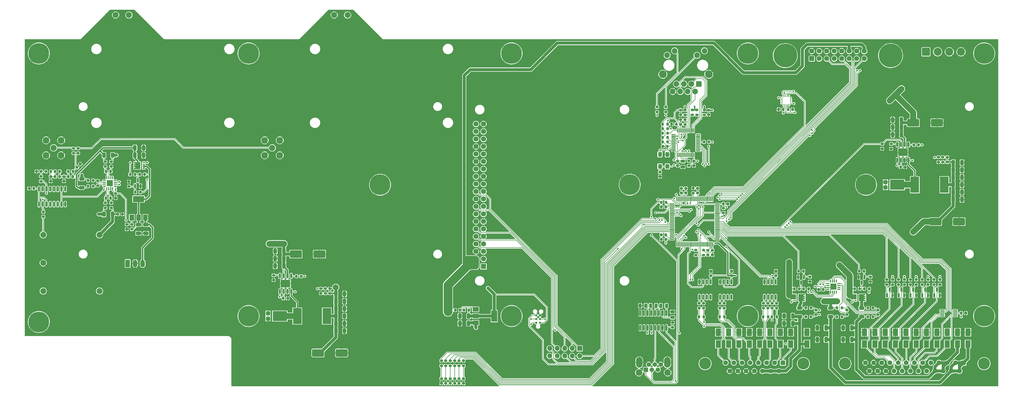
<source format=gbr>
%TF.GenerationSoftware,KiCad,Pcbnew,6.0.2+dfsg-1*%
%TF.CreationDate,2024-04-12T04:35:11+02:00*%
%TF.ProjectId,seatel,73656174-656c-42e6-9b69-6361645f7063,rev?*%
%TF.SameCoordinates,Original*%
%TF.FileFunction,Copper,L1,Top*%
%TF.FilePolarity,Positive*%
%FSLAX46Y46*%
G04 Gerber Fmt 4.6, Leading zero omitted, Abs format (unit mm)*
G04 Created by KiCad (PCBNEW 6.0.2+dfsg-1) date 2024-04-12 04:35:11*
%MOMM*%
%LPD*%
G01*
G04 APERTURE LIST*
G04 Aperture macros list*
%AMRoundRect*
0 Rectangle with rounded corners*
0 $1 Rounding radius*
0 $2 $3 $4 $5 $6 $7 $8 $9 X,Y pos of 4 corners*
0 Add a 4 corners polygon primitive as box body*
4,1,4,$2,$3,$4,$5,$6,$7,$8,$9,$2,$3,0*
0 Add four circle primitives for the rounded corners*
1,1,$1+$1,$2,$3*
1,1,$1+$1,$4,$5*
1,1,$1+$1,$6,$7*
1,1,$1+$1,$8,$9*
0 Add four rect primitives between the rounded corners*
20,1,$1+$1,$2,$3,$4,$5,0*
20,1,$1+$1,$4,$5,$6,$7,0*
20,1,$1+$1,$6,$7,$8,$9,0*
20,1,$1+$1,$8,$9,$2,$3,0*%
%AMFreePoly0*
4,1,17,1.395000,0.765000,0.855000,0.765000,0.855000,0.535000,1.395000,0.535000,1.395000,0.115000,0.855000,0.115000,0.855000,-0.115000,1.395000,-0.115000,1.395000,-0.535000,0.855000,-0.535000,0.855000,-0.765000,1.395000,-0.765000,1.395000,-1.185000,-0.855000,-1.185000,-0.855000,1.185000,1.395000,1.185000,1.395000,0.765000,1.395000,0.765000,$1*%
G04 Aperture macros list end*
%TA.AperFunction,SMDPad,CuDef*%
%ADD10RoundRect,0.200000X-0.275000X0.200000X-0.275000X-0.200000X0.275000X-0.200000X0.275000X0.200000X0*%
%TD*%
%TA.AperFunction,ComponentPad*%
%ADD11C,7.000000*%
%TD*%
%TA.AperFunction,SMDPad,CuDef*%
%ADD12RoundRect,0.200000X0.200000X0.275000X-0.200000X0.275000X-0.200000X-0.275000X0.200000X-0.275000X0*%
%TD*%
%TA.AperFunction,SMDPad,CuDef*%
%ADD13RoundRect,0.225000X0.225000X0.250000X-0.225000X0.250000X-0.225000X-0.250000X0.225000X-0.250000X0*%
%TD*%
%TA.AperFunction,SMDPad,CuDef*%
%ADD14R,1.800000X2.500000*%
%TD*%
%TA.AperFunction,ComponentPad*%
%ADD15C,2.000000*%
%TD*%
%TA.AperFunction,SMDPad,CuDef*%
%ADD16RoundRect,0.150000X0.150000X-0.587500X0.150000X0.587500X-0.150000X0.587500X-0.150000X-0.587500X0*%
%TD*%
%TA.AperFunction,SMDPad,CuDef*%
%ADD17RoundRect,0.250000X-0.312500X-0.625000X0.312500X-0.625000X0.312500X0.625000X-0.312500X0.625000X0*%
%TD*%
%TA.AperFunction,SMDPad,CuDef*%
%ADD18RoundRect,0.225000X0.250000X-0.225000X0.250000X0.225000X-0.250000X0.225000X-0.250000X-0.225000X0*%
%TD*%
%TA.AperFunction,SMDPad,CuDef*%
%ADD19RoundRect,0.218750X0.256250X-0.218750X0.256250X0.218750X-0.256250X0.218750X-0.256250X-0.218750X0*%
%TD*%
%TA.AperFunction,SMDPad,CuDef*%
%ADD20RoundRect,0.200000X-0.200000X-0.275000X0.200000X-0.275000X0.200000X0.275000X-0.200000X0.275000X0*%
%TD*%
%TA.AperFunction,SMDPad,CuDef*%
%ADD21RoundRect,0.250000X0.625000X-0.312500X0.625000X0.312500X-0.625000X0.312500X-0.625000X-0.312500X0*%
%TD*%
%TA.AperFunction,SMDPad,CuDef*%
%ADD22RoundRect,0.200000X0.275000X-0.200000X0.275000X0.200000X-0.275000X0.200000X-0.275000X-0.200000X0*%
%TD*%
%TA.AperFunction,SMDPad,CuDef*%
%ADD23RoundRect,0.225000X-0.225000X-0.250000X0.225000X-0.250000X0.225000X0.250000X-0.225000X0.250000X0*%
%TD*%
%TA.AperFunction,SMDPad,CuDef*%
%ADD24RoundRect,0.150000X-0.150000X0.725000X-0.150000X-0.725000X0.150000X-0.725000X0.150000X0.725000X0*%
%TD*%
%TA.AperFunction,SMDPad,CuDef*%
%ADD25RoundRect,0.087500X-0.425000X-0.087500X0.425000X-0.087500X0.425000X0.087500X-0.425000X0.087500X0*%
%TD*%
%TA.AperFunction,SMDPad,CuDef*%
%ADD26RoundRect,0.087500X-0.087500X-0.425000X0.087500X-0.425000X0.087500X0.425000X-0.087500X0.425000X0*%
%TD*%
%TA.AperFunction,SMDPad,CuDef*%
%ADD27R,2.100000X2.100000*%
%TD*%
%TA.AperFunction,ComponentPad*%
%ADD28R,1.500000X1.500000*%
%TD*%
%TA.AperFunction,ComponentPad*%
%ADD29C,1.500000*%
%TD*%
%TA.AperFunction,ComponentPad*%
%ADD30C,2.200000*%
%TD*%
%TA.AperFunction,ComponentPad*%
%ADD31O,2.200000X3.600000*%
%TD*%
%TA.AperFunction,SMDPad,CuDef*%
%ADD32RoundRect,0.250000X0.325000X0.650000X-0.325000X0.650000X-0.325000X-0.650000X0.325000X-0.650000X0*%
%TD*%
%TA.AperFunction,SMDPad,CuDef*%
%ADD33RoundRect,0.250000X-0.325000X-0.650000X0.325000X-0.650000X0.325000X0.650000X-0.325000X0.650000X0*%
%TD*%
%TA.AperFunction,SMDPad,CuDef*%
%ADD34RoundRect,0.225000X-0.250000X0.225000X-0.250000X-0.225000X0.250000X-0.225000X0.250000X0.225000X0*%
%TD*%
%TA.AperFunction,SMDPad,CuDef*%
%ADD35R,4.860000X3.360000*%
%TD*%
%TA.AperFunction,SMDPad,CuDef*%
%ADD36R,1.400000X1.400000*%
%TD*%
%TA.AperFunction,SMDPad,CuDef*%
%ADD37R,1.300000X1.600000*%
%TD*%
%TA.AperFunction,SMDPad,CuDef*%
%ADD38R,0.700000X0.420000*%
%TD*%
%TA.AperFunction,SMDPad,CuDef*%
%ADD39FreePoly0,0.000000*%
%TD*%
%TA.AperFunction,SMDPad,CuDef*%
%ADD40RoundRect,0.250000X0.250000X0.475000X-0.250000X0.475000X-0.250000X-0.475000X0.250000X-0.475000X0*%
%TD*%
%TA.AperFunction,SMDPad,CuDef*%
%ADD41RoundRect,0.250000X-0.475000X0.250000X-0.475000X-0.250000X0.475000X-0.250000X0.475000X0.250000X0*%
%TD*%
%TA.AperFunction,ComponentPad*%
%ADD42C,4.000000*%
%TD*%
%TA.AperFunction,ComponentPad*%
%ADD43R,1.600000X1.600000*%
%TD*%
%TA.AperFunction,ComponentPad*%
%ADD44C,1.600000*%
%TD*%
%TA.AperFunction,SMDPad,CuDef*%
%ADD45RoundRect,0.150000X-0.150000X0.587500X-0.150000X-0.587500X0.150000X-0.587500X0.150000X0.587500X0*%
%TD*%
%TA.AperFunction,SMDPad,CuDef*%
%ADD46RoundRect,0.250000X0.475000X-0.250000X0.475000X0.250000X-0.475000X0.250000X-0.475000X-0.250000X0*%
%TD*%
%TA.AperFunction,ComponentPad*%
%ADD47RoundRect,0.250000X0.600000X-0.600000X0.600000X0.600000X-0.600000X0.600000X-0.600000X-0.600000X0*%
%TD*%
%TA.AperFunction,ComponentPad*%
%ADD48C,1.700000*%
%TD*%
%TA.AperFunction,ComponentPad*%
%ADD49C,8.000000*%
%TD*%
%TA.AperFunction,ComponentPad*%
%ADD50R,1.500000X2.500000*%
%TD*%
%TA.AperFunction,ComponentPad*%
%ADD51O,1.500000X2.500000*%
%TD*%
%TA.AperFunction,SMDPad,CuDef*%
%ADD52R,2.900680X5.400040*%
%TD*%
%TA.AperFunction,ConnectorPad*%
%ADD53C,0.787400*%
%TD*%
%TA.AperFunction,SMDPad,CuDef*%
%ADD54RoundRect,0.087500X0.087500X-0.425000X0.087500X0.425000X-0.087500X0.425000X-0.087500X-0.425000X0*%
%TD*%
%TA.AperFunction,SMDPad,CuDef*%
%ADD55RoundRect,0.087500X0.425000X-0.087500X0.425000X0.087500X-0.425000X0.087500X-0.425000X-0.087500X0*%
%TD*%
%TA.AperFunction,SMDPad,CuDef*%
%ADD56RoundRect,0.150000X0.150000X-0.725000X0.150000X0.725000X-0.150000X0.725000X-0.150000X-0.725000X0*%
%TD*%
%TA.AperFunction,SMDPad,CuDef*%
%ADD57RoundRect,0.250000X-1.750000X-1.000000X1.750000X-1.000000X1.750000X1.000000X-1.750000X1.000000X0*%
%TD*%
%TA.AperFunction,ComponentPad*%
%ADD58C,2.050000*%
%TD*%
%TA.AperFunction,ComponentPad*%
%ADD59C,2.250000*%
%TD*%
%TA.AperFunction,ComponentPad*%
%ADD60RoundRect,0.250001X-1.099999X-1.099999X1.099999X-1.099999X1.099999X1.099999X-1.099999X1.099999X0*%
%TD*%
%TA.AperFunction,ComponentPad*%
%ADD61C,2.700000*%
%TD*%
%TA.AperFunction,SMDPad,CuDef*%
%ADD62RoundRect,0.250000X-0.250000X-0.475000X0.250000X-0.475000X0.250000X0.475000X-0.250000X0.475000X0*%
%TD*%
%TA.AperFunction,ComponentPad*%
%ADD63R,1.700000X1.700000*%
%TD*%
%TA.AperFunction,ComponentPad*%
%ADD64O,1.700000X1.700000*%
%TD*%
%TA.AperFunction,SMDPad,CuDef*%
%ADD65RoundRect,0.075000X-0.650000X-0.075000X0.650000X-0.075000X0.650000X0.075000X-0.650000X0.075000X0*%
%TD*%
%TA.AperFunction,SMDPad,CuDef*%
%ADD66R,1.500000X2.000000*%
%TD*%
%TA.AperFunction,SMDPad,CuDef*%
%ADD67R,3.800000X2.000000*%
%TD*%
%TA.AperFunction,SMDPad,CuDef*%
%ADD68RoundRect,0.150000X-0.150000X0.825000X-0.150000X-0.825000X0.150000X-0.825000X0.150000X0.825000X0*%
%TD*%
%TA.AperFunction,SMDPad,CuDef*%
%ADD69RoundRect,0.150000X-0.150000X0.662500X-0.150000X-0.662500X0.150000X-0.662500X0.150000X0.662500X0*%
%TD*%
%TA.AperFunction,ComponentPad*%
%ADD70C,0.500000*%
%TD*%
%TA.AperFunction,SMDPad,CuDef*%
%ADD71R,3.200000X2.514000*%
%TD*%
%TA.AperFunction,SMDPad,CuDef*%
%ADD72RoundRect,0.225000X0.017678X-0.335876X0.335876X-0.017678X-0.017678X0.335876X-0.335876X0.017678X0*%
%TD*%
%TA.AperFunction,ComponentPad*%
%ADD73R,1.750000X1.750000*%
%TD*%
%TA.AperFunction,ComponentPad*%
%ADD74C,1.750000*%
%TD*%
%TA.AperFunction,ComponentPad*%
%ADD75C,2.600000*%
%TD*%
%TA.AperFunction,ComponentPad*%
%ADD76C,1.890000*%
%TD*%
%TA.AperFunction,ComponentPad*%
%ADD77R,1.900000X1.900000*%
%TD*%
%TA.AperFunction,ComponentPad*%
%ADD78C,1.900000*%
%TD*%
%TA.AperFunction,SMDPad,CuDef*%
%ADD79RoundRect,0.075000X-0.075000X0.725000X-0.075000X-0.725000X0.075000X-0.725000X0.075000X0.725000X0*%
%TD*%
%TA.AperFunction,SMDPad,CuDef*%
%ADD80RoundRect,0.075000X-0.725000X0.075000X-0.725000X-0.075000X0.725000X-0.075000X0.725000X0.075000X0*%
%TD*%
%TA.AperFunction,SMDPad,CuDef*%
%ADD81RoundRect,0.250000X-0.650000X0.325000X-0.650000X-0.325000X0.650000X-0.325000X0.650000X0.325000X0*%
%TD*%
%TA.AperFunction,SMDPad,CuDef*%
%ADD82RoundRect,0.218750X-0.218750X-0.256250X0.218750X-0.256250X0.218750X0.256250X-0.218750X0.256250X0*%
%TD*%
%TA.AperFunction,SMDPad,CuDef*%
%ADD83R,2.000000X1.500000*%
%TD*%
%TA.AperFunction,SMDPad,CuDef*%
%ADD84R,2.000000X3.800000*%
%TD*%
%TA.AperFunction,SMDPad,CuDef*%
%ADD85RoundRect,0.075000X0.662500X0.075000X-0.662500X0.075000X-0.662500X-0.075000X0.662500X-0.075000X0*%
%TD*%
%TA.AperFunction,SMDPad,CuDef*%
%ADD86RoundRect,0.075000X0.075000X0.662500X-0.075000X0.662500X-0.075000X-0.662500X0.075000X-0.662500X0*%
%TD*%
%TA.AperFunction,SMDPad,CuDef*%
%ADD87FreePoly0,180.000000*%
%TD*%
%TA.AperFunction,SMDPad,CuDef*%
%ADD88RoundRect,0.050000X-0.225000X-0.050000X0.225000X-0.050000X0.225000X0.050000X-0.225000X0.050000X0*%
%TD*%
%TA.AperFunction,SMDPad,CuDef*%
%ADD89RoundRect,0.050000X0.050000X-0.225000X0.050000X0.225000X-0.050000X0.225000X-0.050000X-0.225000X0*%
%TD*%
%TA.AperFunction,ViaPad*%
%ADD90C,2.000000*%
%TD*%
%TA.AperFunction,ViaPad*%
%ADD91C,0.600000*%
%TD*%
%TA.AperFunction,ViaPad*%
%ADD92C,1.000000*%
%TD*%
%TA.AperFunction,Conductor*%
%ADD93C,1.000000*%
%TD*%
%TA.AperFunction,Conductor*%
%ADD94C,0.400000*%
%TD*%
%TA.AperFunction,Conductor*%
%ADD95C,0.200000*%
%TD*%
%TA.AperFunction,Conductor*%
%ADD96C,2.000000*%
%TD*%
%TA.AperFunction,Conductor*%
%ADD97C,0.500000*%
%TD*%
%TA.AperFunction,Conductor*%
%ADD98C,3.000000*%
%TD*%
G04 APERTURE END LIST*
D10*
%TO.P,R73,1*%
%TO.N,GND*%
X276500000Y-132675000D03*
%TO.P,R73,2*%
%TO.N,/BOOT0*%
X276500000Y-134325000D03*
%TD*%
D11*
%TO.P,H5,1,1*%
%TO.N,unconnected-(H5-Pad1)*%
X375000000Y-176000000D03*
%TD*%
D12*
%TO.P,R84,1*%
%TO.N,Net-(Q7-Pad3)*%
X332825000Y-166750000D03*
%TO.P,R84,2*%
%TO.N,+24V*%
X331175000Y-166750000D03*
%TD*%
D13*
%TO.P,C35,1*%
%TO.N,+3V3*%
X320525000Y-167000000D03*
%TO.P,C35,2*%
%TO.N,GND*%
X318975000Y-167000000D03*
%TD*%
D14*
%TO.P,D8,1,K*%
%TO.N,/ADC1*%
X359000000Y-185500000D03*
%TO.P,D8,2,A*%
%TO.N,GND*%
X359000000Y-181500000D03*
%TD*%
D15*
%TO.P,J1,1,Pin_1*%
%TO.N,Net-(J1-Pad1)*%
X159500000Y-74000000D03*
%TO.P,J1,2,Pin_2*%
%TO.N,GND*%
X155000000Y-74000000D03*
%TD*%
D16*
%TO.P,Q4,1,G*%
%TO.N,Net-(Q4-Pad1)*%
X346050000Y-168937500D03*
%TO.P,Q4,2,S*%
%TO.N,GND*%
X347950000Y-168937500D03*
%TO.P,Q4,3,D*%
%TO.N,/OUT3*%
X347000000Y-167062500D03*
%TD*%
D17*
%TO.P,R52,1*%
%TO.N,/Driver 4 +12V/OUT*%
X77037500Y-121500000D03*
%TO.P,R52,2*%
%TO.N,Net-(J1-Pad1)*%
X79962500Y-121500000D03*
%TD*%
D18*
%TO.P,C42,1*%
%TO.N,+5V*%
X153500000Y-168275000D03*
%TO.P,C42,2*%
%TO.N,GND*%
X153500000Y-166725000D03*
%TD*%
D19*
%TO.P,D27,1,K*%
%TO.N,GND*%
X197250000Y-198787500D03*
%TO.P,D27,2,A*%
%TO.N,Net-(D27-Pad2)*%
X197250000Y-197212500D03*
%TD*%
D13*
%TO.P,C62,1*%
%TO.N,+3V3*%
X306975000Y-106000000D03*
%TO.P,C62,2*%
%TO.N,GND*%
X305425000Y-106000000D03*
%TD*%
D12*
%TO.P,R66,1*%
%TO.N,Net-(IC16-Pad20)*%
X267825000Y-112500000D03*
%TO.P,R66,2*%
%TO.N,+3V3*%
X266175000Y-112500000D03*
%TD*%
D20*
%TO.P,R10,1*%
%TO.N,/MDE_SCK_Y*%
X300175000Y-176250000D03*
%TO.P,R10,2*%
%TO.N,/MDE_SCK_Z*%
X301825000Y-176250000D03*
%TD*%
D16*
%TO.P,Q5,1,G*%
%TO.N,Net-(Q5-Pad1)*%
X342050000Y-168937500D03*
%TO.P,Q5,2,S*%
%TO.N,GND*%
X343950000Y-168937500D03*
%TO.P,Q5,3,D*%
%TO.N,/OUT4*%
X343000000Y-167062500D03*
%TD*%
D10*
%TO.P,R90,1*%
%TO.N,GND*%
X85500000Y-130425000D03*
%TO.P,R90,2*%
%TO.N,Net-(Q11-Pad1)*%
X85500000Y-132075000D03*
%TD*%
D14*
%TO.P,D14,1,K*%
%TO.N,/MDE_CS_Z*%
X285000000Y-185500000D03*
%TO.P,D14,2,A*%
%TO.N,GND*%
X285000000Y-181500000D03*
%TD*%
D21*
%TO.P,R17,1*%
%TO.N,Net-(C10-Pad1)*%
X323000000Y-176212500D03*
%TO.P,R17,2*%
%TO.N,/5V_EXT*%
X323000000Y-173287500D03*
%TD*%
D14*
%TO.P,D5,1,K*%
%TO.N,/MDE_MISO_B*%
X309500000Y-185500000D03*
%TO.P,D5,2,A*%
%TO.N,GND*%
X309500000Y-181500000D03*
%TD*%
D18*
%TO.P,C12,1*%
%TO.N,/BUS_24V-*%
X339000000Y-175525000D03*
%TO.P,C12,2*%
%TO.N,/BUS_24V+*%
X339000000Y-173975000D03*
%TD*%
D22*
%TO.P,R82,1*%
%TO.N,GND*%
X336500000Y-164325000D03*
%TO.P,R82,2*%
%TO.N,Net-(Q7-Pad1)*%
X336500000Y-162675000D03*
%TD*%
%TO.P,R64,1*%
%TO.N,Net-(IC16-Pad28)*%
X264250000Y-106825000D03*
%TO.P,R64,2*%
%TO.N,/LED_LINK*%
X264250000Y-105175000D03*
%TD*%
D23*
%TO.P,C19,1*%
%TO.N,/OCXO-*%
X77725000Y-136000000D03*
%TO.P,C19,2*%
%TO.N,/OCXO+*%
X79275000Y-136000000D03*
%TD*%
D13*
%TO.P,C73,1*%
%TO.N,Net-(C73-Pad1)*%
X267275000Y-148500000D03*
%TO.P,C73,2*%
%TO.N,GND*%
X265725000Y-148500000D03*
%TD*%
D23*
%TO.P,C11,1*%
%TO.N,+5V*%
X367225000Y-175000000D03*
%TO.P,C11,2*%
%TO.N,GND*%
X368775000Y-175000000D03*
%TD*%
D24*
%TO.P,IC3,1,VCC*%
%TO.N,+3V3*%
X304405000Y-164425000D03*
%TO.P,IC3,2,RO*%
%TO.N,/MDE_MISO*%
X303135000Y-164425000D03*
%TO.P,IC3,3,DI*%
%TO.N,/MDE_SCK*%
X301865000Y-164425000D03*
%TO.P,IC3,4,GND*%
%TO.N,GND*%
X300595000Y-164425000D03*
%TO.P,IC3,5,Y*%
%TO.N,Net-(IC3-Pad5)*%
X300595000Y-169575000D03*
%TO.P,IC3,6,Z*%
%TO.N,Net-(IC3-Pad6)*%
X301865000Y-169575000D03*
%TO.P,IC3,7,B*%
%TO.N,Net-(IC3-Pad7)*%
X303135000Y-169575000D03*
%TO.P,IC3,8,A*%
%TO.N,Net-(IC3-Pad8)*%
X304405000Y-169575000D03*
%TD*%
D18*
%TO.P,C14,1*%
%TO.N,+5V*%
X269500000Y-179775000D03*
%TO.P,C14,2*%
%TO.N,GND*%
X269500000Y-178225000D03*
%TD*%
D25*
%TO.P,IC13,1,IN-3*%
%TO.N,/MDE-*%
X322137500Y-165025000D03*
%TO.P,IC13,2,IN+3*%
%TO.N,/MDE+*%
X322137500Y-165675000D03*
%TO.P,IC13,3,GND*%
%TO.N,GND*%
X322137500Y-166325000D03*
%TO.P,IC13,4,VS*%
%TO.N,+3V3*%
X322137500Y-166975000D03*
D26*
%TO.P,IC13,5,A0*%
%TO.N,GND*%
X323025000Y-167862500D03*
%TO.P,IC13,6,SCL*%
%TO.N,/INA_SCL*%
X323675000Y-167862500D03*
%TO.P,IC13,7,SDA*%
%TO.N,/INA_SDA*%
X324325000Y-167862500D03*
%TO.P,IC13,8,WARNING*%
%TO.N,unconnected-(IC13-Pad8)*%
X324975000Y-167862500D03*
D25*
%TO.P,IC13,9,CRITICAL*%
%TO.N,unconnected-(IC13-Pad9)*%
X325862500Y-166975000D03*
%TO.P,IC13,10,PV*%
%TO.N,unconnected-(IC13-Pad10)*%
X325862500Y-166325000D03*
%TO.P,IC13,11,IN-1*%
%TO.N,/BUS_5V-*%
X325862500Y-165675000D03*
%TO.P,IC13,12,IN+1*%
%TO.N,/BUS_5V+*%
X325862500Y-165025000D03*
D26*
%TO.P,IC13,13,TC*%
%TO.N,unconnected-(IC13-Pad13)*%
X324975000Y-164137500D03*
%TO.P,IC13,14,IN-2*%
%TO.N,/BUS_24V-*%
X324325000Y-164137500D03*
%TO.P,IC13,15,IN+2*%
%TO.N,/BUS_24V+*%
X323675000Y-164137500D03*
%TO.P,IC13,16,VPU*%
%TO.N,+3V3*%
X323025000Y-164137500D03*
D27*
%TO.P,IC13,17,EP*%
%TO.N,GND*%
X324000000Y-166000000D03*
%TD*%
D19*
%TO.P,D28,1,K*%
%TO.N,GND*%
X198750000Y-198787500D03*
%TO.P,D28,2,A*%
%TO.N,Net-(D28-Pad2)*%
X198750000Y-197212500D03*
%TD*%
D28*
%TO.P,J8,1*%
%TO.N,Net-(J8-Pad1)*%
X260450000Y-194200000D03*
D29*
%TO.P,J8,2*%
%TO.N,GND*%
X261450000Y-192400000D03*
%TO.P,J8,3*%
%TO.N,Net-(IC2-Pad14)*%
X262500000Y-194200000D03*
%TO.P,J8,4*%
%TO.N,Net-(IC2-Pad13)*%
X263500000Y-192400000D03*
%TO.P,J8,5*%
%TO.N,+5V*%
X264550000Y-194200000D03*
%TO.P,J8,6*%
%TO.N,GND*%
X265550000Y-192400000D03*
D30*
%TO.P,J8,SH*%
X258150000Y-195150000D03*
D31*
X267750000Y-191700000D03*
X258250000Y-191700000D03*
D30*
X267850000Y-195150000D03*
%TD*%
D10*
%TO.P,R31,1*%
%TO.N,/OCXO+*%
X79500000Y-137675000D03*
%TO.P,R31,2*%
%TO.N,Net-(C24-Pad1)*%
X79500000Y-139325000D03*
%TD*%
D32*
%TO.P,C26,1*%
%TO.N,+24V*%
X137975000Y-156500000D03*
%TO.P,C26,2*%
%TO.N,GND*%
X135025000Y-156500000D03*
%TD*%
%TO.P,C29,1*%
%TO.N,+24V*%
X137975000Y-159000000D03*
%TO.P,C29,2*%
%TO.N,GND*%
X135025000Y-159000000D03*
%TD*%
%TO.P,C25,1*%
%TO.N,+24V*%
X346975000Y-112000000D03*
%TO.P,C25,2*%
%TO.N,GND*%
X344025000Y-112000000D03*
%TD*%
D10*
%TO.P,R36,1*%
%TO.N,Net-(IC17-Pad45)*%
X198750000Y-191175000D03*
%TO.P,R36,2*%
%TO.N,Net-(D28-Pad2)*%
X198750000Y-192825000D03*
%TD*%
D32*
%TO.P,C7,1*%
%TO.N,Net-(C7-Pad1)*%
X330225000Y-180000000D03*
%TO.P,C7,2*%
%TO.N,GND*%
X327275000Y-180000000D03*
%TD*%
D11*
%TO.P,H2,1,1*%
%TO.N,unconnected-(H2-Pad1)*%
X126000000Y-176000000D03*
%TD*%
D13*
%TO.P,C47,1*%
%TO.N,Net-(C47-Pad1)*%
X55775000Y-127000000D03*
%TO.P,C47,2*%
%TO.N,GND*%
X54225000Y-127000000D03*
%TD*%
D12*
%TO.P,R1,1*%
%TO.N,/MDE+*%
X316325000Y-173250000D03*
%TO.P,R1,2*%
%TO.N,/MDE Switch/OUT*%
X314675000Y-173250000D03*
%TD*%
%TO.P,R34,1*%
%TO.N,Net-(IC6-Pad1)*%
X197575000Y-174000000D03*
%TO.P,R34,2*%
%TO.N,GND*%
X195925000Y-174000000D03*
%TD*%
D33*
%TO.P,C55,1*%
%TO.N,/5V_EXT*%
X364525000Y-124000000D03*
%TO.P,C55,2*%
%TO.N,GND*%
X367475000Y-124000000D03*
%TD*%
D15*
%TO.P,IC7,1,RF-Out*%
%TO.N,Net-(IC7-Pad1)*%
X56475000Y-148475000D03*
%TO.P,IC7,2,GND*%
%TO.N,GND*%
X56475000Y-158000000D03*
%TO.P,IC7,3,Vc*%
%TO.N,/DAC_OCXO*%
X56475000Y-167525000D03*
%TO.P,IC7,4,Vref*%
%TO.N,unconnected-(IC7-Pad4)*%
X75525000Y-167525000D03*
%TO.P,IC7,5,Vcc*%
%TO.N,Net-(C24-Pad1)*%
X75525000Y-148475000D03*
%TD*%
D34*
%TO.P,C72,1*%
%TO.N,+3V3*%
X281750000Y-106225000D03*
%TO.P,C72,2*%
%TO.N,GND*%
X281750000Y-107775000D03*
%TD*%
D10*
%TO.P,R62,1*%
%TO.N,+3V3*%
X286750000Y-139425000D03*
%TO.P,R62,2*%
%TO.N,/NRST*%
X286750000Y-141075000D03*
%TD*%
D35*
%TO.P,D22,1,K*%
%TO.N,Net-(C37-Pad1)*%
X136582000Y-176000000D03*
D36*
%TO.P,D22,2,A*%
%TO.N,GND*%
X132600000Y-176920000D03*
X132600000Y-175080000D03*
%TD*%
D19*
%TO.P,D25,1,K*%
%TO.N,GND*%
X194250000Y-198787500D03*
%TO.P,D25,2,A*%
%TO.N,Net-(D25-Pad2)*%
X194250000Y-197212500D03*
%TD*%
D22*
%TO.P,R49,1*%
%TO.N,/LNA1+*%
X77500000Y-125325000D03*
%TO.P,R49,2*%
%TO.N,/Driver 4 +12V/OUT*%
X77500000Y-123675000D03*
%TD*%
%TO.P,R51,1*%
%TO.N,/10MHZ*%
X55750000Y-130325000D03*
%TO.P,R51,2*%
%TO.N,Net-(C47-Pad1)*%
X55750000Y-128675000D03*
%TD*%
%TO.P,R25,1*%
%TO.N,Net-(Q1-Pad1)*%
X358000000Y-165325000D03*
%TO.P,R25,2*%
%TO.N,/OUT0_CTRL*%
X358000000Y-163675000D03*
%TD*%
D37*
%TO.P,X1,1,VC*%
%TO.N,+3V3*%
X267750000Y-125300000D03*
%TO.P,X1,2,GND*%
%TO.N,GND*%
X267750000Y-121200000D03*
%TO.P,X1,3,OUT*%
%TO.N,/ETH_OSC*%
X265250000Y-121200000D03*
%TO.P,X1,4,VDD*%
%TO.N,+3V3*%
X265250000Y-125300000D03*
%TD*%
D32*
%TO.P,C9,1*%
%TO.N,Net-(C10-Pad1)*%
X321475000Y-180000000D03*
%TO.P,C9,2*%
%TO.N,GND*%
X318525000Y-180000000D03*
%TD*%
D38*
%TO.P,Q8,1,S*%
%TO.N,+24V*%
X311000000Y-168775000D03*
%TO.P,Q8,2,S*%
X311000000Y-169425000D03*
%TO.P,Q8,3,S*%
X311000000Y-170075000D03*
%TO.P,Q8,4,G*%
%TO.N,Net-(Q8-Pad4)*%
X311000000Y-170725000D03*
D39*
%TO.P,Q8,5,D*%
%TO.N,/MDE Switch/OUT*%
X312955000Y-169750000D03*
%TD*%
D10*
%TO.P,R80,1*%
%TO.N,+3V3*%
X277400000Y-153675000D03*
%TO.P,R80,2*%
%TO.N,/INA_SDA*%
X277400000Y-155325000D03*
%TD*%
%TO.P,R37,1*%
%TO.N,Net-(IC10-Pad4)*%
X343500000Y-117675000D03*
%TO.P,R37,2*%
%TO.N,GND*%
X343500000Y-119325000D03*
%TD*%
D40*
%TO.P,C6,1*%
%TO.N,Net-(C6-Pad1)*%
X260450000Y-172500000D03*
%TO.P,C6,2*%
%TO.N,GND*%
X258550000Y-172500000D03*
%TD*%
D33*
%TO.P,C58,1*%
%TO.N,+5V*%
X155525000Y-168500000D03*
%TO.P,C58,2*%
%TO.N,GND*%
X158475000Y-168500000D03*
%TD*%
D20*
%TO.P,R63,1*%
%TO.N,Net-(IC16-Pad7)*%
X280175000Y-117000000D03*
%TO.P,R63,2*%
%TO.N,+3V3*%
X281825000Y-117000000D03*
%TD*%
D34*
%TO.P,C64,1*%
%TO.N,+3V3*%
X276750000Y-123475000D03*
%TO.P,C64,2*%
%TO.N,GND*%
X276750000Y-125025000D03*
%TD*%
D41*
%TO.P,C70,1*%
%TO.N,/PFB*%
X273000000Y-123550000D03*
%TO.P,C70,2*%
%TO.N,GND*%
X273000000Y-125450000D03*
%TD*%
D22*
%TO.P,R42,1*%
%TO.N,Net-(Q5-Pad1)*%
X342000000Y-165325000D03*
%TO.P,R42,2*%
%TO.N,/OUT4_CTRL*%
X342000000Y-163675000D03*
%TD*%
D42*
%TO.P,J9,0,PAD*%
%TO.N,unconnected-(J9-Pad0)*%
X313830000Y-192119669D03*
X280530000Y-192119669D03*
D43*
%TO.P,J9,1,1*%
%TO.N,/MDE_MISO_B*%
X306875000Y-191819669D03*
D44*
%TO.P,J9,2,2*%
%TO.N,/MDE_MISO_A*%
X304105000Y-191819669D03*
%TO.P,J9,3,3*%
%TO.N,/MDE_SCK_Z*%
X301335000Y-191819669D03*
%TO.P,J9,4,4*%
%TO.N,/MDE_SCK_Y*%
X298565000Y-191819669D03*
%TO.P,J9,5,5*%
%TO.N,/MDE_MOSI_Z*%
X295795000Y-191819669D03*
%TO.P,J9,6,6*%
%TO.N,/MDE_MOSI_Y*%
X293025000Y-191819669D03*
%TO.P,J9,7,7*%
%TO.N,/MDE_CS_Y*%
X290255000Y-191819669D03*
%TO.P,J9,8,8*%
%TO.N,/MDE_CS_Z*%
X287485000Y-191819669D03*
%TO.P,J9,9,P9*%
%TO.N,Net-(C2-Pad1)*%
X305490000Y-194659669D03*
%TO.P,J9,10,P10*%
X302720000Y-194659669D03*
%TO.P,J9,11,P111*%
X299950000Y-194659669D03*
%TO.P,J9,12,P12*%
%TO.N,GND*%
X297180000Y-194659669D03*
%TO.P,J9,13,P13*%
X294410000Y-194659669D03*
%TO.P,J9,14,P14*%
X291640000Y-194659669D03*
%TO.P,J9,15,P15*%
X288870000Y-194659669D03*
%TD*%
D10*
%TO.P,R76,1*%
%TO.N,Net-(IC17-Pad42)*%
X194250000Y-191175000D03*
%TO.P,R76,2*%
%TO.N,Net-(D25-Pad2)*%
X194250000Y-192825000D03*
%TD*%
D22*
%TO.P,R59,1*%
%TO.N,+3V3*%
X275000000Y-125075000D03*
%TO.P,R59,2*%
%TO.N,Net-(IC16-Pad39)*%
X275000000Y-123425000D03*
%TD*%
D16*
%TO.P,Q2,1,G*%
%TO.N,Net-(Q2-Pad1)*%
X354050000Y-168937500D03*
%TO.P,Q2,2,S*%
%TO.N,GND*%
X355950000Y-168937500D03*
%TO.P,Q2,3,D*%
%TO.N,/OUT1*%
X355000000Y-167062500D03*
%TD*%
D12*
%TO.P,R61,1*%
%TO.N,/ETH_MDIO*%
X267825000Y-115500000D03*
%TO.P,R61,2*%
%TO.N,+3V3*%
X266175000Y-115500000D03*
%TD*%
D10*
%TO.P,R75,1*%
%TO.N,Net-(IC17-Pad41)*%
X192750000Y-191175000D03*
%TO.P,R75,2*%
%TO.N,Net-(D24-Pad2)*%
X192750000Y-192825000D03*
%TD*%
D45*
%TO.P,Q7,1,G*%
%TO.N,Net-(Q7-Pad1)*%
X334450000Y-162812500D03*
%TO.P,Q7,2,S*%
%TO.N,GND*%
X332550000Y-162812500D03*
%TO.P,Q7,3,D*%
%TO.N,Net-(Q7-Pad3)*%
X333500000Y-164687500D03*
%TD*%
D17*
%TO.P,R28,1*%
%TO.N,+5V*%
X77037500Y-141500000D03*
%TO.P,R28,2*%
%TO.N,Net-(C24-Pad1)*%
X79962500Y-141500000D03*
%TD*%
D46*
%TO.P,C5,1*%
%TO.N,Net-(C5-Pad1)*%
X269500000Y-176450000D03*
%TO.P,C5,2*%
%TO.N,GND*%
X269500000Y-174550000D03*
%TD*%
D10*
%TO.P,R78,1*%
%TO.N,Net-(IC17-Pad44)*%
X197250000Y-191175000D03*
%TO.P,R78,2*%
%TO.N,Net-(D27-Pad2)*%
X197250000Y-192825000D03*
%TD*%
D22*
%TO.P,R54,1*%
%TO.N,/LNA1-*%
X79500000Y-125325000D03*
%TO.P,R54,2*%
%TO.N,Net-(J1-Pad1)*%
X79500000Y-123675000D03*
%TD*%
D10*
%TO.P,R22,1*%
%TO.N,Net-(IC5-Pad6)*%
X280000000Y-171675000D03*
%TO.P,R22,2*%
%TO.N,/MDE_CS_Z*%
X280000000Y-173325000D03*
%TD*%
D19*
%TO.P,D24,1,K*%
%TO.N,GND*%
X192750000Y-198787500D03*
%TO.P,D24,2,A*%
%TO.N,Net-(D24-Pad2)*%
X192750000Y-197212500D03*
%TD*%
D13*
%TO.P,C30,1*%
%TO.N,GND*%
X348275000Y-125500000D03*
%TO.P,C30,2*%
%TO.N,Net-(C30-Pad2)*%
X346725000Y-125500000D03*
%TD*%
%TO.P,C36,1*%
%TO.N,Net-(C36-Pad1)*%
X352775000Y-118000000D03*
%TO.P,C36,2*%
%TO.N,Net-(C36-Pad2)*%
X351225000Y-118000000D03*
%TD*%
D10*
%TO.P,R27,1*%
%TO.N,/OCXO-*%
X77500000Y-137675000D03*
%TO.P,R27,2*%
%TO.N,+5V*%
X77500000Y-139325000D03*
%TD*%
D13*
%TO.P,C63,1*%
%TO.N,+3V3*%
X267775000Y-118500000D03*
%TO.P,C63,2*%
%TO.N,GND*%
X266225000Y-118500000D03*
%TD*%
D11*
%TO.P,H1,1,1*%
%TO.N,unconnected-(H1-Pad1)*%
X55000000Y-178000000D03*
%TD*%
D22*
%TO.P,R7,1*%
%TO.N,/MDE_MISO_A*%
X304750000Y-173325000D03*
%TO.P,R7,2*%
%TO.N,Net-(IC3-Pad8)*%
X304750000Y-171675000D03*
%TD*%
D11*
%TO.P,H8,1,1*%
%TO.N,unconnected-(H8-Pad1)*%
X335000000Y-131500000D03*
%TD*%
D22*
%TO.P,R65,1*%
%TO.N,Net-(IC16-Pad26)*%
X267250000Y-106825000D03*
%TO.P,R65,2*%
%TO.N,/LED_ACT*%
X267250000Y-105175000D03*
%TD*%
%TO.P,R40,1*%
%TO.N,/OUT4*%
X344000000Y-165325000D03*
%TO.P,R40,2*%
%TO.N,+5V*%
X344000000Y-163675000D03*
%TD*%
%TO.P,R58,1*%
%TO.N,Net-(C87-Pad2)*%
X68250000Y-120825000D03*
%TO.P,R58,2*%
%TO.N,Net-(J5-Pad1)*%
X68250000Y-119175000D03*
%TD*%
D10*
%TO.P,R43,1*%
%TO.N,Net-(IC9-Pad1)*%
X84750000Y-144925000D03*
%TO.P,R43,2*%
%TO.N,GND*%
X84750000Y-146575000D03*
%TD*%
D34*
%TO.P,C61,1*%
%TO.N,+3V3*%
X265250000Y-127225000D03*
%TO.P,C61,2*%
%TO.N,GND*%
X265250000Y-128775000D03*
%TD*%
D32*
%TO.P,C3,1*%
%TO.N,Net-(C2-Pad1)*%
X310225000Y-178500000D03*
%TO.P,C3,2*%
%TO.N,GND*%
X307275000Y-178500000D03*
%TD*%
D47*
%TO.P,J115,1,Pin_1*%
%TO.N,/IMU_SCK*%
X316610000Y-88752500D03*
D48*
%TO.P,J115,2,Pin_2*%
%TO.N,GND*%
X316610000Y-86212500D03*
%TO.P,J115,3,Pin_3*%
%TO.N,/IMU_MOSI*%
X319150000Y-88752500D03*
%TO.P,J115,4,Pin_4*%
%TO.N,+3V3*%
X319150000Y-86212500D03*
%TO.P,J115,5,Pin_5*%
%TO.N,/IMU_CS1*%
X321690000Y-88752500D03*
%TO.P,J115,6,Pin_6*%
%TO.N,GND*%
X321690000Y-86212500D03*
%TO.P,J115,7,Pin_7*%
%TO.N,/IMU_MISO*%
X324230000Y-88752500D03*
%TO.P,J115,8,Pin_8*%
%TO.N,+3V3*%
X324230000Y-86212500D03*
%TO.P,J115,9,Pin_9*%
%TO.N,/IMU_CS2*%
X326770000Y-88752500D03*
%TO.P,J115,10,Pin_10*%
%TO.N,GND*%
X326770000Y-86212500D03*
%TO.P,J115,11,Pin_11*%
%TO.N,/IMU_CS3*%
X329310000Y-88752500D03*
%TO.P,J115,12,Pin_12*%
%TO.N,+5V*%
X329310000Y-86212500D03*
%TO.P,J115,13,Pin_13*%
%TO.N,/IMU_EN*%
X331850000Y-88752500D03*
%TO.P,J115,14,Pin_14*%
%TO.N,GND*%
X331850000Y-86212500D03*
%TO.P,J115,15,Pin_15*%
%TO.N,/IMU_RES*%
X334390000Y-88752500D03*
%TO.P,J115,16,Pin_16*%
%TO.N,+5V*%
X334390000Y-86212500D03*
D49*
%TO.P,J115,MP*%
%TO.N,N/C*%
X307670000Y-87732500D03*
X343330000Y-87732500D03*
%TD*%
D13*
%TO.P,C80,1*%
%TO.N,+3V3*%
X267275000Y-139000000D03*
%TO.P,C80,2*%
%TO.N,GND*%
X265725000Y-139000000D03*
%TD*%
D11*
%TO.P,H10,1,1*%
%TO.N,unconnected-(H10-Pad1)*%
X126000000Y-87000000D03*
%TD*%
D14*
%TO.P,D11,1,K*%
%TO.N,/MDE_MOSI_Z*%
X295500000Y-185500000D03*
%TO.P,D11,2,A*%
%TO.N,GND*%
X295500000Y-181500000D03*
%TD*%
D18*
%TO.P,C41,1*%
%TO.N,/5V_EXT*%
X362500000Y-123775000D03*
%TO.P,C41,2*%
%TO.N,GND*%
X362500000Y-122225000D03*
%TD*%
D50*
%TO.P,IC8,1,Vin*%
%TO.N,+24V*%
X85067500Y-158182500D03*
D51*
%TO.P,IC8,2,GND*%
%TO.N,GND*%
X87607500Y-158182500D03*
%TO.P,IC8,3,Vout*%
%TO.N,Net-(C33-Pad1)*%
X90147500Y-158182500D03*
%TD*%
D13*
%TO.P,C31,1*%
%TO.N,GND*%
X139275000Y-170000000D03*
%TO.P,C31,2*%
%TO.N,Net-(C31-Pad2)*%
X137725000Y-170000000D03*
%TD*%
D34*
%TO.P,C69,1*%
%TO.N,/PFB*%
X271250000Y-123475000D03*
%TO.P,C69,2*%
%TO.N,GND*%
X271250000Y-125025000D03*
%TD*%
D18*
%TO.P,C15,1*%
%TO.N,+3V3*%
X304500000Y-162275000D03*
%TO.P,C15,2*%
%TO.N,GND*%
X304500000Y-160725000D03*
%TD*%
D14*
%TO.P,D13,1,K*%
%TO.N,/MDE_SCK_Y*%
X299000000Y-185500000D03*
%TO.P,D13,2,A*%
%TO.N,GND*%
X299000000Y-181500000D03*
%TD*%
D33*
%TO.P,C46,1*%
%TO.N,+5V*%
X155525000Y-176000000D03*
%TO.P,C46,2*%
%TO.N,GND*%
X158475000Y-176000000D03*
%TD*%
D20*
%TO.P,R92,1*%
%TO.N,Net-(Q11-Pad3)*%
X89175000Y-128000000D03*
%TO.P,R92,2*%
%TO.N,/Driver 4 +12V/IN*%
X90825000Y-128000000D03*
%TD*%
D12*
%TO.P,R50,1*%
%TO.N,/LNA2+*%
X73325000Y-132000000D03*
%TO.P,R50,2*%
%TO.N,/Driver 4 +12V/OUT*%
X71675000Y-132000000D03*
%TD*%
D33*
%TO.P,C45,1*%
%TO.N,/5V_EXT*%
X364525000Y-136500000D03*
%TO.P,C45,2*%
%TO.N,GND*%
X367475000Y-136500000D03*
%TD*%
D10*
%TO.P,R71,1*%
%TO.N,+3V3*%
X277750000Y-106175000D03*
%TO.P,R71,2*%
%TO.N,/RD+*%
X277750000Y-107825000D03*
%TD*%
%TO.P,R72,1*%
%TO.N,+3V3*%
X280250000Y-106175000D03*
%TO.P,R72,2*%
%TO.N,/RD-*%
X280250000Y-107825000D03*
%TD*%
D52*
%TO.P,L1,1,1*%
%TO.N,Net-(C36-Pad1)*%
X351498740Y-131500000D03*
%TO.P,L1,2,2*%
%TO.N,/5V_EXT*%
X361501260Y-131500000D03*
%TD*%
D12*
%TO.P,R83,1*%
%TO.N,Net-(Q6-Pad4)*%
X336075000Y-166750000D03*
%TO.P,R83,2*%
%TO.N,Net-(Q7-Pad3)*%
X334425000Y-166750000D03*
%TD*%
D23*
%TO.P,C24,1*%
%TO.N,Net-(C24-Pad1)*%
X81725000Y-141500000D03*
%TO.P,C24,2*%
%TO.N,GND*%
X83275000Y-141500000D03*
%TD*%
D11*
%TO.P,H6,1,1*%
%TO.N,unconnected-(H6-Pad1)*%
X170500000Y-131500000D03*
%TD*%
D20*
%TO.P,R85,1*%
%TO.N,/MDE_EN*%
X312175000Y-160750000D03*
%TO.P,R85,2*%
%TO.N,Net-(Q9-Pad1)*%
X313825000Y-160750000D03*
%TD*%
D53*
%TO.P,P1,1,Pin_1*%
%TO.N,+3V3*%
X224635000Y-178270000D03*
%TO.P,P1,2,Pin_2*%
%TO.N,/SWDIO*%
X223365000Y-178270000D03*
%TO.P,P1,3,Pin_3*%
%TO.N,/NRST*%
X224635000Y-177000000D03*
%TO.P,P1,4,Pin_4*%
%TO.N,/SWCLK*%
X223365000Y-177000000D03*
%TO.P,P1,5,Pin_5*%
%TO.N,GND*%
X224635000Y-175730000D03*
%TO.P,P1,6,Pin_6*%
%TO.N,/SWO*%
X223365000Y-175730000D03*
%TD*%
D54*
%TO.P,IC14,1,IN-3*%
%TO.N,/OCXO-*%
X78025000Y-132862500D03*
%TO.P,IC14,2,IN+3*%
%TO.N,/OCXO+*%
X78675000Y-132862500D03*
%TO.P,IC14,3,GND*%
%TO.N,GND*%
X79325000Y-132862500D03*
%TO.P,IC14,4,VS*%
%TO.N,+3V3*%
X79975000Y-132862500D03*
D55*
%TO.P,IC14,5,A0*%
X80862500Y-131975000D03*
%TO.P,IC14,6,SCL*%
%TO.N,/INA_SCL*%
X80862500Y-131325000D03*
%TO.P,IC14,7,SDA*%
%TO.N,/INA_SDA*%
X80862500Y-130675000D03*
%TO.P,IC14,8,WARNING*%
%TO.N,unconnected-(IC14-Pad8)*%
X80862500Y-130025000D03*
D54*
%TO.P,IC14,9,CRITICAL*%
%TO.N,unconnected-(IC14-Pad9)*%
X79975000Y-129137500D03*
%TO.P,IC14,10,PV*%
%TO.N,unconnected-(IC14-Pad10)*%
X79325000Y-129137500D03*
%TO.P,IC14,11,IN-1*%
%TO.N,/LNA1-*%
X78675000Y-129137500D03*
%TO.P,IC14,12,IN+1*%
%TO.N,/LNA1+*%
X78025000Y-129137500D03*
D55*
%TO.P,IC14,13,TC*%
%TO.N,unconnected-(IC14-Pad13)*%
X77137500Y-130025000D03*
%TO.P,IC14,14,IN-2*%
%TO.N,/LNA2-*%
X77137500Y-130675000D03*
%TO.P,IC14,15,IN+2*%
%TO.N,/LNA2+*%
X77137500Y-131325000D03*
%TO.P,IC14,16,VPU*%
%TO.N,+3V3*%
X77137500Y-131975000D03*
D27*
%TO.P,IC14,17,EP*%
%TO.N,GND*%
X79000000Y-131000000D03*
%TD*%
D33*
%TO.P,C56,1*%
%TO.N,+5V*%
X155525000Y-171000000D03*
%TO.P,C56,2*%
%TO.N,GND*%
X158475000Y-171000000D03*
%TD*%
D56*
%TO.P,IC12,1,~{MR}*%
%TO.N,+3V3*%
X55055000Y-138075000D03*
%TO.P,IC12,2,CP*%
%TO.N,/20MHZ*%
X56325000Y-138075000D03*
%TO.P,IC12,3,D0*%
%TO.N,+3V3*%
X57595000Y-138075000D03*
%TO.P,IC12,4,D1*%
X58865000Y-138075000D03*
%TO.P,IC12,5,D2*%
X60135000Y-138075000D03*
%TO.P,IC12,6,D3*%
X61405000Y-138075000D03*
%TO.P,IC12,7,CEP*%
X62675000Y-138075000D03*
%TO.P,IC12,8,GND*%
%TO.N,GND*%
X63945000Y-138075000D03*
%TO.P,IC12,9,~{PE}*%
%TO.N,+3V3*%
X63945000Y-132925000D03*
%TO.P,IC12,10,CET*%
X62675000Y-132925000D03*
%TO.P,IC12,11,Q3*%
%TO.N,unconnected-(IC12-Pad11)*%
X61405000Y-132925000D03*
%TO.P,IC12,12,Q2*%
%TO.N,unconnected-(IC12-Pad12)*%
X60135000Y-132925000D03*
%TO.P,IC12,13,Q1*%
%TO.N,unconnected-(IC12-Pad13)*%
X58865000Y-132925000D03*
%TO.P,IC12,14,Q0*%
%TO.N,/10MHZ*%
X57595000Y-132925000D03*
%TO.P,IC12,15,TC*%
%TO.N,unconnected-(IC12-Pad15)*%
X56325000Y-132925000D03*
%TO.P,IC12,16,VCC*%
%TO.N,+3V3*%
X55055000Y-132925000D03*
%TD*%
D35*
%TO.P,D21,1,K*%
%TO.N,Net-(C36-Pad1)*%
X345582000Y-131500000D03*
D36*
%TO.P,D21,2,A*%
%TO.N,GND*%
X341600000Y-132420000D03*
X341600000Y-130580000D03*
%TD*%
D12*
%TO.P,R19,1*%
%TO.N,/BUS_5V+*%
X326825000Y-173250000D03*
%TO.P,R19,2*%
%TO.N,/5V_EXT*%
X325175000Y-173250000D03*
%TD*%
D16*
%TO.P,Q3,1,G*%
%TO.N,Net-(Q3-Pad1)*%
X350050000Y-168937500D03*
%TO.P,Q3,2,S*%
%TO.N,GND*%
X351950000Y-168937500D03*
%TO.P,Q3,3,D*%
%TO.N,/OUT2*%
X351000000Y-167062500D03*
%TD*%
D12*
%TO.P,R89,1*%
%TO.N,/DRV_LNA_EN*%
X89325000Y-134000000D03*
%TO.P,R89,2*%
%TO.N,Net-(Q11-Pad1)*%
X87675000Y-134000000D03*
%TD*%
D10*
%TO.P,R47,1*%
%TO.N,Net-(IC11-Pad5)*%
X152000000Y-166675000D03*
%TO.P,R47,2*%
%TO.N,+5V*%
X152000000Y-168325000D03*
%TD*%
D11*
%TO.P,H12,1,1*%
%TO.N,unconnected-(H12-Pad1)*%
X295000000Y-87000000D03*
%TD*%
D20*
%TO.P,R21,1*%
%TO.N,/MDE_CS_Y*%
X278425000Y-176250000D03*
%TO.P,R21,2*%
%TO.N,/MDE_CS_Z*%
X280075000Y-176250000D03*
%TD*%
D12*
%TO.P,R39,1*%
%TO.N,+3V3*%
X200575000Y-174000000D03*
%TO.P,R39,2*%
%TO.N,Net-(IC6-Pad1)*%
X198925000Y-174000000D03*
%TD*%
D34*
%TO.P,C71,1*%
%TO.N,+3V3*%
X272250000Y-106225000D03*
%TO.P,C71,2*%
%TO.N,GND*%
X272250000Y-107775000D03*
%TD*%
D57*
%TO.P,C21,1*%
%TO.N,+24V*%
X142000000Y-155000000D03*
%TO.P,C21,2*%
%TO.N,GND*%
X150000000Y-155000000D03*
%TD*%
D23*
%TO.P,C66,1*%
%TO.N,Net-(C66-Pad1)*%
X308625000Y-106000000D03*
%TO.P,C66,2*%
%TO.N,GND*%
X310175000Y-106000000D03*
%TD*%
D58*
%TO.P,J5,1,In*%
%TO.N,Net-(J5-Pad1)*%
X134000000Y-119000000D03*
D59*
%TO.P,J5,2,Ext*%
%TO.N,GND*%
X136540000Y-116460000D03*
X131460000Y-121540000D03*
X136540000Y-121540000D03*
X131460000Y-116460000D03*
%TD*%
D33*
%TO.P,C54,1*%
%TO.N,+5V*%
X155525000Y-173500000D03*
%TO.P,C54,2*%
%TO.N,GND*%
X158475000Y-173500000D03*
%TD*%
D22*
%TO.P,R33,1*%
%TO.N,Net-(Q4-Pad1)*%
X346000000Y-165325000D03*
%TO.P,R33,2*%
%TO.N,/OUT3_CTRL*%
X346000000Y-163675000D03*
%TD*%
D60*
%TO.P,J111,1,Pin_1*%
%TO.N,+24V*%
X355282500Y-86450000D03*
D61*
%TO.P,J111,2,Pin_2*%
X359242500Y-86450000D03*
%TO.P,J111,3,Pin_3*%
%TO.N,GND*%
X363202500Y-86450000D03*
%TO.P,J111,4,Pin_4*%
X367162500Y-86450000D03*
%TD*%
D11*
%TO.P,H9,1,1*%
%TO.N,unconnected-(H9-Pad1)*%
X55000000Y-87000000D03*
%TD*%
D62*
%TO.P,C17,1*%
%TO.N,Net-(C17-Pad1)*%
X265550000Y-172500000D03*
%TO.P,C17,2*%
%TO.N,Net-(C17-Pad2)*%
X267450000Y-172500000D03*
%TD*%
D63*
%TO.P,J6,1,Pin_1*%
%TO.N,Net-(J3-Pad22)*%
X238080000Y-186960000D03*
D64*
%TO.P,J6,2,Pin_2*%
%TO.N,/SWCLK*%
X238080000Y-189500000D03*
%TO.P,J6,3,Pin_3*%
%TO.N,Net-(J3-Pad18)*%
X235540000Y-186960000D03*
%TO.P,J6,4,Pin_4*%
%TO.N,/SWDIO*%
X235540000Y-189500000D03*
%TO.P,J6,5,Pin_5*%
%TO.N,Net-(J3-Pad12)*%
X233000000Y-186960000D03*
%TO.P,J6,6,Pin_6*%
%TO.N,/NRST*%
X233000000Y-189500000D03*
%TO.P,J6,7,Pin_7*%
%TO.N,Net-(J3-Pad8)*%
X230460000Y-186960000D03*
%TO.P,J6,8,Pin_8*%
%TO.N,/GPS_TXD*%
X230460000Y-189500000D03*
%TO.P,J6,9,Pin_9*%
%TO.N,/STM_GPS_TXD*%
X227920000Y-186960000D03*
%TO.P,J6,10,Pin_10*%
%TO.N,/GPS_TXD*%
X227920000Y-189500000D03*
%TD*%
D21*
%TO.P,R53,1*%
%TO.N,/Driver 4 +12V/OUT*%
X69500000Y-132462500D03*
%TO.P,R53,2*%
%TO.N,Net-(J2-Pad1)*%
X69500000Y-129537500D03*
%TD*%
D65*
%TO.P,IC1,1,SCLK*%
%TO.N,/ADC_SCK*%
X360800000Y-174000000D03*
%TO.P,IC1,2,~{CS}*%
%TO.N,/ADC_CS*%
X360800000Y-174500000D03*
%TO.P,IC1,3,GND*%
%TO.N,GND*%
X360800000Y-175000000D03*
%TO.P,IC1,4,AIN0*%
%TO.N,/ADC3*%
X360800000Y-175500000D03*
%TO.P,IC1,5,AIN1*%
%TO.N,/ADC2*%
X360800000Y-176000000D03*
%TO.P,IC1,6,AIN2*%
%TO.N,/ADC0*%
X365200000Y-176000000D03*
%TO.P,IC1,7,AIN3*%
%TO.N,/ADC1*%
X365200000Y-175500000D03*
%TO.P,IC1,8,VDD*%
%TO.N,+5V*%
X365200000Y-175000000D03*
%TO.P,IC1,9,DOUT/~{DRDY}*%
%TO.N,/ADC_MISO*%
X365200000Y-174500000D03*
%TO.P,IC1,10,DIN*%
%TO.N,/ADC_MOSI*%
X365200000Y-174000000D03*
%TD*%
D18*
%TO.P,C1,1*%
%TO.N,/MDE-*%
X318000000Y-175525000D03*
%TO.P,C1,2*%
%TO.N,/MDE+*%
X318000000Y-173975000D03*
%TD*%
D10*
%TO.P,R12,1*%
%TO.N,Net-(IC4-Pad5)*%
X285500000Y-171675000D03*
%TO.P,R12,2*%
%TO.N,/MDE_MOSI_Y*%
X285500000Y-173325000D03*
%TD*%
D12*
%TO.P,R2,1*%
%TO.N,/MDE-*%
X316325000Y-176250000D03*
%TO.P,R2,2*%
%TO.N,Net-(C2-Pad1)*%
X314675000Y-176250000D03*
%TD*%
D14*
%TO.P,D12,1,K*%
%TO.N,/MDE_SCK_Z*%
X302500000Y-185500000D03*
%TO.P,D12,2,A*%
%TO.N,GND*%
X302500000Y-181500000D03*
%TD*%
%TO.P,D18,1,K*%
%TO.N,/OUT2*%
X341500000Y-185500000D03*
%TO.P,D18,2,A*%
%TO.N,GND*%
X341500000Y-181500000D03*
%TD*%
D66*
%TO.P,IC9,1,ADJ*%
%TO.N,Net-(IC9-Pad1)*%
X86450000Y-142650000D03*
%TO.P,IC9,2,VO*%
%TO.N,/Driver 4 +12V/IN*%
X88750000Y-142650000D03*
D67*
X88750000Y-136350000D03*
D66*
%TO.P,IC9,3,VI*%
%TO.N,Net-(C33-Pad1)*%
X91050000Y-142650000D03*
%TD*%
D20*
%TO.P,R6,1*%
%TO.N,/MDE_MOSI_Y*%
X285425000Y-176250000D03*
%TO.P,R6,2*%
%TO.N,/MDE_MOSI_Z*%
X287075000Y-176250000D03*
%TD*%
D14*
%TO.P,D15,1,K*%
%TO.N,/MDE_CS_Y*%
X288500000Y-185500000D03*
%TO.P,D15,2,A*%
%TO.N,GND*%
X288500000Y-181500000D03*
%TD*%
%TO.P,D4,1,K*%
%TO.N,/ADC2*%
X355500000Y-185500000D03*
%TO.P,D4,2,A*%
%TO.N,GND*%
X355500000Y-181500000D03*
%TD*%
%TO.P,D2,1,K*%
%TO.N,/ADC3*%
X352000000Y-185500000D03*
%TO.P,D2,2,A*%
%TO.N,GND*%
X352000000Y-181500000D03*
%TD*%
D12*
%TO.P,R55,1*%
%TO.N,/LNA2-*%
X73325000Y-130000000D03*
%TO.P,R55,2*%
%TO.N,Net-(J2-Pad1)*%
X71675000Y-130000000D03*
%TD*%
D62*
%TO.P,C4,1*%
%TO.N,Net-(C4-Pad1)*%
X262050000Y-172500000D03*
%TO.P,C4,2*%
%TO.N,Net-(C4-Pad2)*%
X263950000Y-172500000D03*
%TD*%
D68*
%TO.P,IC2,1,C1+*%
%TO.N,Net-(C17-Pad2)*%
X267445000Y-175025000D03*
%TO.P,IC2,2,VS+*%
%TO.N,Net-(C5-Pad1)*%
X266175000Y-175025000D03*
%TO.P,IC2,3,C1-*%
%TO.N,Net-(C17-Pad1)*%
X264905000Y-175025000D03*
%TO.P,IC2,4,C2+*%
%TO.N,Net-(C4-Pad2)*%
X263635000Y-175025000D03*
%TO.P,IC2,5,C2-*%
%TO.N,Net-(C4-Pad1)*%
X262365000Y-175025000D03*
%TO.P,IC2,6,VS-*%
%TO.N,Net-(C6-Pad1)*%
X261095000Y-175025000D03*
%TO.P,IC2,7,T2OUT*%
%TO.N,unconnected-(IC2-Pad7)*%
X259825000Y-175025000D03*
%TO.P,IC2,8,R2IN*%
%TO.N,unconnected-(IC2-Pad8)*%
X258555000Y-175025000D03*
%TO.P,IC2,9,R2OUT*%
%TO.N,unconnected-(IC2-Pad9)*%
X258555000Y-179975000D03*
%TO.P,IC2,10,T2IN*%
%TO.N,unconnected-(IC2-Pad10)*%
X259825000Y-179975000D03*
%TO.P,IC2,11,T1IN*%
%TO.N,/GPS_TXD*%
X261095000Y-179975000D03*
%TO.P,IC2,12,R1OUT*%
%TO.N,/GPS_RXD*%
X262365000Y-179975000D03*
%TO.P,IC2,13,R1IN*%
%TO.N,Net-(IC2-Pad13)*%
X263635000Y-179975000D03*
%TO.P,IC2,14,T1OUT*%
%TO.N,Net-(IC2-Pad14)*%
X264905000Y-179975000D03*
%TO.P,IC2,15,GND*%
%TO.N,GND*%
X266175000Y-179975000D03*
%TO.P,IC2,16,VCC*%
%TO.N,+5V*%
X267445000Y-179975000D03*
%TD*%
D20*
%TO.P,R91,1*%
%TO.N,Net-(Q10-Pad4)*%
X85925000Y-128000000D03*
%TO.P,R91,2*%
%TO.N,Net-(Q11-Pad3)*%
X87575000Y-128000000D03*
%TD*%
%TO.P,R68,1*%
%TO.N,GND*%
X266175000Y-114000000D03*
%TO.P,R68,2*%
%TO.N,Net-(IC16-Pad24)*%
X267825000Y-114000000D03*
%TD*%
D33*
%TO.P,C57,1*%
%TO.N,/5V_EXT*%
X364525000Y-131500000D03*
%TO.P,C57,2*%
%TO.N,GND*%
X367475000Y-131500000D03*
%TD*%
D18*
%TO.P,C68,1*%
%TO.N,/PFB*%
X273750000Y-111025000D03*
%TO.P,C68,2*%
%TO.N,GND*%
X273750000Y-109475000D03*
%TD*%
D34*
%TO.P,C86,1*%
%TO.N,Net-(C85-Pad2)*%
X63500000Y-128725000D03*
%TO.P,C86,2*%
%TO.N,GND*%
X63500000Y-130275000D03*
%TD*%
D42*
%TO.P,J10,0,PAD*%
%TO.N,unconnected-(J10-Pad0)*%
X374955000Y-192119669D03*
X327855000Y-192119669D03*
D43*
%TO.P,J10,1,1*%
%TO.N,Net-(C10-Pad1)*%
X368025000Y-191819669D03*
D44*
%TO.P,J10,2,2*%
X365255000Y-191819669D03*
%TO.P,J10,3,3*%
%TO.N,Net-(C7-Pad1)*%
X362485000Y-191819669D03*
%TO.P,J10,4,4*%
X359715000Y-191819669D03*
%TO.P,J10,5,5*%
%TO.N,+5V*%
X356945000Y-191819669D03*
%TO.P,J10,6,6*%
%TO.N,/ADC0*%
X354175000Y-191819669D03*
%TO.P,J10,7,7*%
%TO.N,/ADC2*%
X351405000Y-191819669D03*
%TO.P,J10,8,8*%
%TO.N,/OUT0*%
X348635000Y-191819669D03*
%TO.P,J10,9,9*%
%TO.N,/OUT2*%
X345865000Y-191819669D03*
%TO.P,J10,10,10*%
%TO.N,/OUT4*%
X343095000Y-191819669D03*
%TO.P,J10,11,11*%
%TO.N,GND*%
X340325000Y-191819669D03*
%TO.P,J10,12,12*%
X337555000Y-191819669D03*
%TO.P,J10,13,13*%
X334785000Y-191819669D03*
%TO.P,J10,14,P14*%
%TO.N,Net-(C10-Pad1)*%
X366640000Y-194659669D03*
%TO.P,J10,15,P15*%
X363870000Y-194659669D03*
%TO.P,J10,16,P16*%
%TO.N,Net-(C7-Pad1)*%
X361100000Y-194659669D03*
%TO.P,J10,17,P17*%
X358330000Y-194659669D03*
%TO.P,J10,18,P18*%
%TO.N,+5V*%
X355560000Y-194659669D03*
%TO.P,J10,19,P19*%
%TO.N,/ADC1*%
X352790000Y-194659669D03*
%TO.P,J10,20,P20*%
%TO.N,/ADC3*%
X350020000Y-194659669D03*
%TO.P,J10,21,P21*%
%TO.N,/OUT1*%
X347250000Y-194659669D03*
%TO.P,J10,22,P22*%
%TO.N,/OUT3*%
X344480000Y-194659669D03*
%TO.P,J10,23,P23*%
%TO.N,GND*%
X341710000Y-194659669D03*
%TO.P,J10,24,P24*%
X338940000Y-194659669D03*
%TO.P,J10,25,P25*%
X336170000Y-194659669D03*
%TD*%
D16*
%TO.P,Q1,1,G*%
%TO.N,Net-(Q1-Pad1)*%
X358050000Y-168937500D03*
%TO.P,Q1,2,S*%
%TO.N,GND*%
X359950000Y-168937500D03*
%TO.P,Q1,3,D*%
%TO.N,/OUT0*%
X359000000Y-167062500D03*
%TD*%
D69*
%TO.P,IC10,1,BOOT*%
%TO.N,Net-(C36-Pad2)*%
X349405000Y-117862500D03*
%TO.P,IC10,2,VIN*%
%TO.N,+24V*%
X348135000Y-117862500D03*
%TO.P,IC10,3,EN*%
%TO.N,/OUT_5V_EN*%
X346865000Y-117862500D03*
%TO.P,IC10,4,RT/SYNC*%
%TO.N,Net-(IC10-Pad4)*%
X345595000Y-117862500D03*
%TO.P,IC10,5,FB*%
%TO.N,Net-(IC10-Pad5)*%
X345595000Y-123137500D03*
%TO.P,IC10,6,SS*%
%TO.N,Net-(C30-Pad2)*%
X346865000Y-123137500D03*
%TO.P,IC10,7,GND*%
%TO.N,GND*%
X348135000Y-123137500D03*
%TO.P,IC10,8,SW*%
%TO.N,Net-(C36-Pad1)*%
X349405000Y-123137500D03*
D70*
%TO.P,IC10,9,EP*%
%TO.N,GND*%
X346500000Y-121200000D03*
X348500000Y-121200000D03*
X347500000Y-121200000D03*
X347500000Y-119800000D03*
D71*
X347500000Y-120500000D03*
D70*
X346500000Y-119800000D03*
X348500000Y-119800000D03*
%TD*%
D22*
%TO.P,R20,1*%
%TO.N,/MDE_CS_Y*%
X278500000Y-173325000D03*
%TO.P,R20,2*%
%TO.N,Net-(IC5-Pad5)*%
X278500000Y-171675000D03*
%TD*%
%TO.P,R23,1*%
%TO.N,/OUT0*%
X360000000Y-165325000D03*
%TO.P,R23,2*%
%TO.N,+5V*%
X360000000Y-163675000D03*
%TD*%
D18*
%TO.P,C16,1*%
%TO.N,+3V3*%
X289500000Y-162275000D03*
%TO.P,C16,2*%
%TO.N,GND*%
X289500000Y-160725000D03*
%TD*%
D33*
%TO.P,C48,1*%
%TO.N,/5V_EXT*%
X364525000Y-126500000D03*
%TO.P,C48,2*%
%TO.N,GND*%
X367475000Y-126500000D03*
%TD*%
D52*
%TO.P,L2,1,1*%
%TO.N,Net-(C37-Pad1)*%
X142498740Y-176000000D03*
%TO.P,L2,2,2*%
%TO.N,+5V*%
X152501260Y-176000000D03*
%TD*%
D18*
%TO.P,C79,1*%
%TO.N,+3V3*%
X274000000Y-134275000D03*
%TO.P,C79,2*%
%TO.N,GND*%
X274000000Y-132725000D03*
%TD*%
D22*
%TO.P,R9,1*%
%TO.N,/MDE_SCK_Z*%
X301750000Y-173325000D03*
%TO.P,R9,2*%
%TO.N,Net-(IC3-Pad6)*%
X301750000Y-171675000D03*
%TD*%
D14*
%TO.P,D16,1,K*%
%TO.N,/OUT0*%
X348500000Y-185500000D03*
%TO.P,D16,2,A*%
%TO.N,GND*%
X348500000Y-181500000D03*
%TD*%
D18*
%TO.P,C78,1*%
%TO.N,+3V3*%
X278000000Y-134275000D03*
%TO.P,C78,2*%
%TO.N,GND*%
X278000000Y-132725000D03*
%TD*%
D72*
%TO.P,C88,1*%
%TO.N,Net-(C87-Pad2)*%
X67951992Y-125548008D03*
%TO.P,C88,2*%
%TO.N,GND*%
X69048008Y-124451992D03*
%TD*%
D12*
%TO.P,R87,1*%
%TO.N,Net-(Q8-Pad4)*%
X315575000Y-166750000D03*
%TO.P,R87,2*%
%TO.N,Net-(Q9-Pad3)*%
X313925000Y-166750000D03*
%TD*%
D18*
%TO.P,C18,1*%
%TO.N,+3V3*%
X282500000Y-162275000D03*
%TO.P,C18,2*%
%TO.N,GND*%
X282500000Y-160725000D03*
%TD*%
D73*
%TO.P,J3,1,3V3*%
%TO.N,unconnected-(J3-Pad1)*%
X205520000Y-159180000D03*
D74*
%TO.P,J3,2,5V*%
%TO.N,+5V*%
X202980000Y-159180000D03*
%TO.P,J3,3,SDA/GPIO2*%
%TO.N,unconnected-(J3-Pad3)*%
X205520000Y-156640000D03*
%TO.P,J3,4,5V*%
%TO.N,+5V*%
X202980000Y-156640000D03*
%TO.P,J3,5,SCL/GPIO3*%
%TO.N,unconnected-(J3-Pad5)*%
X205520000Y-154100000D03*
%TO.P,J3,6,GND*%
%TO.N,GND*%
X202980000Y-154100000D03*
%TO.P,J3,7,GCLK0/GPIO4*%
%TO.N,unconnected-(J3-Pad7)*%
X205520000Y-151560000D03*
%TO.P,J3,8,GPIO14/TXD*%
%TO.N,Net-(J3-Pad8)*%
X202980000Y-151560000D03*
%TO.P,J3,9,GND*%
%TO.N,GND*%
X205520000Y-149020000D03*
%TO.P,J3,10,GPIO15/RXD*%
%TO.N,/GPS_RXD*%
X202980000Y-149020000D03*
%TO.P,J3,11,GPIO17*%
%TO.N,unconnected-(J3-Pad11)*%
X205520000Y-146480000D03*
%TO.P,J3,12,GPIO18/PWM0*%
%TO.N,Net-(J3-Pad12)*%
X202980000Y-146480000D03*
%TO.P,J3,13,GPIO27*%
%TO.N,unconnected-(J3-Pad13)*%
X205520000Y-143940000D03*
%TO.P,J3,14,GND*%
%TO.N,GND*%
X202980000Y-143940000D03*
%TO.P,J3,15,GPIO22*%
%TO.N,unconnected-(J3-Pad15)*%
X205520000Y-141400000D03*
%TO.P,J3,16,GPIO23*%
%TO.N,unconnected-(J3-Pad16)*%
X202980000Y-141400000D03*
%TO.P,J3,17,3V3*%
%TO.N,unconnected-(J3-Pad17)*%
X205520000Y-138860000D03*
%TO.P,J3,18,GPIO24*%
%TO.N,Net-(J3-Pad18)*%
X202980000Y-138860000D03*
%TO.P,J3,19,MOSI0/GPIO10*%
%TO.N,unconnected-(J3-Pad19)*%
X205520000Y-136320000D03*
%TO.P,J3,20,GND*%
%TO.N,GND*%
X202980000Y-136320000D03*
%TO.P,J3,21,MISO0/GPIO9*%
%TO.N,unconnected-(J3-Pad21)*%
X205520000Y-133780000D03*
%TO.P,J3,22,GPIO25*%
%TO.N,Net-(J3-Pad22)*%
X202980000Y-133780000D03*
%TO.P,J3,23,SCLK0/GPIO11*%
%TO.N,unconnected-(J3-Pad23)*%
X205520000Y-131240000D03*
%TO.P,J3,24,~{CE0}/GPIO8*%
%TO.N,unconnected-(J3-Pad24)*%
X202980000Y-131240000D03*
%TO.P,J3,25,GND*%
%TO.N,GND*%
X205520000Y-128700000D03*
%TO.P,J3,26,~{CE1}/GPIO7*%
%TO.N,unconnected-(J3-Pad26)*%
X202980000Y-128700000D03*
%TO.P,J3,27,ID_SD/GPIO0*%
%TO.N,unconnected-(J3-Pad27)*%
X205520000Y-126160000D03*
%TO.P,J3,28,ID_SC/GPIO1*%
%TO.N,unconnected-(J3-Pad28)*%
X202980000Y-126160000D03*
%TO.P,J3,29,GCLK1/GPIO5*%
%TO.N,unconnected-(J3-Pad29)*%
X205520000Y-123620000D03*
%TO.P,J3,30,GND*%
%TO.N,GND*%
X202980000Y-123620000D03*
%TO.P,J3,31,GCLK2/GPIO6*%
%TO.N,unconnected-(J3-Pad31)*%
X205520000Y-121080000D03*
%TO.P,J3,32,PWM0/GPIO12*%
%TO.N,unconnected-(J3-Pad32)*%
X202980000Y-121080000D03*
%TO.P,J3,33,PWM1/GPIO13*%
%TO.N,unconnected-(J3-Pad33)*%
X205520000Y-118540000D03*
%TO.P,J3,34,GND*%
%TO.N,GND*%
X202980000Y-118540000D03*
%TO.P,J3,35,GPIO19/MISO1*%
%TO.N,unconnected-(J3-Pad35)*%
X205520000Y-116000000D03*
%TO.P,J3,36,GPIO16*%
%TO.N,unconnected-(J3-Pad36)*%
X202980000Y-116000000D03*
%TO.P,J3,37,GPIO26*%
%TO.N,unconnected-(J3-Pad37)*%
X205520000Y-113460000D03*
%TO.P,J3,38,GPIO20/MOSI1*%
%TO.N,unconnected-(J3-Pad38)*%
X202980000Y-113460000D03*
%TO.P,J3,39,GND*%
%TO.N,GND*%
X205520000Y-110920000D03*
%TO.P,J3,40,GPIO21/SCLK1*%
%TO.N,unconnected-(J3-Pad40)*%
X202980000Y-110920000D03*
%TD*%
D12*
%TO.P,R15,1*%
%TO.N,/BUS_5V-*%
X326825000Y-176250000D03*
%TO.P,R15,2*%
%TO.N,Net-(C10-Pad1)*%
X325175000Y-176250000D03*
%TD*%
D23*
%TO.P,C85,1*%
%TO.N,Net-(C84-Pad1)*%
X60475000Y-128750000D03*
%TO.P,C85,2*%
%TO.N,Net-(C85-Pad2)*%
X62025000Y-128750000D03*
%TD*%
D75*
%TO.P,J7,13,SHIELD*%
%TO.N,GND*%
X266225000Y-94080000D03*
X281775000Y-94080000D03*
D76*
%TO.P,J7,L1,LEDY_A*%
%TO.N,+3V3*%
X267675000Y-87650000D03*
%TO.P,J7,L2,LEDY_K*%
%TO.N,/LED_LINK*%
X270215000Y-86130000D03*
%TO.P,J7,L3,LEDG_K*%
%TO.N,/LED_ACT*%
X277785000Y-87650000D03*
%TO.P,J7,L4,LEDG_A*%
%TO.N,+3V3*%
X280325000Y-86130000D03*
D77*
%TO.P,J7,R1,TD+*%
%TO.N,/TD+*%
X278445000Y-97370000D03*
D78*
%TO.P,J7,R2,TD-*%
%TO.N,/TD-*%
X277175000Y-99910000D03*
%TO.P,J7,R3,RD+*%
%TO.N,/RD+*%
X275905000Y-97370000D03*
%TO.P,J7,R4,TCT*%
%TO.N,+3V3*%
X274635000Y-99910000D03*
%TO.P,J7,R5,RCT*%
X273365000Y-97370000D03*
%TO.P,J7,R6,RD-*%
%TO.N,/RD-*%
X272095000Y-99910000D03*
%TO.P,J7,R7,NC*%
%TO.N,unconnected-(J7-PadR7)*%
X270825000Y-97370000D03*
%TO.P,J7,R8,GND*%
%TO.N,GND*%
X269555000Y-99910000D03*
%TD*%
D18*
%TO.P,C44,1*%
%TO.N,/LNA2+*%
X75000000Y-131775000D03*
%TO.P,C44,2*%
%TO.N,/LNA2-*%
X75000000Y-130225000D03*
%TD*%
D79*
%TO.P,IC17,1,PE2*%
%TO.N,/IMU_EN*%
X283000000Y-136325000D03*
%TO.P,IC17,2,PE3*%
%TO.N,/IMU_CS3*%
X282500000Y-136325000D03*
%TO.P,IC17,3,PE4*%
%TO.N,/IMU_CS2*%
X282000000Y-136325000D03*
%TO.P,IC17,4,PE5*%
%TO.N,/IMU_CS1*%
X281500000Y-136325000D03*
%TO.P,IC17,5,PE6*%
%TO.N,/IMU_CS_MPU*%
X281000000Y-136325000D03*
%TO.P,IC17,6,VBAT*%
%TO.N,+3V3*%
X280500000Y-136325000D03*
%TO.P,IC17,7,PC13*%
%TO.N,unconnected-(IC17-Pad7)*%
X280000000Y-136325000D03*
%TO.P,IC17,8,PC14*%
%TO.N,unconnected-(IC17-Pad8)*%
X279500000Y-136325000D03*
%TO.P,IC17,9,PC15*%
%TO.N,unconnected-(IC17-Pad9)*%
X279000000Y-136325000D03*
%TO.P,IC17,10,VSS*%
%TO.N,GND*%
X278500000Y-136325000D03*
%TO.P,IC17,11,VDD*%
%TO.N,+3V3*%
X278000000Y-136325000D03*
%TO.P,IC17,12,PH0*%
%TO.N,unconnected-(IC17-Pad12)*%
X277500000Y-136325000D03*
%TO.P,IC17,13,PH1*%
%TO.N,unconnected-(IC17-Pad13)*%
X277000000Y-136325000D03*
%TO.P,IC17,14,NRST*%
%TO.N,/BOOT0*%
X276500000Y-136325000D03*
%TO.P,IC17,15,PC0*%
%TO.N,unconnected-(IC17-Pad15)*%
X276000000Y-136325000D03*
%TO.P,IC17,16,PC1*%
%TO.N,/ETH_MDC*%
X275500000Y-136325000D03*
%TO.P,IC17,17,PC2*%
%TO.N,unconnected-(IC17-Pad17)*%
X275000000Y-136325000D03*
%TO.P,IC17,18,PC3*%
%TO.N,/ADC_CS*%
X274500000Y-136325000D03*
%TO.P,IC17,19,VDD*%
%TO.N,+3V3*%
X274000000Y-136325000D03*
%TO.P,IC17,20,VSSA*%
%TO.N,GND*%
X273500000Y-136325000D03*
%TO.P,IC17,21,VREF+*%
%TO.N,+3V3*%
X273000000Y-136325000D03*
%TO.P,IC17,22,VDDA*%
X272500000Y-136325000D03*
%TO.P,IC17,23,PA0*%
%TO.N,/20MHZ*%
X272000000Y-136325000D03*
%TO.P,IC17,24,PA1*%
%TO.N,/ETH_OSC*%
X271500000Y-136325000D03*
%TO.P,IC17,25,PA2*%
%TO.N,/ETH_MDIO*%
X271000000Y-136325000D03*
D80*
%TO.P,IC17,26,PA3*%
%TO.N,/1PPS*%
X269325000Y-138000000D03*
%TO.P,IC17,27,VSS*%
%TO.N,GND*%
X269325000Y-138500000D03*
%TO.P,IC17,28,VDD*%
%TO.N,+3V3*%
X269325000Y-139000000D03*
%TO.P,IC17,29,PA4*%
%TO.N,/DAC_OCXO*%
X269325000Y-139500000D03*
%TO.P,IC17,30,PA5*%
%TO.N,/ADC_SCK*%
X269325000Y-140000000D03*
%TO.P,IC17,31,PA6*%
%TO.N,/ADC_MISO*%
X269325000Y-140500000D03*
%TO.P,IC17,32,PA7*%
%TO.N,/ETH_CRS*%
X269325000Y-141000000D03*
%TO.P,IC17,33,PC4*%
%TO.N,/ETH_RX0*%
X269325000Y-141500000D03*
%TO.P,IC17,34,PC5*%
%TO.N,/ETH_RX1*%
X269325000Y-142000000D03*
%TO.P,IC17,35,PB0*%
%TO.N,unconnected-(IC17-Pad35)*%
X269325000Y-142500000D03*
%TO.P,IC17,36,PB1*%
%TO.N,unconnected-(IC17-Pad36)*%
X269325000Y-143000000D03*
%TO.P,IC17,37,PB2*%
%TO.N,unconnected-(IC17-Pad37)*%
X269325000Y-143500000D03*
%TO.P,IC17,38,PE7*%
%TO.N,unconnected-(IC17-Pad38)*%
X269325000Y-144000000D03*
%TO.P,IC17,39,PE8*%
%TO.N,/DRV_LNA_EN*%
X269325000Y-144500000D03*
%TO.P,IC17,40,PE9*%
%TO.N,Net-(IC17-Pad40)*%
X269325000Y-145000000D03*
%TO.P,IC17,41,PE10*%
%TO.N,Net-(IC17-Pad41)*%
X269325000Y-145500000D03*
%TO.P,IC17,42,PE11*%
%TO.N,Net-(IC17-Pad42)*%
X269325000Y-146000000D03*
%TO.P,IC17,43,PE12*%
%TO.N,Net-(IC17-Pad43)*%
X269325000Y-146500000D03*
%TO.P,IC17,44,PE13*%
%TO.N,Net-(IC17-Pad44)*%
X269325000Y-147000000D03*
%TO.P,IC17,45,PE14*%
%TO.N,Net-(IC17-Pad45)*%
X269325000Y-147500000D03*
%TO.P,IC17,46,PE15*%
%TO.N,unconnected-(IC17-Pad46)*%
X269325000Y-148000000D03*
%TO.P,IC17,47,PB10*%
%TO.N,/IMU_SCK*%
X269325000Y-148500000D03*
%TO.P,IC17,48,PB11*%
%TO.N,/ETH_TXEN*%
X269325000Y-149000000D03*
%TO.P,IC17,49,VCAP_1*%
%TO.N,Net-(C73-Pad1)*%
X269325000Y-149500000D03*
%TO.P,IC17,50,VDD*%
%TO.N,+3V3*%
X269325000Y-150000000D03*
D79*
%TO.P,IC17,51,PB12*%
%TO.N,/ETH_TX0*%
X271000000Y-151675000D03*
%TO.P,IC17,52,PB13*%
%TO.N,/ETH_TX1*%
X271500000Y-151675000D03*
%TO.P,IC17,53,PB14*%
%TO.N,/IMU_MISO*%
X272000000Y-151675000D03*
%TO.P,IC17,54,PB15*%
%TO.N,/IMU_MOSI*%
X272500000Y-151675000D03*
%TO.P,IC17,55,PD8*%
%TO.N,/STM_GPS_TXD*%
X273000000Y-151675000D03*
%TO.P,IC17,56,PD9*%
%TO.N,/GPS_RXD*%
X273500000Y-151675000D03*
%TO.P,IC17,57,PD10*%
%TO.N,unconnected-(IC17-Pad57)*%
X274000000Y-151675000D03*
%TO.P,IC17,58,PD11*%
%TO.N,unconnected-(IC17-Pad58)*%
X274500000Y-151675000D03*
%TO.P,IC17,59,PD12*%
%TO.N,unconnected-(IC17-Pad59)*%
X275000000Y-151675000D03*
%TO.P,IC17,60,PD13*%
%TO.N,/MDE_CS*%
X275500000Y-151675000D03*
%TO.P,IC17,61,PD14*%
%TO.N,unconnected-(IC17-Pad61)*%
X276000000Y-151675000D03*
%TO.P,IC17,62,PD15*%
%TO.N,unconnected-(IC17-Pad62)*%
X276500000Y-151675000D03*
%TO.P,IC17,63,PC6*%
%TO.N,unconnected-(IC17-Pad63)*%
X277000000Y-151675000D03*
%TO.P,IC17,64,PC7*%
%TO.N,unconnected-(IC17-Pad64)*%
X277500000Y-151675000D03*
%TO.P,IC17,65,PC8*%
%TO.N,unconnected-(IC17-Pad65)*%
X278000000Y-151675000D03*
%TO.P,IC17,66,PC9*%
%TO.N,/INA_SDA*%
X278500000Y-151675000D03*
%TO.P,IC17,67,PA8*%
%TO.N,/INA_SCL*%
X279000000Y-151675000D03*
%TO.P,IC17,68,PA9*%
%TO.N,unconnected-(IC17-Pad68)*%
X279500000Y-151675000D03*
%TO.P,IC17,69,PA10*%
%TO.N,unconnected-(IC17-Pad69)*%
X280000000Y-151675000D03*
%TO.P,IC17,70,PA11*%
%TO.N,unconnected-(IC17-Pad70)*%
X280500000Y-151675000D03*
%TO.P,IC17,71,PA12*%
%TO.N,unconnected-(IC17-Pad71)*%
X281000000Y-151675000D03*
%TO.P,IC17,72,PA13*%
%TO.N,/SWDIO*%
X281500000Y-151675000D03*
%TO.P,IC17,73,VCAP_2*%
%TO.N,Net-(C74-Pad1)*%
X282000000Y-151675000D03*
%TO.P,IC17,74,VSS*%
%TO.N,GND*%
X282500000Y-151675000D03*
%TO.P,IC17,75,VDD*%
%TO.N,+3V3*%
X283000000Y-151675000D03*
D80*
%TO.P,IC17,76,PA14*%
%TO.N,/SWCLK*%
X284675000Y-150000000D03*
%TO.P,IC17,77,PA15*%
%TO.N,/10MHZ*%
X284675000Y-149500000D03*
%TO.P,IC17,78,PC10*%
%TO.N,/MDE_SCK*%
X284675000Y-149000000D03*
%TO.P,IC17,79,PC11*%
%TO.N,/MDE_MISO*%
X284675000Y-148500000D03*
%TO.P,IC17,80,PC12*%
%TO.N,/MDE_MOSI*%
X284675000Y-148000000D03*
%TO.P,IC17,81,PD0*%
%TO.N,/MDE_EN*%
X284675000Y-147500000D03*
%TO.P,IC17,82,PD1*%
%TO.N,/OUT_24V_EN*%
X284675000Y-147000000D03*
%TO.P,IC17,83,PD2*%
%TO.N,/OUT4_CTRL*%
X284675000Y-146500000D03*
%TO.P,IC17,84,PD3*%
%TO.N,/OUT3_CTRL*%
X284675000Y-146000000D03*
%TO.P,IC17,85,PD4*%
%TO.N,/OUT2_CTRL*%
X284675000Y-145500000D03*
%TO.P,IC17,86,PD5*%
%TO.N,/OUT1_CTRL*%
X284675000Y-145000000D03*
%TO.P,IC17,87,PD6*%
%TO.N,/OUT0_CTRL*%
X284675000Y-144500000D03*
%TO.P,IC17,88,PD7*%
%TO.N,/OUT_5V_EN*%
X284675000Y-144000000D03*
%TO.P,IC17,89,PB3*%
%TO.N,/SWO*%
X284675000Y-143500000D03*
%TO.P,IC17,90,PB4*%
%TO.N,/IMU_RES*%
X284675000Y-143000000D03*
%TO.P,IC17,91,PB5*%
%TO.N,/ADC_MOSI*%
X284675000Y-142500000D03*
%TO.P,IC17,92,PB6*%
%TO.N,unconnected-(IC17-Pad92)*%
X284675000Y-142000000D03*
%TO.P,IC17,93,PB7*%
%TO.N,unconnected-(IC17-Pad93)*%
X284675000Y-141500000D03*
%TO.P,IC17,94,BOOT0*%
%TO.N,/NRST*%
X284675000Y-141000000D03*
%TO.P,IC17,95,PB8*%
%TO.N,unconnected-(IC17-Pad95)*%
X284675000Y-140500000D03*
%TO.P,IC17,96,PB9*%
%TO.N,unconnected-(IC17-Pad96)*%
X284675000Y-140000000D03*
%TO.P,IC17,97,PE0*%
%TO.N,unconnected-(IC17-Pad97)*%
X284675000Y-139500000D03*
%TO.P,IC17,98,PE1*%
%TO.N,unconnected-(IC17-Pad98)*%
X284675000Y-139000000D03*
%TO.P,IC17,99,VSS*%
%TO.N,GND*%
X284675000Y-138500000D03*
%TO.P,IC17,100,VDD*%
%TO.N,+3V3*%
X284675000Y-138000000D03*
%TD*%
D14*
%TO.P,D19,1,K*%
%TO.N,/OUT3*%
X338000000Y-185500000D03*
%TO.P,D19,2,A*%
%TO.N,GND*%
X338000000Y-181500000D03*
%TD*%
D11*
%TO.P,H7,1,1*%
%TO.N,unconnected-(H7-Pad1)*%
X255000000Y-131500000D03*
%TD*%
D10*
%TO.P,R77,1*%
%TO.N,Net-(IC17-Pad43)*%
X195750000Y-191175000D03*
%TO.P,R77,2*%
%TO.N,Net-(D26-Pad2)*%
X195750000Y-192825000D03*
%TD*%
D32*
%TO.P,C2,1*%
%TO.N,Net-(C2-Pad1)*%
X310225000Y-176000000D03*
%TO.P,C2,2*%
%TO.N,GND*%
X307275000Y-176000000D03*
%TD*%
D34*
%TO.P,C74,1*%
%TO.N,Net-(C74-Pad1)*%
X281500000Y-153725000D03*
%TO.P,C74,2*%
%TO.N,GND*%
X281500000Y-155275000D03*
%TD*%
D11*
%TO.P,H13,1,1*%
%TO.N,unconnected-(H13-Pad1)*%
X375000000Y-87000000D03*
%TD*%
D33*
%TO.P,C39,1*%
%TO.N,/Driver 4 +12V/OUT*%
X87525000Y-121500000D03*
%TO.P,C39,2*%
%TO.N,GND*%
X90475000Y-121500000D03*
%TD*%
D10*
%TO.P,R45,1*%
%TO.N,Net-(IC10-Pad5)*%
X361000000Y-122175000D03*
%TO.P,R45,2*%
%TO.N,/5V_EXT*%
X361000000Y-123825000D03*
%TD*%
D12*
%TO.P,R18,1*%
%TO.N,/BUS_24V+*%
X337325000Y-173250000D03*
%TO.P,R18,2*%
%TO.N,/+24V Switch/OUT*%
X335675000Y-173250000D03*
%TD*%
D81*
%TO.P,C33,1*%
%TO.N,Net-(C33-Pad1)*%
X91250000Y-145025000D03*
%TO.P,C33,2*%
%TO.N,GND*%
X91250000Y-147975000D03*
%TD*%
D10*
%TO.P,R35,1*%
%TO.N,/OUT_5V_EN*%
X340500000Y-117675000D03*
%TO.P,R35,2*%
%TO.N,GND*%
X340500000Y-119325000D03*
%TD*%
D12*
%TO.P,R88,1*%
%TO.N,Net-(Q9-Pad3)*%
X312400000Y-166750000D03*
%TO.P,R88,2*%
%TO.N,+24V*%
X310750000Y-166750000D03*
%TD*%
D14*
%TO.P,D3,1,K*%
%TO.N,/MDE_MISO_A*%
X306000000Y-185500000D03*
%TO.P,D3,2,A*%
%TO.N,GND*%
X306000000Y-181500000D03*
%TD*%
D18*
%TO.P,C65,1*%
%TO.N,+3V3*%
X272250000Y-111025000D03*
%TO.P,C65,2*%
%TO.N,GND*%
X272250000Y-109475000D03*
%TD*%
D14*
%TO.P,D10,1,K*%
%TO.N,/ADC0*%
X362500000Y-185500000D03*
%TO.P,D10,2,A*%
%TO.N,GND*%
X362500000Y-181500000D03*
%TD*%
D10*
%TO.P,R70,1*%
%TO.N,+3V3*%
X276250000Y-106175000D03*
%TO.P,R70,2*%
%TO.N,/TD-*%
X276250000Y-107825000D03*
%TD*%
D22*
%TO.P,R11,1*%
%TO.N,/MDE_MOSI_Z*%
X287000000Y-173325000D03*
%TO.P,R11,2*%
%TO.N,Net-(IC4-Pad6)*%
X287000000Y-171675000D03*
%TD*%
D10*
%TO.P,R38,1*%
%TO.N,Net-(IC11-Pad4)*%
X134500000Y-162175000D03*
%TO.P,R38,2*%
%TO.N,GND*%
X134500000Y-163825000D03*
%TD*%
D16*
%TO.P,Q11,1,G*%
%TO.N,Net-(Q11-Pad1)*%
X87550000Y-131937500D03*
%TO.P,Q11,2,S*%
%TO.N,GND*%
X89450000Y-131937500D03*
%TO.P,Q11,3,D*%
%TO.N,Net-(Q11-Pad3)*%
X88500000Y-130062500D03*
%TD*%
D11*
%TO.P,H3,1,1*%
%TO.N,unconnected-(H3-Pad1)*%
X215000000Y-176000000D03*
%TD*%
D10*
%TO.P,R74,1*%
%TO.N,Net-(IC17-Pad40)*%
X191250000Y-191175000D03*
%TO.P,R74,2*%
%TO.N,Net-(D23-Pad2)*%
X191250000Y-192825000D03*
%TD*%
D33*
%TO.P,C49,1*%
%TO.N,+5V*%
X155525000Y-178500000D03*
%TO.P,C49,2*%
%TO.N,GND*%
X158475000Y-178500000D03*
%TD*%
D23*
%TO.P,C43,1*%
%TO.N,/LNA1+*%
X77725000Y-127000000D03*
%TO.P,C43,2*%
%TO.N,/LNA1-*%
X79275000Y-127000000D03*
%TD*%
%TO.P,C87,1*%
%TO.N,Net-(C85-Pad2)*%
X64975000Y-128750000D03*
%TO.P,C87,2*%
%TO.N,Net-(C87-Pad2)*%
X66525000Y-128750000D03*
%TD*%
D14*
%TO.P,D1,1,K*%
%TO.N,Net-(C2-Pad1)*%
X315000000Y-185500000D03*
%TO.P,D1,2,A*%
%TO.N,GND*%
X315000000Y-181500000D03*
%TD*%
D82*
%TO.P,L3,1,1*%
%TO.N,Net-(C84-Pad1)*%
X60462500Y-127000000D03*
%TO.P,L3,2,2*%
%TO.N,Net-(C85-Pad2)*%
X62037500Y-127000000D03*
%TD*%
D38*
%TO.P,Q6,1,S*%
%TO.N,+24V*%
X331500000Y-168775000D03*
%TO.P,Q6,2,S*%
X331500000Y-169425000D03*
%TO.P,Q6,3,S*%
X331500000Y-170075000D03*
%TO.P,Q6,4,G*%
%TO.N,Net-(Q6-Pad4)*%
X331500000Y-170725000D03*
D39*
%TO.P,Q6,5,D*%
%TO.N,/+24V Switch/OUT*%
X333455000Y-169750000D03*
%TD*%
D58*
%TO.P,J4,1,In*%
%TO.N,Net-(J4-Pad1)*%
X60000000Y-119000000D03*
D59*
%TO.P,J4,2,Ext*%
%TO.N,GND*%
X57460000Y-116460000D03*
X62540000Y-121540000D03*
X62540000Y-116460000D03*
X57460000Y-121540000D03*
%TD*%
D14*
%TO.P,D7,1,K*%
%TO.N,Net-(C10-Pad1)*%
X369500000Y-185500000D03*
%TO.P,D7,2,A*%
%TO.N,GND*%
X369500000Y-181500000D03*
%TD*%
D18*
%TO.P,C77,1*%
%TO.N,+3V3*%
X272500000Y-134275000D03*
%TO.P,C77,2*%
%TO.N,GND*%
X272500000Y-132725000D03*
%TD*%
D24*
%TO.P,IC5,1,VCC*%
%TO.N,+3V3*%
X282405000Y-164425000D03*
%TO.P,IC5,2,RO*%
%TO.N,unconnected-(IC5-Pad2)*%
X281135000Y-164425000D03*
%TO.P,IC5,3,DI*%
%TO.N,/MDE_CS*%
X279865000Y-164425000D03*
%TO.P,IC5,4,GND*%
%TO.N,GND*%
X278595000Y-164425000D03*
%TO.P,IC5,5,Y*%
%TO.N,Net-(IC5-Pad5)*%
X278595000Y-169575000D03*
%TO.P,IC5,6,Z*%
%TO.N,Net-(IC5-Pad6)*%
X279865000Y-169575000D03*
%TO.P,IC5,7,B*%
%TO.N,unconnected-(IC5-Pad7)*%
X281135000Y-169575000D03*
%TO.P,IC5,8,A*%
%TO.N,unconnected-(IC5-Pad8)*%
X282405000Y-169575000D03*
%TD*%
D22*
%TO.P,R46,1*%
%TO.N,GND*%
X359500000Y-123825000D03*
%TO.P,R46,2*%
%TO.N,Net-(IC10-Pad5)*%
X359500000Y-122175000D03*
%TD*%
D23*
%TO.P,C83,1*%
%TO.N,+3V3*%
X286725000Y-138000000D03*
%TO.P,C83,2*%
%TO.N,GND*%
X288275000Y-138000000D03*
%TD*%
D21*
%TO.P,R3,1*%
%TO.N,Net-(C2-Pad1)*%
X312500000Y-176212500D03*
%TO.P,R3,2*%
%TO.N,/MDE Switch/OUT*%
X312500000Y-173287500D03*
%TD*%
D14*
%TO.P,D17,1,K*%
%TO.N,/OUT1*%
X345000000Y-185500000D03*
%TO.P,D17,2,A*%
%TO.N,GND*%
X345000000Y-181500000D03*
%TD*%
D34*
%TO.P,C50,1*%
%TO.N,+3V3*%
X81000000Y-134475000D03*
%TO.P,C50,2*%
%TO.N,GND*%
X81000000Y-136025000D03*
%TD*%
D81*
%TO.P,C34,1*%
%TO.N,/Driver 4 +12V/IN*%
X88750000Y-145025000D03*
%TO.P,C34,2*%
%TO.N,GND*%
X88750000Y-147975000D03*
%TD*%
D32*
%TO.P,C10,1*%
%TO.N,Net-(C10-Pad1)*%
X321475000Y-184000000D03*
%TO.P,C10,2*%
%TO.N,GND*%
X318525000Y-184000000D03*
%TD*%
D83*
%TO.P,IC6,1,ADJ*%
%TO.N,Net-(IC6-Pad1)*%
X202850000Y-173700000D03*
%TO.P,IC6,2,VO*%
%TO.N,+3V3*%
X202850000Y-176000000D03*
D84*
X209150000Y-176000000D03*
D83*
%TO.P,IC6,3,VI*%
%TO.N,+5V*%
X202850000Y-178300000D03*
%TD*%
D22*
%TO.P,R30,1*%
%TO.N,/OUT3*%
X348000000Y-165325000D03*
%TO.P,R30,2*%
%TO.N,+5V*%
X348000000Y-163675000D03*
%TD*%
D10*
%TO.P,R79,1*%
%TO.N,+3V3*%
X280000000Y-153675000D03*
%TO.P,R79,2*%
%TO.N,/INA_SCL*%
X280000000Y-155325000D03*
%TD*%
D45*
%TO.P,Q9,1,G*%
%TO.N,Net-(Q9-Pad1)*%
X313950000Y-162812500D03*
%TO.P,Q9,2,S*%
%TO.N,GND*%
X312050000Y-162812500D03*
%TO.P,Q9,3,D*%
%TO.N,Net-(Q9-Pad3)*%
X313000000Y-164687500D03*
%TD*%
D12*
%TO.P,R67,1*%
%TO.N,Net-(IC16-Pad21)*%
X267825000Y-111000000D03*
%TO.P,R67,2*%
%TO.N,+3V3*%
X266175000Y-111000000D03*
%TD*%
D32*
%TO.P,C23,1*%
%TO.N,+24V*%
X137975000Y-154000000D03*
%TO.P,C23,2*%
%TO.N,GND*%
X135025000Y-154000000D03*
%TD*%
D22*
%TO.P,R41,1*%
%TO.N,Net-(IC7-Pad1)*%
X56500000Y-142325000D03*
%TO.P,R41,2*%
%TO.N,/20MHZ*%
X56500000Y-140675000D03*
%TD*%
D14*
%TO.P,D20,1,K*%
%TO.N,/OUT4*%
X334500000Y-185500000D03*
%TO.P,D20,2,A*%
%TO.N,GND*%
X334500000Y-181500000D03*
%TD*%
D32*
%TO.P,C22,1*%
%TO.N,+24V*%
X346975000Y-109500000D03*
%TO.P,C22,2*%
%TO.N,GND*%
X344025000Y-109500000D03*
%TD*%
D22*
%TO.P,R29,1*%
%TO.N,/OUT2*%
X352000000Y-165325000D03*
%TO.P,R29,2*%
%TO.N,+5V*%
X352000000Y-163675000D03*
%TD*%
D57*
%TO.P,C20,1*%
%TO.N,+24V*%
X351000000Y-110500000D03*
%TO.P,C20,2*%
%TO.N,GND*%
X359000000Y-110500000D03*
%TD*%
D11*
%TO.P,H4,1,1*%
%TO.N,unconnected-(H4-Pad1)*%
X295000000Y-176000000D03*
%TD*%
D57*
%TO.P,C59,1*%
%TO.N,/5V_EXT*%
X358500000Y-144000000D03*
%TO.P,C59,2*%
%TO.N,GND*%
X366500000Y-144000000D03*
%TD*%
D13*
%TO.P,C37,1*%
%TO.N,Net-(C37-Pad1)*%
X143775000Y-162500000D03*
%TO.P,C37,2*%
%TO.N,Net-(C37-Pad2)*%
X142225000Y-162500000D03*
%TD*%
D20*
%TO.P,R56,1*%
%TO.N,Net-(C47-Pad1)*%
X57425000Y-127000000D03*
%TO.P,R56,2*%
%TO.N,Net-(C84-Pad1)*%
X59075000Y-127000000D03*
%TD*%
D11*
%TO.P,H11,1,1*%
%TO.N,unconnected-(H11-Pad1)*%
X215000000Y-87000000D03*
%TD*%
D85*
%TO.P,IC16,1,TX_CLK*%
%TO.N,unconnected-(IC16-Pad1)*%
X278162500Y-120000000D03*
%TO.P,IC16,2,TX_EN*%
%TO.N,/ETH_TXEN*%
X278162500Y-119500000D03*
%TO.P,IC16,3,TXD_0*%
%TO.N,/ETH_TX0*%
X278162500Y-119000000D03*
%TO.P,IC16,4,TXD_1*%
%TO.N,/ETH_TX1*%
X278162500Y-118500000D03*
%TO.P,IC16,5,TXD_2*%
%TO.N,unconnected-(IC16-Pad5)*%
X278162500Y-118000000D03*
%TO.P,IC16,6,TXD_3/SNI_MODE*%
%TO.N,unconnected-(IC16-Pad6)*%
X278162500Y-117500000D03*
%TO.P,IC16,7,PWR_DOWN/INT*%
%TO.N,Net-(IC16-Pad7)*%
X278162500Y-117000000D03*
%TO.P,IC16,8*%
%TO.N,N/C*%
X278162500Y-116500000D03*
%TO.P,IC16,9*%
X278162500Y-116000000D03*
%TO.P,IC16,10*%
X278162500Y-115500000D03*
%TO.P,IC16,11*%
X278162500Y-115000000D03*
%TO.P,IC16,12*%
X278162500Y-114500000D03*
D86*
%TO.P,IC16,13,RD-*%
%TO.N,/RD-*%
X276750000Y-113087500D03*
%TO.P,IC16,14,RD+*%
%TO.N,/RD+*%
X276250000Y-113087500D03*
%TO.P,IC16,15,AGND*%
%TO.N,GND*%
X275750000Y-113087500D03*
%TO.P,IC16,16,TD-*%
%TO.N,/TD-*%
X275250000Y-113087500D03*
%TO.P,IC16,17,TD+*%
%TO.N,/TD+*%
X274750000Y-113087500D03*
%TO.P,IC16,18,PFBIN1*%
%TO.N,/PFB*%
X274250000Y-113087500D03*
%TO.P,IC16,19,AGND*%
%TO.N,GND*%
X273750000Y-113087500D03*
%TO.P,IC16,20,RESERVED*%
%TO.N,Net-(IC16-Pad20)*%
X273250000Y-113087500D03*
%TO.P,IC16,21,RESERVED*%
%TO.N,Net-(IC16-Pad21)*%
X272750000Y-113087500D03*
%TO.P,IC16,22,AVDD33*%
%TO.N,+3V3*%
X272250000Y-113087500D03*
%TO.P,IC16,23,PFBOUT*%
%TO.N,/PFB*%
X271750000Y-113087500D03*
%TO.P,IC16,24,RBIAS*%
%TO.N,Net-(IC16-Pad24)*%
X271250000Y-113087500D03*
D85*
%TO.P,IC16,25,25M_OUT*%
%TO.N,unconnected-(IC16-Pad25)*%
X269837500Y-114500000D03*
%TO.P,IC16,26,AN_EN/LED_ACT/COL*%
%TO.N,Net-(IC16-Pad26)*%
X269837500Y-115000000D03*
%TO.P,IC16,27,AN1/LED_SPEED*%
%TO.N,unconnected-(IC16-Pad27)*%
X269837500Y-115500000D03*
%TO.P,IC16,28,AN0/LED_LINK*%
%TO.N,Net-(IC16-Pad28)*%
X269837500Y-116000000D03*
%TO.P,IC16,29,~{RESET}*%
%TO.N,/NRST*%
X269837500Y-116500000D03*
%TO.P,IC16,30,MDIO*%
%TO.N,/ETH_MDIO*%
X269837500Y-117000000D03*
%TO.P,IC16,31,MDC*%
%TO.N,/ETH_MDC*%
X269837500Y-117500000D03*
%TO.P,IC16,32,IOVDD33*%
%TO.N,+3V3*%
X269837500Y-118000000D03*
%TO.P,IC16,33,X2*%
%TO.N,unconnected-(IC16-Pad33)*%
X269837500Y-118500000D03*
%TO.P,IC16,34,X1*%
%TO.N,/ETH_OSC*%
X269837500Y-119000000D03*
%TO.P,IC16,35,IOGND*%
%TO.N,GND*%
X269837500Y-119500000D03*
%TO.P,IC16,36,DGND*%
X269837500Y-120000000D03*
D86*
%TO.P,IC16,37,PFBIN2*%
%TO.N,/PFB*%
X271250000Y-121412500D03*
%TO.P,IC16,38,RX_CLK*%
%TO.N,unconnected-(IC16-Pad38)*%
X271750000Y-121412500D03*
%TO.P,IC16,39,RX_DV/MII_MODE*%
%TO.N,Net-(IC16-Pad39)*%
X272250000Y-121412500D03*
%TO.P,IC16,40,CRS/CRS_DV/LED_CFG*%
%TO.N,/ETH_CRS*%
X272750000Y-121412500D03*
%TO.P,IC16,41,RX_ER/MDIX_EN*%
%TO.N,unconnected-(IC16-Pad41)*%
X273250000Y-121412500D03*
%TO.P,IC16,42,COL/PHY_AD0*%
%TO.N,unconnected-(IC16-Pad42)*%
X273750000Y-121412500D03*
%TO.P,IC16,43,RXD_0/PHY_AD1*%
%TO.N,/ETH_RX0*%
X274250000Y-121412500D03*
%TO.P,IC16,44,RXD_1/PHY_AD2*%
%TO.N,/ETH_RX1*%
X274750000Y-121412500D03*
%TO.P,IC16,45,RXD_2/PHY_AD3*%
%TO.N,unconnected-(IC16-Pad45)*%
X275250000Y-121412500D03*
%TO.P,IC16,46,RXD_3/PHY_AD4*%
%TO.N,unconnected-(IC16-Pad46)*%
X275750000Y-121412500D03*
%TO.P,IC16,47,IOGND*%
%TO.N,GND*%
X276250000Y-121412500D03*
%TO.P,IC16,48,IOVDD33*%
%TO.N,+3V3*%
X276750000Y-121412500D03*
%TD*%
D22*
%TO.P,R24,1*%
%TO.N,/OUT1*%
X356000000Y-165325000D03*
%TO.P,R24,2*%
%TO.N,+5V*%
X356000000Y-163675000D03*
%TD*%
D82*
%TO.P,L4,1,1*%
%TO.N,Net-(C85-Pad2)*%
X64962500Y-127000000D03*
%TO.P,L4,2,2*%
%TO.N,Net-(C87-Pad2)*%
X66537500Y-127000000D03*
%TD*%
D34*
%TO.P,C84,1*%
%TO.N,Net-(C84-Pad1)*%
X59000000Y-128725000D03*
%TO.P,C84,2*%
%TO.N,GND*%
X59000000Y-130275000D03*
%TD*%
D10*
%TO.P,R69,1*%
%TO.N,+3V3*%
X273750000Y-106175000D03*
%TO.P,R69,2*%
%TO.N,/TD+*%
X273750000Y-107825000D03*
%TD*%
D38*
%TO.P,Q10,1,S*%
%TO.N,/Driver 4 +12V/IN*%
X90500000Y-125975000D03*
%TO.P,Q10,2,S*%
X90500000Y-125325000D03*
%TO.P,Q10,3,S*%
X90500000Y-124675000D03*
%TO.P,Q10,4,G*%
%TO.N,Net-(Q10-Pad4)*%
X90500000Y-124025000D03*
D87*
%TO.P,Q10,5,D*%
%TO.N,/Driver 4 +12V/OUT*%
X88545000Y-125000000D03*
%TD*%
D32*
%TO.P,C32,1*%
%TO.N,+3V3*%
X200475000Y-176000000D03*
%TO.P,C32,2*%
%TO.N,GND*%
X197525000Y-176000000D03*
%TD*%
D10*
%TO.P,R8,1*%
%TO.N,Net-(IC3-Pad7)*%
X303250000Y-171675000D03*
%TO.P,R8,2*%
%TO.N,/MDE_MISO_B*%
X303250000Y-173325000D03*
%TD*%
D19*
%TO.P,D23,1,K*%
%TO.N,GND*%
X191250000Y-198787500D03*
%TO.P,D23,2,A*%
%TO.N,Net-(D23-Pad2)*%
X191250000Y-197212500D03*
%TD*%
D57*
%TO.P,C60,1*%
%TO.N,+5V*%
X149500000Y-188500000D03*
%TO.P,C60,2*%
%TO.N,GND*%
X157500000Y-188500000D03*
%TD*%
D12*
%TO.P,R5,1*%
%TO.N,/MDE_MISO_A*%
X304825000Y-176250000D03*
%TO.P,R5,2*%
%TO.N,/MDE_MISO_B*%
X303175000Y-176250000D03*
%TD*%
%TO.P,R4,1*%
%TO.N,/1PPS*%
X267325000Y-137500000D03*
%TO.P,R4,2*%
%TO.N,Net-(J8-Pad1)*%
X265675000Y-137500000D03*
%TD*%
D18*
%TO.P,C13,1*%
%TO.N,/BUS_5V-*%
X328500000Y-175525000D03*
%TO.P,C13,2*%
%TO.N,/BUS_5V+*%
X328500000Y-173975000D03*
%TD*%
D32*
%TO.P,C27,1*%
%TO.N,+5V*%
X200475000Y-178500000D03*
%TO.P,C27,2*%
%TO.N,GND*%
X197525000Y-178500000D03*
%TD*%
D13*
%TO.P,C38,1*%
%TO.N,+3V3*%
X53275000Y-132750000D03*
%TO.P,C38,2*%
%TO.N,GND*%
X51725000Y-132750000D03*
%TD*%
D32*
%TO.P,C28,1*%
%TO.N,+24V*%
X346975000Y-114500000D03*
%TO.P,C28,2*%
%TO.N,GND*%
X344025000Y-114500000D03*
%TD*%
D33*
%TO.P,C51,1*%
%TO.N,/5V_EXT*%
X364525000Y-129000000D03*
%TO.P,C51,2*%
%TO.N,GND*%
X367475000Y-129000000D03*
%TD*%
D22*
%TO.P,R48,1*%
%TO.N,GND*%
X150500000Y-168325000D03*
%TO.P,R48,2*%
%TO.N,Net-(IC11-Pad5)*%
X150500000Y-166675000D03*
%TD*%
%TO.P,R57,1*%
%TO.N,Net-(C87-Pad2)*%
X66750000Y-120825000D03*
%TO.P,R57,2*%
%TO.N,Net-(J4-Pad1)*%
X66750000Y-119175000D03*
%TD*%
D10*
%TO.P,R13,1*%
%TO.N,Net-(IC3-Pad5)*%
X300250000Y-171675000D03*
%TO.P,R13,2*%
%TO.N,/MDE_SCK_Y*%
X300250000Y-173325000D03*
%TD*%
D21*
%TO.P,R16,1*%
%TO.N,Net-(C7-Pad1)*%
X333500000Y-176212500D03*
%TO.P,R16,2*%
%TO.N,/+24V Switch/OUT*%
X333500000Y-173287500D03*
%TD*%
D24*
%TO.P,IC4,1,VCC*%
%TO.N,+3V3*%
X289405000Y-164425000D03*
%TO.P,IC4,2,RO*%
%TO.N,unconnected-(IC4-Pad2)*%
X288135000Y-164425000D03*
%TO.P,IC4,3,DI*%
%TO.N,/MDE_MOSI*%
X286865000Y-164425000D03*
%TO.P,IC4,4,GND*%
%TO.N,GND*%
X285595000Y-164425000D03*
%TO.P,IC4,5,Y*%
%TO.N,Net-(IC4-Pad5)*%
X285595000Y-169575000D03*
%TO.P,IC4,6,Z*%
%TO.N,Net-(IC4-Pad6)*%
X286865000Y-169575000D03*
%TO.P,IC4,7,B*%
%TO.N,unconnected-(IC4-Pad7)*%
X288135000Y-169575000D03*
%TO.P,IC4,8,A*%
%TO.N,unconnected-(IC4-Pad8)*%
X289405000Y-169575000D03*
%TD*%
D19*
%TO.P,D26,1,K*%
%TO.N,GND*%
X195750000Y-198787500D03*
%TO.P,D26,2,A*%
%TO.N,Net-(D26-Pad2)*%
X195750000Y-197212500D03*
%TD*%
D13*
%TO.P,C67,1*%
%TO.N,/PFB*%
X270775000Y-111000000D03*
%TO.P,C67,2*%
%TO.N,GND*%
X269225000Y-111000000D03*
%TD*%
D14*
%TO.P,D6,1,K*%
%TO.N,Net-(C7-Pad1)*%
X366000000Y-185500000D03*
%TO.P,D6,2,A*%
%TO.N,GND*%
X366000000Y-181500000D03*
%TD*%
D22*
%TO.P,R32,1*%
%TO.N,Net-(Q3-Pad1)*%
X350000000Y-165325000D03*
%TO.P,R32,2*%
%TO.N,/OUT2_CTRL*%
X350000000Y-163675000D03*
%TD*%
D13*
%TO.P,C81,1*%
%TO.N,+3V3*%
X267275000Y-150000000D03*
%TO.P,C81,2*%
%TO.N,GND*%
X265725000Y-150000000D03*
%TD*%
D34*
%TO.P,C82,1*%
%TO.N,+3V3*%
X283000000Y-153725000D03*
%TO.P,C82,2*%
%TO.N,GND*%
X283000000Y-155275000D03*
%TD*%
D33*
%TO.P,C40,1*%
%TO.N,/Driver 4 +12V/OUT*%
X87525000Y-119000000D03*
%TO.P,C40,2*%
%TO.N,GND*%
X90475000Y-119000000D03*
%TD*%
D69*
%TO.P,IC11,1,BOOT*%
%TO.N,Net-(C37-Pad2)*%
X140405000Y-162362500D03*
%TO.P,IC11,2,VIN*%
%TO.N,+24V*%
X139135000Y-162362500D03*
%TO.P,IC11,3,EN*%
X137865000Y-162362500D03*
%TO.P,IC11,4,RT/SYNC*%
%TO.N,Net-(IC11-Pad4)*%
X136595000Y-162362500D03*
%TO.P,IC11,5,FB*%
%TO.N,Net-(IC11-Pad5)*%
X136595000Y-167637500D03*
%TO.P,IC11,6,SS*%
%TO.N,Net-(C31-Pad2)*%
X137865000Y-167637500D03*
%TO.P,IC11,7,GND*%
%TO.N,GND*%
X139135000Y-167637500D03*
%TO.P,IC11,8,SW*%
%TO.N,Net-(C37-Pad1)*%
X140405000Y-167637500D03*
D70*
%TO.P,IC11,9,EP*%
%TO.N,GND*%
X139500000Y-165700000D03*
X139500000Y-164300000D03*
X138500000Y-165700000D03*
D71*
X138500000Y-165000000D03*
D70*
X137500000Y-164300000D03*
X137500000Y-165700000D03*
X138500000Y-164300000D03*
%TD*%
D22*
%TO.P,R26,1*%
%TO.N,Net-(Q2-Pad1)*%
X354000000Y-165325000D03*
%TO.P,R26,2*%
%TO.N,/OUT1_CTRL*%
X354000000Y-163675000D03*
%TD*%
D20*
%TO.P,R60,1*%
%TO.N,+3V3*%
X266175000Y-117000000D03*
%TO.P,R60,2*%
%TO.N,/ETH_MDC*%
X267825000Y-117000000D03*
%TD*%
D14*
%TO.P,D9,1,K*%
%TO.N,/MDE_MOSI_Y*%
X292000000Y-185500000D03*
%TO.P,D9,2,A*%
%TO.N,GND*%
X292000000Y-181500000D03*
%TD*%
D33*
%TO.P,C52,1*%
%TO.N,+5V*%
X155525000Y-181000000D03*
%TO.P,C52,2*%
%TO.N,GND*%
X158475000Y-181000000D03*
%TD*%
D15*
%TO.P,J2,1,Pin_1*%
%TO.N,Net-(J2-Pad1)*%
X85500000Y-74000000D03*
%TO.P,J2,2,Pin_2*%
%TO.N,GND*%
X81000000Y-74000000D03*
%TD*%
D12*
%TO.P,R14,1*%
%TO.N,/BUS_24V-*%
X337325000Y-176250000D03*
%TO.P,R14,2*%
%TO.N,Net-(C7-Pad1)*%
X335675000Y-176250000D03*
%TD*%
D32*
%TO.P,C8,1*%
%TO.N,Net-(C7-Pad1)*%
X330225000Y-184000000D03*
%TO.P,C8,2*%
%TO.N,GND*%
X327275000Y-184000000D03*
%TD*%
D22*
%TO.P,R86,1*%
%TO.N,GND*%
X316000000Y-164325000D03*
%TO.P,R86,2*%
%TO.N,Net-(Q9-Pad1)*%
X316000000Y-162675000D03*
%TD*%
%TO.P,R44,1*%
%TO.N,/Driver 4 +12V/IN*%
X86500000Y-146575000D03*
%TO.P,R44,2*%
%TO.N,Net-(IC9-Pad1)*%
X86500000Y-144925000D03*
%TD*%
D33*
%TO.P,C53,1*%
%TO.N,/5V_EXT*%
X364525000Y-134000000D03*
%TO.P,C53,2*%
%TO.N,GND*%
X367475000Y-134000000D03*
%TD*%
D88*
%TO.P,IC15,1,RESV_VDDIO*%
%TO.N,+3V3*%
X306500000Y-102000000D03*
%TO.P,IC15,2*%
%TO.N,N/C*%
X306500000Y-102400000D03*
%TO.P,IC15,3*%
X306500000Y-102800000D03*
%TO.P,IC15,4*%
X306500000Y-103200000D03*
%TO.P,IC15,5*%
X306500000Y-103600000D03*
%TO.P,IC15,6*%
X306500000Y-104000000D03*
D89*
%TO.P,IC15,7,AUX_SCL*%
%TO.N,unconnected-(IC15-Pad7)*%
X307000000Y-104500000D03*
%TO.P,IC15,8,VDDIO*%
%TO.N,+3V3*%
X307400000Y-104500000D03*
%TO.P,IC15,9,AD0/MISO*%
%TO.N,/IMU_MISO*%
X307800000Y-104500000D03*
%TO.P,IC15,10,REGOUT*%
%TO.N,Net-(C66-Pad1)*%
X308200000Y-104500000D03*
%TO.P,IC15,11,FSYNC*%
%TO.N,GND*%
X308600000Y-104500000D03*
%TO.P,IC15,12,INT*%
%TO.N,unconnected-(IC15-Pad12)*%
X309000000Y-104500000D03*
D88*
%TO.P,IC15,13,VDD*%
%TO.N,+3V3*%
X309500000Y-104000000D03*
%TO.P,IC15,14*%
%TO.N,N/C*%
X309500000Y-103600000D03*
%TO.P,IC15,15*%
X309500000Y-103200000D03*
%TO.P,IC15,16*%
X309500000Y-102800000D03*
%TO.P,IC15,17*%
X309500000Y-102400000D03*
%TO.P,IC15,18,GND*%
%TO.N,GND*%
X309500000Y-102000000D03*
D89*
%TO.P,IC15,19*%
%TO.N,N/C*%
X309000000Y-101500000D03*
%TO.P,IC15,20,RESV_GND*%
%TO.N,GND*%
X308600000Y-101500000D03*
%TO.P,IC15,21,AUX_SDA*%
%TO.N,unconnected-(IC15-Pad21)*%
X308200000Y-101500000D03*
%TO.P,IC15,22,~{CS}*%
%TO.N,/IMU_CS_MPU*%
X307800000Y-101500000D03*
%TO.P,IC15,23,SCL/SCLK*%
%TO.N,/IMU_SCK*%
X307400000Y-101500000D03*
%TO.P,IC15,24,SDA/MOSI*%
%TO.N,/IMU_MOSI*%
X307000000Y-101500000D03*
%TD*%
D20*
%TO.P,R81,1*%
%TO.N,/OUT_24V_EN*%
X332675000Y-160750000D03*
%TO.P,R81,2*%
%TO.N,Net-(Q7-Pad1)*%
X334325000Y-160750000D03*
%TD*%
D90*
%TO.N,+24V*%
X327750000Y-160500000D03*
X343000000Y-103000000D03*
X329500000Y-162250000D03*
X138000000Y-151500000D03*
X326000000Y-158750000D03*
X133000000Y-151500000D03*
X345000000Y-101000000D03*
X135500000Y-151500000D03*
X309000000Y-160000000D03*
X309000000Y-162250000D03*
X347000000Y-99000000D03*
X309000000Y-157750000D03*
D91*
%TO.N,GND*%
X132500000Y-178500000D03*
X281100000Y-139000000D03*
X209250000Y-189500000D03*
X133800000Y-126800000D03*
X160250000Y-188500000D03*
X306000000Y-176000000D03*
X134500000Y-165000000D03*
X323250000Y-102250000D03*
X312500000Y-119500000D03*
X147600000Y-120800000D03*
X320250000Y-105250000D03*
X274000000Y-131600000D03*
X197600000Y-150000000D03*
X197600000Y-136000000D03*
X330500000Y-101500000D03*
X65000000Y-130500000D03*
X281500000Y-145200000D03*
X251400000Y-137600000D03*
X235600000Y-125800000D03*
X310750000Y-114000000D03*
X210500000Y-184250000D03*
X152600000Y-111800000D03*
X72400000Y-136200000D03*
X133800000Y-129200000D03*
X200600000Y-143000000D03*
X271200000Y-108650000D03*
X208250000Y-188500000D03*
X244600000Y-130800000D03*
X196250000Y-178500000D03*
X342750000Y-109500000D03*
X200600000Y-95000000D03*
X146600000Y-119800000D03*
X309750000Y-115000000D03*
X342750000Y-112000000D03*
X320500000Y-111500000D03*
X73600000Y-136200000D03*
X197600000Y-147200000D03*
X160250000Y-189300000D03*
X208400000Y-97400000D03*
X265250000Y-130000000D03*
X206250000Y-186500000D03*
X197600000Y-137400000D03*
X276000000Y-160250000D03*
X159750000Y-171000000D03*
X197600000Y-143000000D03*
X272500000Y-131600000D03*
X197600000Y-103800000D03*
X133800000Y-125600000D03*
X265800000Y-140400000D03*
X268250000Y-178250000D03*
X159600000Y-104800000D03*
X295750000Y-129000000D03*
X219500000Y-193250000D03*
X123800000Y-129200000D03*
X65200000Y-135000000D03*
X306500000Y-125500000D03*
X187600000Y-97400000D03*
X85200000Y-126800000D03*
X319500000Y-112500000D03*
X368750000Y-131500000D03*
X197600000Y-130400000D03*
X312400000Y-106000000D03*
X78500000Y-130500000D03*
X85600000Y-129200000D03*
X322500000Y-109500000D03*
X64200000Y-160000000D03*
X361750000Y-110500000D03*
X294750000Y-130000000D03*
X200600000Y-109400000D03*
X326000000Y-180000000D03*
X306750000Y-118000000D03*
X81000000Y-137250000D03*
X348500000Y-179500000D03*
X113800000Y-129200000D03*
X177600000Y-97400000D03*
X269500000Y-173250000D03*
X362500000Y-179500000D03*
X299250000Y-164250000D03*
X313500000Y-118500000D03*
X197600000Y-131800000D03*
X334500000Y-179500000D03*
X230600000Y-116800000D03*
X53000000Y-127000000D03*
X113800000Y-128000000D03*
X325500000Y-106500000D03*
X200600000Y-119200000D03*
X344000000Y-170250000D03*
X79500000Y-134250000D03*
X318500000Y-113500000D03*
X343500000Y-120500000D03*
X305750000Y-119000000D03*
X250400000Y-138600000D03*
X282500000Y-181500000D03*
X200600000Y-131800000D03*
X91250000Y-149500000D03*
X93800000Y-129200000D03*
X200600000Y-102400000D03*
X149250000Y-168250000D03*
X315500000Y-116500000D03*
X361750000Y-111300000D03*
X207500000Y-181250000D03*
X231600000Y-115800000D03*
X342500000Y-129000000D03*
X340500000Y-134000000D03*
X197600000Y-154200000D03*
X368750000Y-136500000D03*
X342750000Y-114500000D03*
X340500000Y-129000000D03*
X152750000Y-154200000D03*
X197600000Y-124800000D03*
X82250000Y-126800000D03*
X228600000Y-118800000D03*
X89600000Y-129200000D03*
X289500000Y-138000000D03*
X368750000Y-124000000D03*
X226400000Y-175800000D03*
X284250000Y-164250000D03*
X341500000Y-179500000D03*
X64000000Y-139750000D03*
X216500000Y-190250000D03*
X337750000Y-164250000D03*
X282400000Y-150000000D03*
X196250000Y-176750000D03*
X197600000Y-138800000D03*
X103800000Y-129200000D03*
X204250000Y-184500000D03*
X63600000Y-145000000D03*
X200250000Y-180500000D03*
X159750000Y-181000000D03*
X197600000Y-148600000D03*
X316250000Y-109250000D03*
X200600000Y-148600000D03*
X197600000Y-152800000D03*
X200600000Y-112200000D03*
X302750000Y-122000000D03*
X323500000Y-165500000D03*
X72800000Y-133400000D03*
X212250000Y-192500000D03*
X265800000Y-141600000D03*
X200600000Y-130400000D03*
X160250000Y-187700000D03*
X304250000Y-106000000D03*
X103800000Y-125600000D03*
X214600000Y-104800000D03*
X197600000Y-141600000D03*
X214500000Y-188250000D03*
X70000000Y-135000000D03*
X123800000Y-128000000D03*
X291600000Y-144400000D03*
X359000000Y-179500000D03*
X355500000Y-179500000D03*
X333500000Y-161750000D03*
X269250000Y-109750000D03*
X200600000Y-133200000D03*
X317250000Y-180000000D03*
X298750000Y-126000000D03*
X352000000Y-179500000D03*
X187600000Y-95000000D03*
X177600000Y-96200000D03*
X341500000Y-129000000D03*
X169600000Y-100800000D03*
X318250000Y-107250000D03*
X271000000Y-138600000D03*
X324500000Y-166500000D03*
X361750000Y-109700000D03*
X160600000Y-105800000D03*
X310500000Y-121500000D03*
X299500000Y-132500000D03*
X293750000Y-131000000D03*
X200600000Y-103800000D03*
X131500000Y-178500000D03*
X82250000Y-128000000D03*
X197600000Y-105200000D03*
X200600000Y-136000000D03*
X177600000Y-95000000D03*
X205250000Y-185500000D03*
X331500000Y-100500000D03*
X162600000Y-107800000D03*
X303750000Y-121000000D03*
X200600000Y-134600000D03*
X360000000Y-170250000D03*
X326500000Y-105500000D03*
X302500000Y-179500000D03*
X190000000Y-198800000D03*
X200600000Y-145800000D03*
X274750000Y-93750000D03*
X82250000Y-129200000D03*
X261600000Y-140400000D03*
X257250000Y-172500000D03*
X200600000Y-110800000D03*
X317750000Y-167000000D03*
X303500000Y-128500000D03*
X197600000Y-116400000D03*
X70000000Y-123500000D03*
X88750000Y-149500000D03*
X197600000Y-95000000D03*
X197600000Y-151400000D03*
X131500000Y-173500000D03*
X65200000Y-133800000D03*
X310600000Y-102000000D03*
X368750000Y-134000000D03*
X73600000Y-134800000D03*
X84750000Y-147750000D03*
X280700000Y-147600000D03*
X145600000Y-118800000D03*
X321500000Y-110500000D03*
X271250000Y-126250000D03*
X261600000Y-141600000D03*
X369250000Y-143200000D03*
X261600000Y-137800000D03*
X159750000Y-178500000D03*
X213250000Y-193500000D03*
X197600000Y-98600000D03*
X197600000Y-113600000D03*
X265000000Y-118500000D03*
X133500000Y-178500000D03*
X200600000Y-98600000D03*
X278500000Y-162750000D03*
X368750000Y-126500000D03*
X319250000Y-106250000D03*
X205500000Y-179250000D03*
X304750000Y-120000000D03*
X362500000Y-121000000D03*
X197600000Y-101000000D03*
X276750000Y-126250000D03*
X208400000Y-98600000D03*
X327250000Y-98250000D03*
X197600000Y-145800000D03*
X168600000Y-99800000D03*
X197600000Y-123400000D03*
X154600000Y-113800000D03*
X123800000Y-126800000D03*
X203250000Y-183500000D03*
X177600000Y-98600000D03*
X197600000Y-112200000D03*
X161600000Y-106800000D03*
X197600000Y-127600000D03*
X79500000Y-130500000D03*
X200600000Y-150000000D03*
X200600000Y-108000000D03*
X289000000Y-144400000D03*
X348000000Y-170250000D03*
X200600000Y-116400000D03*
X271600000Y-146700000D03*
X275700000Y-146700000D03*
X301750000Y-123000000D03*
X197600000Y-120600000D03*
X221600000Y-111800000D03*
X296750000Y-128000000D03*
X197600000Y-134600000D03*
X312750000Y-112000000D03*
X85200000Y-125600000D03*
X200600000Y-127600000D03*
X309000000Y-179500000D03*
X79500000Y-131500000D03*
X317250000Y-184000000D03*
X82250000Y-125600000D03*
X197600000Y-106600000D03*
X328500000Y-103500000D03*
X359200000Y-174800000D03*
X229600000Y-117800000D03*
X197600000Y-109400000D03*
X153600000Y-112800000D03*
X209500000Y-183250000D03*
X138400000Y-125600000D03*
X200600000Y-123400000D03*
X369500000Y-179500000D03*
X223600000Y-109800000D03*
X187600000Y-98600000D03*
X200600000Y-138800000D03*
X208400000Y-96200000D03*
X323500000Y-108500000D03*
X139600000Y-126800000D03*
X306000000Y-178500000D03*
X200600000Y-106600000D03*
X304500000Y-127500000D03*
X327500000Y-104500000D03*
X305500000Y-126500000D03*
X141600000Y-128800000D03*
X325250000Y-100250000D03*
X332500000Y-99500000D03*
X300500000Y-131500000D03*
X159750000Y-173500000D03*
X237600000Y-123800000D03*
X215500000Y-189250000D03*
X152750000Y-155000000D03*
X202250000Y-182500000D03*
X197600000Y-117800000D03*
X341500000Y-134000000D03*
X200600000Y-105200000D03*
X93800000Y-126800000D03*
X299750000Y-125000000D03*
X200600000Y-115000000D03*
X159750000Y-176000000D03*
X90500000Y-132000000D03*
X368750000Y-129000000D03*
X200600000Y-140200000D03*
X242600000Y-132800000D03*
X324500000Y-107500000D03*
X306000000Y-179500000D03*
X326000000Y-184000000D03*
X329500000Y-102500000D03*
X200600000Y-144400000D03*
X216600000Y-102800000D03*
X197600000Y-126200000D03*
X200600000Y-126200000D03*
X273000000Y-126500000D03*
X148600000Y-121800000D03*
X264500000Y-148500000D03*
X200000000Y-198800000D03*
X292000000Y-179250000D03*
X215250000Y-195500000D03*
X207250000Y-187500000D03*
X197600000Y-122000000D03*
X201250000Y-181500000D03*
X197600000Y-144400000D03*
X212500000Y-186250000D03*
X200600000Y-154200000D03*
X197600000Y-108000000D03*
X200600000Y-124800000D03*
X345000000Y-179500000D03*
X315000000Y-179500000D03*
X133750000Y-156500000D03*
X273300000Y-141200000D03*
X222600000Y-110800000D03*
X78500000Y-131500000D03*
X307500000Y-124500000D03*
X317500000Y-114500000D03*
X166600000Y-97800000D03*
X217500000Y-191250000D03*
X316500000Y-115500000D03*
X197600000Y-115000000D03*
X261600000Y-135900500D03*
X311750000Y-113000000D03*
X113800000Y-125600000D03*
X309500000Y-122500000D03*
X200600000Y-113600000D03*
X200600000Y-101000000D03*
X200600000Y-147200000D03*
X200600000Y-152800000D03*
X167600000Y-98800000D03*
X208500000Y-182250000D03*
X311500000Y-120500000D03*
X63000000Y-146400000D03*
X200600000Y-122000000D03*
X216250000Y-196500000D03*
X300750000Y-124000000D03*
X152750000Y-155800000D03*
X51500000Y-134000000D03*
X77200000Y-129000000D03*
X249400000Y-139600000D03*
X317250000Y-164250000D03*
X197600000Y-129000000D03*
X200600000Y-137400000D03*
X281750000Y-109000000D03*
X315250000Y-110250000D03*
X93800000Y-128000000D03*
X208400000Y-95000000D03*
X213500000Y-187250000D03*
X113800000Y-126800000D03*
X123800000Y-125600000D03*
X324250000Y-101250000D03*
X70000000Y-133800000D03*
X211250000Y-191500000D03*
X284500000Y-153500000D03*
X297750000Y-127000000D03*
X356000000Y-170250000D03*
X133750000Y-159000000D03*
X358250000Y-123750000D03*
X308500000Y-123500000D03*
X63000000Y-160000000D03*
X238600000Y-122800000D03*
X321250000Y-104250000D03*
X214250000Y-194500000D03*
X187600000Y-96200000D03*
X133500000Y-173500000D03*
X215600000Y-103800000D03*
X299000000Y-179500000D03*
X308750000Y-116000000D03*
X301500000Y-130500000D03*
X323500000Y-166500000D03*
X322250000Y-103250000D03*
X197600000Y-140200000D03*
X221500000Y-195250000D03*
X369250000Y-144000000D03*
X265000000Y-114000000D03*
X272750000Y-103250000D03*
X268900000Y-120700000D03*
X326250000Y-99250000D03*
X200600000Y-120600000D03*
X328250000Y-97250000D03*
X281500000Y-142400000D03*
X197600000Y-110800000D03*
X243600000Y-131800000D03*
X72400000Y-134800000D03*
X200600000Y-117800000D03*
X302500000Y-129500000D03*
X75076089Y-126876089D03*
X224600000Y-108800000D03*
X352000000Y-170250000D03*
X317250000Y-108250000D03*
X197600000Y-133200000D03*
X324500000Y-165500000D03*
X290700000Y-160700000D03*
X273300000Y-137750000D03*
X333500000Y-98500000D03*
X298500000Y-133500000D03*
X65200000Y-132600000D03*
X75200000Y-133000000D03*
X197600000Y-102400000D03*
X303250000Y-160700000D03*
X200600000Y-151400000D03*
X273400000Y-115400000D03*
X338000000Y-179500000D03*
X217600000Y-101800000D03*
X236600000Y-124800000D03*
X206500000Y-180250000D03*
X283700000Y-160700000D03*
X133800000Y-128000000D03*
X307750000Y-117000000D03*
X91750000Y-121500000D03*
X370000000Y-175000000D03*
X200600000Y-129000000D03*
X60250000Y-130500000D03*
X103800000Y-128000000D03*
X340500000Y-120500000D03*
X103800000Y-126800000D03*
X200600000Y-96200000D03*
X220500000Y-194250000D03*
X197600000Y-97400000D03*
X218500000Y-192250000D03*
X155600000Y-114800000D03*
X132500000Y-173500000D03*
X197600000Y-96200000D03*
X276500000Y-109500000D03*
X245600000Y-129800000D03*
X91750000Y-119000000D03*
X211500000Y-185250000D03*
X76000000Y-127800000D03*
X252000000Y-135900000D03*
X200600000Y-97400000D03*
X314500000Y-117500000D03*
X288500000Y-179250000D03*
X140600000Y-127800000D03*
X197600000Y-119200000D03*
X210250000Y-190500000D03*
X64200000Y-146400000D03*
X342500000Y-134000000D03*
X366000000Y-179500000D03*
X93800000Y-125600000D03*
X369250000Y-144800000D03*
X200600000Y-141600000D03*
%TO.N,/MDE-*%
X319250000Y-175500000D03*
X319500000Y-165250000D03*
%TO.N,/MDE+*%
X320500000Y-165250000D03*
X319250000Y-174000000D03*
%TO.N,+5V*%
X360000000Y-162600000D03*
X356000000Y-162600000D03*
D90*
X193500000Y-174500000D03*
D92*
X75250000Y-141500000D03*
D91*
X352000000Y-162600000D03*
X344000000Y-162600000D03*
X367250000Y-176250000D03*
D92*
X203000000Y-180000000D03*
D91*
X270500000Y-198000000D03*
D90*
X155500000Y-166250000D03*
D91*
X348000000Y-162600000D03*
%TO.N,+3V3*%
X287750000Y-139000000D03*
X283000000Y-117000000D03*
X310600000Y-104000000D03*
X77000000Y-133250000D03*
X307000000Y-107200000D03*
X303250000Y-162250000D03*
X81000000Y-133250000D03*
X283000000Y-106250000D03*
X284000000Y-151250000D03*
X305400000Y-102000000D03*
X84500000Y-143500000D03*
X278000000Y-123500000D03*
X276250000Y-153500000D03*
X317750000Y-166000000D03*
X280250000Y-105000000D03*
X270000000Y-124800000D03*
X290750000Y-162250000D03*
D92*
X207000000Y-166500000D03*
D91*
X273750000Y-105000000D03*
X277000000Y-105000000D03*
X267250000Y-151250000D03*
%TO.N,Net-(C36-Pad1)*%
X354000000Y-118000000D03*
X350750000Y-123250000D03*
%TO.N,Net-(C37-Pad1)*%
X141750000Y-167750000D03*
X145000000Y-162500000D03*
D90*
%TO.N,/5V_EXT*%
X352750000Y-145750000D03*
X320750000Y-171000000D03*
X325250000Y-171000000D03*
X354500000Y-144000000D03*
X323000000Y-171000000D03*
X351000000Y-147500000D03*
D91*
%TO.N,/MDE_MISO_B*%
X303200000Y-177400000D03*
X307800000Y-185400000D03*
%TO.N,/MDE_CS_Z*%
X280200000Y-179600000D03*
X280200000Y-178000000D03*
%TO.N,/GPS_TXD*%
X261000000Y-181800000D03*
%TO.N,/GPS_RXD*%
X271800000Y-181800000D03*
X229800000Y-180800000D03*
X262400000Y-181800000D03*
%TO.N,/MDE_MOSI*%
X287606414Y-149593586D03*
X287600000Y-152600000D03*
%TO.N,Net-(IC10-Pad5)*%
X345500000Y-125000000D03*
X358250000Y-122250000D03*
%TO.N,Net-(IC11-Pad5)*%
X136500000Y-169500000D03*
X149250000Y-166750000D03*
%TO.N,/20MHZ*%
X264500000Y-136500000D03*
X56300000Y-136500000D03*
%TO.N,/10MHZ*%
X57600000Y-134400000D03*
X281750000Y-147500000D03*
%TO.N,/INA_SCL*%
X82250000Y-131500000D03*
X276300000Y-163700000D03*
X317000000Y-167400000D03*
X279000000Y-148600000D03*
%TO.N,/INA_SDA*%
X275500000Y-163750000D03*
X316400000Y-168000000D03*
X82250000Y-130500000D03*
X278200000Y-148000000D03*
%TO.N,/IMU_MISO*%
X333000000Y-92800000D03*
X288650000Y-143350000D03*
X316800000Y-114000000D03*
X311000000Y-107000000D03*
X273400000Y-148800000D03*
%TO.N,/IMU_SCK*%
X316000000Y-114800000D03*
X307400000Y-100400000D03*
X270800000Y-148400000D03*
X289250000Y-142750000D03*
%TO.N,/IMU_MOSI*%
X332000000Y-92800000D03*
X310500000Y-99800000D03*
X287850000Y-143950000D03*
X274000000Y-149400000D03*
X316800000Y-113000000D03*
%TO.N,/ETH_TXEN*%
X279700000Y-124500000D03*
X277800000Y-139000000D03*
%TO.N,/ETH_TX0*%
X278400000Y-139600000D03*
X280300000Y-125100000D03*
%TO.N,/ETH_TX1*%
X280900000Y-124500000D03*
X279000000Y-139000000D03*
%TO.N,Net-(IC16-Pad20)*%
X272500000Y-115400000D03*
X269000000Y-112500000D03*
%TO.N,Net-(IC16-Pad21)*%
X272500000Y-114500000D03*
X268000000Y-109750000D03*
%TO.N,Net-(IC16-Pad26)*%
X271100000Y-115000000D03*
X267250000Y-108000000D03*
%TO.N,Net-(IC16-Pad28)*%
X271100000Y-115900000D03*
X264250000Y-108000000D03*
%TO.N,/NRST*%
X279800000Y-139000000D03*
X281750000Y-124500000D03*
X265100000Y-143400000D03*
X273100000Y-116600000D03*
X281750000Y-118500000D03*
X277600000Y-144600000D03*
X226400000Y-177000000D03*
%TO.N,/ETH_MDIO*%
X270800000Y-134800000D03*
X271500000Y-117100000D03*
%TO.N,/ETH_MDC*%
X275500000Y-137750000D03*
X270000000Y-123100000D03*
%TO.N,/ETH_OSC*%
X270100000Y-136100000D03*
X265250000Y-119750000D03*
%TO.N,/ETH_CRS*%
X271100000Y-140900000D03*
X272800000Y-120000000D03*
%TO.N,/ETH_RX0*%
X274000000Y-120000000D03*
X271800000Y-141400000D03*
%TO.N,/ETH_RX1*%
X275000000Y-120000000D03*
X272400000Y-142000000D03*
%TO.N,/ADC_CS*%
X308200000Y-145200000D03*
X292000000Y-135800000D03*
X284800000Y-135800000D03*
X274600000Y-137800000D03*
%TO.N,/DAC_OCXO*%
X263800000Y-141000000D03*
%TO.N,/ADC_SCK*%
X275800000Y-139900000D03*
X285400000Y-136400000D03*
X307600000Y-145800000D03*
X291400000Y-136400000D03*
%TO.N,/ADC_MISO*%
X275200000Y-140500000D03*
X308800000Y-144600000D03*
X292600000Y-135200000D03*
X285400000Y-135200000D03*
%TO.N,/DRV_LNA_EN*%
X91600000Y-129800000D03*
X259800000Y-145000000D03*
%TO.N,/STM_GPS_TXD*%
X272600000Y-153200000D03*
X251000000Y-153200000D03*
%TO.N,/SWDIO*%
X267100000Y-144200000D03*
X277600000Y-147400000D03*
X221600000Y-178800000D03*
%TO.N,/SWCLK*%
X263800000Y-143000000D03*
X221600000Y-177000000D03*
X278200000Y-146800000D03*
%TO.N,/SWO*%
X278200000Y-145200000D03*
X266000000Y-143400000D03*
%TO.N,/ADC_MOSI*%
X286000000Y-134600000D03*
X286250000Y-142250000D03*
X293200000Y-134600000D03*
X309400000Y-144000000D03*
%TO.N,Net-(J8-Pad1)*%
X262400000Y-148600000D03*
X262400000Y-142400000D03*
%TO.N,Net-(Q6-Pad4)*%
X336000000Y-168000000D03*
X330250000Y-171250000D03*
%TO.N,Net-(Q8-Pad4)*%
X309750000Y-171250000D03*
X315500000Y-168000000D03*
%TO.N,Net-(Q10-Pad4)*%
X86000000Y-124000000D03*
X91750000Y-124000000D03*
D92*
%TO.N,Net-(J1-Pad1)*%
X81250000Y-121500000D03*
%TO.N,Net-(J2-Pad1)*%
X69500000Y-128250000D03*
%TD*%
D93*
%TO.N,+24V*%
X347000000Y-110500000D02*
X346975000Y-110525000D01*
D94*
X311000000Y-169100000D02*
X311000000Y-169425000D01*
X329725000Y-168775000D02*
X329500000Y-169000000D01*
X331500000Y-169750000D02*
X330250000Y-169750000D01*
D95*
X137865000Y-159110000D02*
X137975000Y-159000000D01*
D96*
X347000000Y-99000000D02*
X345000000Y-101000000D01*
X309000000Y-166750000D02*
X309000000Y-169000000D01*
D97*
X137975000Y-159225000D02*
X137975000Y-159000000D01*
D93*
X346975000Y-109500000D02*
X346975000Y-110525000D01*
D94*
X311000000Y-169100000D02*
X309100000Y-169100000D01*
X331500000Y-170075000D02*
X330075000Y-170075000D01*
D93*
X137975000Y-154000000D02*
X137975000Y-151525000D01*
D94*
X309000000Y-169500000D02*
X309000000Y-169000000D01*
X309100000Y-169100000D02*
X309000000Y-169000000D01*
D93*
X137975000Y-159000000D02*
X137975000Y-156500000D01*
D94*
X311000000Y-170075000D02*
X311000000Y-169750000D01*
D93*
X142000000Y-155000000D02*
X138000000Y-155000000D01*
X137975000Y-151525000D02*
X138000000Y-151500000D01*
D97*
X139135000Y-162362500D02*
X139135000Y-160385000D01*
D94*
X331500000Y-168775000D02*
X331500000Y-169100000D01*
X331500000Y-168775000D02*
X329725000Y-168775000D01*
X311000000Y-169750000D02*
X309750000Y-169750000D01*
X329600000Y-169100000D02*
X329500000Y-169000000D01*
X331500000Y-169100000D02*
X329600000Y-169100000D01*
X331500000Y-169425000D02*
X329925000Y-169425000D01*
X311000000Y-168775000D02*
X309225000Y-168775000D01*
D96*
X309000000Y-162250000D02*
X309000000Y-160000000D01*
D97*
X346975000Y-114725000D02*
X346975000Y-114500000D01*
D93*
X346975000Y-110525000D02*
X346975000Y-112000000D01*
D94*
X330250000Y-169750000D02*
X329500000Y-169000000D01*
D93*
X138000000Y-155000000D02*
X137975000Y-154975000D01*
D95*
X137865000Y-162362500D02*
X137865000Y-159110000D01*
D96*
X309000000Y-166750000D02*
X309000000Y-162250000D01*
D94*
X331500000Y-169750000D02*
X331500000Y-169425000D01*
D96*
X135500000Y-151500000D02*
X138000000Y-151500000D01*
D94*
X329925000Y-169425000D02*
X329500000Y-169000000D01*
D93*
X351000000Y-110500000D02*
X347000000Y-110500000D01*
D96*
X351000000Y-107000000D02*
X345000000Y-101000000D01*
X329500000Y-166750000D02*
X329500000Y-169000000D01*
D94*
X329500000Y-169500000D02*
X329500000Y-169000000D01*
X330075000Y-170075000D02*
X329500000Y-169500000D01*
X311000000Y-169425000D02*
X309425000Y-169425000D01*
D97*
X348135000Y-117862500D02*
X348135000Y-115885000D01*
D94*
X311000000Y-169750000D02*
X311000000Y-169425000D01*
D96*
X309000000Y-160000000D02*
X309000000Y-157750000D01*
D94*
X311000000Y-168775000D02*
X311000000Y-169100000D01*
D96*
X351000000Y-110500000D02*
X351000000Y-107000000D01*
D94*
X309575000Y-170075000D02*
X309000000Y-169500000D01*
D96*
X329500000Y-162250000D02*
X327750000Y-160500000D01*
D94*
X331500000Y-169100000D02*
X331500000Y-169425000D01*
X309750000Y-169750000D02*
X309000000Y-169000000D01*
D96*
X329500000Y-162250000D02*
X329500000Y-166750000D01*
X345000000Y-101000000D02*
X343000000Y-103000000D01*
D95*
X331250000Y-166750000D02*
X329500000Y-166750000D01*
D94*
X309425000Y-169425000D02*
X309000000Y-169000000D01*
X331500000Y-170075000D02*
X331500000Y-169750000D01*
X311000000Y-170075000D02*
X309575000Y-170075000D01*
D93*
X137975000Y-154975000D02*
X137975000Y-154000000D01*
D97*
X348135000Y-115885000D02*
X346975000Y-114725000D01*
D96*
X133000000Y-151500000D02*
X135500000Y-151500000D01*
D95*
X310750000Y-166750000D02*
X309000000Y-166750000D01*
D97*
X139135000Y-160385000D02*
X137975000Y-159225000D01*
D93*
X137975000Y-156500000D02*
X137975000Y-154975000D01*
X346975000Y-114500000D02*
X346975000Y-112000000D01*
D96*
X327750000Y-160500000D02*
X326000000Y-158750000D01*
D94*
X309225000Y-168775000D02*
X309000000Y-169000000D01*
D95*
%TO.N,GND*%
X85200000Y-126800000D02*
X85200000Y-125600000D01*
X367475000Y-131500000D02*
X368750000Y-131500000D01*
X76000000Y-127800000D02*
X75076089Y-126876089D01*
X292000000Y-181500000D02*
X292000000Y-179250000D01*
X187600000Y-98600000D02*
X187600000Y-97400000D01*
X362500000Y-122225000D02*
X362500000Y-121000000D01*
X135025000Y-159000000D02*
X133750000Y-159000000D01*
X160600000Y-105800000D02*
X159600000Y-104800000D01*
X344025000Y-114500000D02*
X342750000Y-114500000D01*
X355950000Y-168937500D02*
X355950000Y-170200000D01*
X284500000Y-155000000D02*
X284500000Y-153500000D01*
X132600000Y-176920000D02*
X132600000Y-178400000D01*
X341600000Y-132420000D02*
X341600000Y-133900000D01*
X197600000Y-138800000D02*
X197600000Y-140200000D01*
X341500000Y-134000000D02*
X340500000Y-134000000D01*
X272250000Y-107775000D02*
X272250000Y-108650000D01*
X140600000Y-127800000D02*
X139600000Y-126800000D01*
X367475000Y-124000000D02*
X368750000Y-124000000D01*
X273750000Y-113087500D02*
X273750000Y-115050000D01*
X216600000Y-102800000D02*
X217600000Y-101800000D01*
X79325000Y-132862500D02*
X79325000Y-131325000D01*
X200600000Y-127600000D02*
X200600000Y-129000000D01*
X341600000Y-133900000D02*
X341500000Y-134000000D01*
X230600000Y-116800000D02*
X229600000Y-117800000D01*
X132500000Y-173500000D02*
X133500000Y-173500000D01*
X167600000Y-98800000D02*
X168600000Y-99800000D01*
X197600000Y-109400000D02*
X197600000Y-110800000D01*
X200600000Y-141600000D02*
X200600000Y-143000000D01*
X341600000Y-129100000D02*
X341500000Y-129000000D01*
X63945000Y-138075000D02*
X63945000Y-139695000D01*
X187600000Y-96200000D02*
X187600000Y-95000000D01*
X200600000Y-148600000D02*
X200600000Y-150000000D01*
X273300000Y-145000000D02*
X271600000Y-146700000D01*
X366500000Y-144000000D02*
X369250000Y-144000000D01*
X273000000Y-125450000D02*
X273000000Y-126500000D01*
X352000000Y-181500000D02*
X352000000Y-179500000D01*
X200600000Y-138800000D02*
X200600000Y-140200000D01*
X81000000Y-136025000D02*
X81000000Y-137250000D01*
X332550000Y-161750000D02*
X333500000Y-161750000D01*
X310175000Y-106000000D02*
X312400000Y-106000000D01*
X202250000Y-182500000D02*
X205500000Y-179250000D01*
X288275000Y-138000000D02*
X289500000Y-138000000D01*
X368775000Y-175000000D02*
X370000000Y-175000000D01*
X200600000Y-117800000D02*
X200600000Y-119200000D01*
X93800000Y-126800000D02*
X93800000Y-125600000D01*
X276750000Y-125025000D02*
X276750000Y-126250000D01*
X132500000Y-178500000D02*
X133500000Y-178500000D01*
X276400000Y-146000000D02*
X275700000Y-146700000D01*
X261600000Y-141600000D02*
X261600000Y-140400000D01*
X200600000Y-130400000D02*
X200600000Y-131800000D01*
X271250000Y-125025000D02*
X271250000Y-126250000D01*
X197600000Y-122000000D02*
X197600000Y-123400000D01*
X359950000Y-170200000D02*
X360000000Y-170250000D01*
X215600000Y-103800000D02*
X214600000Y-104800000D01*
X197600000Y-130400000D02*
X197600000Y-131800000D01*
X347950000Y-168937500D02*
X347950000Y-170200000D01*
X200600000Y-106600000D02*
X200600000Y-108000000D01*
X343950000Y-168937500D02*
X343950000Y-170200000D01*
X252000000Y-137000000D02*
X251400000Y-137600000D01*
X90475000Y-121500000D02*
X91750000Y-121500000D01*
X200600000Y-113600000D02*
X200600000Y-115000000D01*
X197600000Y-96200000D02*
X197600000Y-95000000D01*
X197600000Y-97400000D02*
X197600000Y-98600000D01*
X51725000Y-132750000D02*
X51725000Y-133775000D01*
X77200000Y-129000000D02*
X76000000Y-127800000D01*
X197600000Y-136000000D02*
X197600000Y-137400000D01*
X200600000Y-110800000D02*
X200600000Y-112200000D01*
X283675000Y-160725000D02*
X283700000Y-160700000D01*
X79325000Y-131325000D02*
X79000000Y-131000000D01*
X323675000Y-166325000D02*
X324000000Y-166000000D01*
X197600000Y-148600000D02*
X197600000Y-150000000D01*
X285595000Y-164425000D02*
X284425000Y-164425000D01*
X216600000Y-102800000D02*
X215600000Y-103800000D01*
X275750000Y-110250000D02*
X276500000Y-109500000D01*
X197600000Y-106600000D02*
X197600000Y-108000000D01*
X197600000Y-115000000D02*
X197600000Y-116400000D01*
X133800000Y-128000000D02*
X133800000Y-126800000D01*
X318525000Y-184000000D02*
X317250000Y-184000000D01*
X197600000Y-116400000D02*
X197600000Y-117800000D01*
X197600000Y-112200000D02*
X197600000Y-113600000D01*
X123800000Y-126800000D02*
X123800000Y-125600000D01*
X197600000Y-98600000D02*
X197600000Y-101000000D01*
X197600000Y-145800000D02*
X197600000Y-147200000D01*
X269325000Y-138500000D02*
X270900000Y-138500000D01*
X226330000Y-175730000D02*
X226400000Y-175800000D01*
X93800000Y-128000000D02*
X93800000Y-126800000D01*
X359000000Y-181500000D02*
X359000000Y-179500000D01*
X200600000Y-151400000D02*
X200600000Y-152800000D01*
X158475000Y-181000000D02*
X159750000Y-181000000D01*
X200600000Y-152800000D02*
X200600000Y-154200000D01*
X367475000Y-126500000D02*
X368750000Y-126500000D01*
X147600000Y-120800000D02*
X148600000Y-121800000D01*
X132600000Y-178400000D02*
X132500000Y-178500000D01*
X72400000Y-134800000D02*
X73600000Y-134800000D01*
X272250000Y-108650000D02*
X272250000Y-109475000D01*
X197600000Y-119200000D02*
X197600000Y-120600000D01*
X141600000Y-128800000D02*
X140600000Y-127800000D01*
X268900000Y-121200000D02*
X268900000Y-120700000D01*
X60025000Y-130275000D02*
X60250000Y-130500000D01*
X309500000Y-102000000D02*
X310600000Y-102000000D01*
X284425000Y-164425000D02*
X284250000Y-164250000D01*
X157500000Y-188500000D02*
X160250000Y-188500000D01*
X275750000Y-113087500D02*
X275750000Y-110250000D01*
X197600000Y-151400000D02*
X197600000Y-152800000D01*
X285000000Y-181500000D02*
X282500000Y-181500000D01*
X197600000Y-127600000D02*
X197600000Y-129000000D01*
X323025000Y-166975000D02*
X324000000Y-166000000D01*
X72400000Y-136200000D02*
X73600000Y-136200000D01*
X348500000Y-181500000D02*
X348500000Y-179500000D01*
X93800000Y-128000000D02*
X93800000Y-129200000D01*
X200600000Y-136000000D02*
X200600000Y-137400000D01*
X200600000Y-96200000D02*
X200600000Y-97400000D01*
X123800000Y-129200000D02*
X123800000Y-128000000D01*
X200600000Y-109400000D02*
X200600000Y-110800000D01*
X269500000Y-174550000D02*
X269500000Y-173250000D01*
X168600000Y-99800000D02*
X169600000Y-100800000D01*
X341500000Y-129000000D02*
X340500000Y-129000000D01*
X284675000Y-138500000D02*
X281600000Y-138500000D01*
X59000000Y-130275000D02*
X60025000Y-130275000D01*
X84750000Y-146575000D02*
X84750000Y-147750000D01*
X79325000Y-134075000D02*
X79500000Y-134250000D01*
X113800000Y-129200000D02*
X113800000Y-128000000D01*
X152750000Y-154200000D02*
X152750000Y-155000000D01*
X223600000Y-109800000D02*
X224600000Y-108800000D01*
X341500000Y-134000000D02*
X342500000Y-134000000D01*
X69048008Y-124451992D02*
X70000000Y-123500000D01*
X208400000Y-96200000D02*
X208400000Y-97400000D01*
X351950000Y-168937500D02*
X351950000Y-170200000D01*
X284225000Y-155275000D02*
X284500000Y-155000000D01*
X65200000Y-133800000D02*
X65200000Y-135000000D01*
X133800000Y-126800000D02*
X133800000Y-125600000D01*
X82250000Y-129200000D02*
X82250000Y-128000000D01*
X197600000Y-120600000D02*
X197600000Y-122000000D01*
X344025000Y-112000000D02*
X342750000Y-112000000D01*
X187600000Y-96200000D02*
X187600000Y-97400000D01*
X288500000Y-181500000D02*
X288500000Y-179250000D01*
X113800000Y-128000000D02*
X113800000Y-126800000D01*
X236600000Y-124800000D02*
X235600000Y-125800000D01*
X269225000Y-111000000D02*
X269225000Y-109775000D01*
X103800000Y-129200000D02*
X103800000Y-128000000D01*
X291600000Y-144400000D02*
X289000000Y-144400000D01*
X273500000Y-137550000D02*
X273300000Y-137750000D01*
X278595000Y-164425000D02*
X278595000Y-162845000D01*
X64775000Y-130275000D02*
X65000000Y-130500000D01*
X134500000Y-163825000D02*
X134500000Y-165000000D01*
X197600000Y-150000000D02*
X197600000Y-151400000D01*
X359950000Y-168937500D02*
X359950000Y-170200000D01*
X200600000Y-147200000D02*
X200600000Y-148600000D01*
X197600000Y-131800000D02*
X197600000Y-133200000D01*
X200600000Y-145800000D02*
X200600000Y-147200000D01*
X197600000Y-141600000D02*
X197600000Y-143000000D01*
X267750000Y-121200000D02*
X268900000Y-121200000D01*
X290675000Y-160725000D02*
X290700000Y-160700000D01*
X200600000Y-129000000D02*
X200600000Y-130400000D01*
X369250000Y-144000000D02*
X369250000Y-144800000D01*
X306000000Y-181500000D02*
X306000000Y-179500000D01*
X198750000Y-198787500D02*
X199987500Y-198787500D01*
X229600000Y-117800000D02*
X228600000Y-118800000D01*
X197600000Y-126200000D02*
X197600000Y-127600000D01*
X322137500Y-166325000D02*
X323675000Y-166325000D01*
X258550000Y-172500000D02*
X257250000Y-172500000D01*
X200600000Y-108000000D02*
X200600000Y-109400000D01*
X200600000Y-120600000D02*
X200600000Y-122000000D01*
X307275000Y-176000000D02*
X306000000Y-176000000D01*
X273750000Y-115050000D02*
X273400000Y-115400000D01*
X197600000Y-147200000D02*
X197600000Y-148600000D01*
X323025000Y-167862500D02*
X323025000Y-166975000D01*
X332550000Y-162812500D02*
X332550000Y-161750000D01*
X197600000Y-103800000D02*
X197600000Y-105200000D01*
X177600000Y-96200000D02*
X177600000Y-95000000D01*
X273500000Y-136325000D02*
X273500000Y-137550000D01*
X223600000Y-109800000D02*
X222600000Y-110800000D01*
X334500000Y-181500000D02*
X334500000Y-179500000D01*
X359500000Y-123825000D02*
X358325000Y-123825000D01*
X316000000Y-164325000D02*
X317175000Y-164325000D01*
X269225000Y-109775000D02*
X269250000Y-109750000D01*
X274000000Y-132725000D02*
X274000000Y-131600000D01*
X341500000Y-129000000D02*
X342500000Y-129000000D01*
X91250000Y-147975000D02*
X91250000Y-149500000D01*
X208400000Y-98600000D02*
X208400000Y-97400000D01*
X358325000Y-123825000D02*
X358250000Y-123750000D01*
X158475000Y-173500000D02*
X159750000Y-173500000D01*
X304500000Y-160725000D02*
X303275000Y-160725000D01*
X197600000Y-134600000D02*
X197600000Y-136000000D01*
X244600000Y-130800000D02*
X243600000Y-131800000D01*
X197600000Y-152800000D02*
X197600000Y-154200000D01*
X200600000Y-112200000D02*
X200600000Y-113600000D01*
X197600000Y-133200000D02*
X197600000Y-134600000D01*
X200600000Y-126200000D02*
X200600000Y-127600000D01*
X197600000Y-143000000D02*
X197600000Y-144400000D01*
X132600000Y-173600000D02*
X132500000Y-173500000D01*
X265250000Y-128775000D02*
X265250000Y-130000000D01*
X200600000Y-119200000D02*
X200600000Y-120600000D01*
X265725000Y-148500000D02*
X264500000Y-148500000D01*
X197600000Y-108000000D02*
X197600000Y-109400000D01*
X197600000Y-129000000D02*
X197600000Y-130400000D01*
X244600000Y-130800000D02*
X245600000Y-129800000D01*
X191250000Y-198787500D02*
X190012500Y-198787500D01*
X200600000Y-97400000D02*
X200600000Y-98600000D01*
X303275000Y-160725000D02*
X303250000Y-160700000D01*
X266175000Y-114000000D02*
X265000000Y-114000000D01*
X103800000Y-128000000D02*
X103800000Y-126800000D01*
X318525000Y-180000000D02*
X317250000Y-180000000D01*
X200600000Y-122000000D02*
X200600000Y-123400000D01*
X200600000Y-115000000D02*
X200600000Y-116400000D01*
X266225000Y-118500000D02*
X265000000Y-118500000D01*
X359000000Y-110500000D02*
X361750000Y-110500000D01*
X197600000Y-96200000D02*
X197600000Y-97400000D01*
X200600000Y-96200000D02*
X200600000Y-95000000D01*
X113800000Y-126800000D02*
X113800000Y-125600000D01*
X315000000Y-181500000D02*
X315000000Y-179500000D01*
X268275000Y-178225000D02*
X268250000Y-178250000D01*
X153600000Y-112800000D02*
X154600000Y-113800000D01*
X362500000Y-181500000D02*
X362500000Y-179500000D01*
X152750000Y-155000000D02*
X152750000Y-155800000D01*
X200600000Y-131800000D02*
X200600000Y-133200000D01*
X132500000Y-178500000D02*
X131500000Y-178500000D01*
X197600000Y-102400000D02*
X197600000Y-103800000D01*
X132600000Y-175080000D02*
X132600000Y-173600000D01*
X299000000Y-181500000D02*
X299000000Y-179500000D01*
X299425000Y-164425000D02*
X299250000Y-164250000D01*
X65200000Y-133800000D02*
X65200000Y-132600000D01*
X252000000Y-135900000D02*
X252000000Y-137000000D01*
X282500000Y-151675000D02*
X282500000Y-150100000D01*
X282500000Y-150100000D02*
X282400000Y-150000000D01*
X281600000Y-138500000D02*
X281100000Y-139000000D01*
X177600000Y-98600000D02*
X177600000Y-97400000D01*
X89450000Y-131937500D02*
X90437500Y-131937500D01*
X369250000Y-143200000D02*
X369250000Y-144000000D01*
X250400000Y-138600000D02*
X249400000Y-139600000D01*
X360800000Y-175000000D02*
X359400000Y-175000000D01*
X344025000Y-109500000D02*
X342750000Y-109500000D01*
X158475000Y-176000000D02*
X159750000Y-176000000D01*
X149325000Y-168325000D02*
X149250000Y-168250000D01*
X200600000Y-123400000D02*
X200600000Y-124800000D01*
X150000000Y-155000000D02*
X152750000Y-155000000D01*
X343950000Y-170200000D02*
X344000000Y-170250000D01*
X327275000Y-184000000D02*
X326000000Y-184000000D01*
X197600000Y-105200000D02*
X197600000Y-106600000D01*
X269500000Y-178225000D02*
X268275000Y-178225000D01*
X309500000Y-181500000D02*
X309500000Y-180000000D01*
X70000000Y-133800000D02*
X70000000Y-135000000D01*
X237600000Y-123800000D02*
X238600000Y-122800000D01*
X197600000Y-137400000D02*
X197600000Y-138800000D01*
X273300000Y-141200000D02*
X273300000Y-145000000D01*
X150500000Y-168325000D02*
X149325000Y-168325000D01*
X161600000Y-106800000D02*
X162600000Y-107800000D01*
X200600000Y-133200000D02*
X200600000Y-134600000D01*
X224635000Y-175730000D02*
X226330000Y-175730000D01*
X280700000Y-146000000D02*
X280700000Y-147600000D01*
X222600000Y-110800000D02*
X221600000Y-111800000D01*
X278595000Y-162845000D02*
X278500000Y-162750000D01*
X317175000Y-164325000D02*
X317250000Y-164250000D01*
X200600000Y-140200000D02*
X200600000Y-141600000D01*
X133800000Y-129200000D02*
X133800000Y-128000000D01*
X154600000Y-113800000D02*
X155600000Y-114800000D01*
X367475000Y-134000000D02*
X368750000Y-134000000D01*
X197600000Y-144400000D02*
X197600000Y-145800000D01*
X139600000Y-126800000D02*
X138400000Y-125600000D01*
X63945000Y-139695000D02*
X64000000Y-139750000D01*
X200600000Y-124800000D02*
X200600000Y-126200000D01*
X200600000Y-134600000D02*
X200600000Y-136000000D01*
X300595000Y-164425000D02*
X299425000Y-164425000D01*
X351950000Y-170200000D02*
X352000000Y-170250000D01*
X347950000Y-170200000D02*
X348000000Y-170250000D01*
X237600000Y-123800000D02*
X236600000Y-124800000D01*
X199987500Y-198787500D02*
X200000000Y-198800000D01*
X369500000Y-181500000D02*
X369500000Y-179500000D01*
X197600000Y-113600000D02*
X197600000Y-115000000D01*
X82250000Y-126800000D02*
X82250000Y-128000000D01*
X79325000Y-132862500D02*
X79325000Y-134075000D01*
X200600000Y-150000000D02*
X200600000Y-151400000D01*
X341600000Y-130580000D02*
X341600000Y-129100000D01*
X243600000Y-131800000D02*
X242600000Y-132800000D01*
X355950000Y-170200000D02*
X356000000Y-170250000D01*
X361750000Y-109700000D02*
X361750000Y-110500000D01*
X302500000Y-181500000D02*
X302500000Y-179500000D01*
X200600000Y-105200000D02*
X200600000Y-106600000D01*
X281750000Y-107775000D02*
X281750000Y-109000000D01*
X158475000Y-171000000D02*
X159750000Y-171000000D01*
X272500000Y-132725000D02*
X272500000Y-131600000D01*
X197600000Y-110800000D02*
X197600000Y-112200000D01*
X281500000Y-145200000D02*
X280700000Y-146000000D01*
X337675000Y-164325000D02*
X337750000Y-164250000D01*
X54225000Y-127000000D02*
X53000000Y-127000000D01*
X230600000Y-116800000D02*
X231600000Y-115800000D01*
X307275000Y-178500000D02*
X306000000Y-178500000D01*
X177600000Y-96200000D02*
X177600000Y-97400000D01*
X132500000Y-173500000D02*
X131500000Y-173500000D01*
X51725000Y-133775000D02*
X51500000Y-134000000D01*
X261600000Y-140400000D02*
X261600000Y-137800000D01*
X197525000Y-178500000D02*
X196250000Y-178500000D01*
X103800000Y-126800000D02*
X103800000Y-125600000D01*
X345000000Y-181500000D02*
X345000000Y-179500000D01*
X289500000Y-160725000D02*
X290675000Y-160725000D01*
X200600000Y-101000000D02*
X200600000Y-102400000D01*
X160250000Y-188500000D02*
X160250000Y-189300000D01*
X327275000Y-180000000D02*
X326000000Y-180000000D01*
X282500000Y-160725000D02*
X283675000Y-160725000D01*
X270900000Y-138500000D02*
X271000000Y-138600000D01*
X190012500Y-198787500D02*
X190000000Y-198800000D01*
X309500000Y-180000000D02*
X309000000Y-179500000D01*
X200600000Y-102400000D02*
X200600000Y-103800000D01*
X305425000Y-106000000D02*
X304250000Y-106000000D01*
X341500000Y-181500000D02*
X341500000Y-179500000D01*
X88750000Y-147975000D02*
X88750000Y-149500000D01*
X82250000Y-126800000D02*
X82250000Y-125600000D01*
X160600000Y-105800000D02*
X161600000Y-106800000D01*
X158475000Y-178500000D02*
X159750000Y-178500000D01*
X366000000Y-181500000D02*
X366000000Y-179500000D01*
X338000000Y-181500000D02*
X338000000Y-179500000D01*
X367475000Y-136500000D02*
X368750000Y-136500000D01*
X197600000Y-123400000D02*
X197600000Y-124800000D01*
X200600000Y-144400000D02*
X200600000Y-145800000D01*
X123800000Y-128000000D02*
X123800000Y-126800000D01*
X160250000Y-187700000D02*
X160250000Y-188500000D01*
X153600000Y-112800000D02*
X152600000Y-111800000D01*
X90475000Y-119000000D02*
X91750000Y-119000000D01*
X146600000Y-119800000D02*
X145600000Y-118800000D01*
X197600000Y-101000000D02*
X197600000Y-102400000D01*
X167600000Y-98800000D02*
X166600000Y-97800000D01*
X367475000Y-129000000D02*
X368750000Y-129000000D01*
X361750000Y-110500000D02*
X361750000Y-111300000D01*
X200600000Y-137400000D02*
X200600000Y-138800000D01*
X197600000Y-140200000D02*
X197600000Y-141600000D01*
X261600000Y-137800000D02*
X261600000Y-135900500D01*
X63500000Y-130275000D02*
X64775000Y-130275000D01*
X251400000Y-137600000D02*
X250400000Y-138600000D01*
X63000000Y-160000000D02*
X64200000Y-160000000D01*
X318975000Y-167000000D02*
X317750000Y-167000000D01*
X200600000Y-143000000D02*
X200600000Y-144400000D01*
X340500000Y-119325000D02*
X340500000Y-120500000D01*
X355500000Y-181500000D02*
X355500000Y-179500000D01*
X343500000Y-119325000D02*
X343500000Y-120500000D01*
X196250000Y-178500000D02*
X196250000Y-176750000D01*
X200600000Y-103800000D02*
X200600000Y-105200000D01*
X359400000Y-175000000D02*
X359200000Y-174800000D01*
X280700000Y-146000000D02*
X276400000Y-146000000D01*
X197600000Y-124800000D02*
X197600000Y-126200000D01*
X208400000Y-96200000D02*
X208400000Y-95000000D01*
X135025000Y-156500000D02*
X133750000Y-156500000D01*
X146600000Y-119800000D02*
X147600000Y-120800000D01*
X272250000Y-108650000D02*
X271200000Y-108650000D01*
X90437500Y-131937500D02*
X90500000Y-132000000D01*
X336500000Y-164325000D02*
X337675000Y-164325000D01*
X200600000Y-116400000D02*
X200600000Y-117800000D01*
X283000000Y-155275000D02*
X284225000Y-155275000D01*
X197600000Y-117800000D02*
X197600000Y-119200000D01*
%TO.N,/MDE-*%
X322137500Y-165025000D02*
X321225000Y-165025000D01*
X317275000Y-176250000D02*
X318000000Y-175525000D01*
X321225000Y-165025000D02*
X320850000Y-164650000D01*
X316325000Y-176250000D02*
X317275000Y-176250000D01*
X320850000Y-164650000D02*
X320100000Y-164650000D01*
X320100000Y-164650000D02*
X319500000Y-165250000D01*
X318000000Y-175525000D02*
X319225000Y-175525000D01*
X319225000Y-175525000D02*
X319250000Y-175500000D01*
%TO.N,/MDE+*%
X322137500Y-165675000D02*
X320925000Y-165675000D01*
X320925000Y-165675000D02*
X320500000Y-165250000D01*
X319225000Y-173975000D02*
X319250000Y-174000000D01*
X316325000Y-173250000D02*
X317275000Y-173250000D01*
X318000000Y-173975000D02*
X319225000Y-173975000D01*
X317275000Y-173250000D02*
X318000000Y-173975000D01*
D93*
%TO.N,Net-(C2-Pad1)*%
X312500000Y-185500000D02*
X312500000Y-187500000D01*
X312500000Y-178500000D02*
X312500000Y-185500000D01*
X312500000Y-187500000D02*
X309500000Y-190500000D01*
X309500000Y-193000000D02*
X307840331Y-194659669D01*
X310225000Y-178500000D02*
X312500000Y-178500000D01*
D95*
X314675000Y-176250000D02*
X312537500Y-176250000D01*
D93*
X307840331Y-194659669D02*
X305490000Y-194659669D01*
D95*
X312537500Y-176250000D02*
X312500000Y-176212500D01*
D93*
X312500000Y-176212500D02*
X312500000Y-178500000D01*
X315000000Y-185500000D02*
X312500000Y-185500000D01*
X309500000Y-190500000D02*
X309500000Y-193000000D01*
X310437500Y-176212500D02*
X310225000Y-176000000D01*
X302720000Y-194659669D02*
X299950000Y-194659669D01*
X305490000Y-194659669D02*
X302720000Y-194659669D01*
X312500000Y-176212500D02*
X310437500Y-176212500D01*
D95*
%TO.N,Net-(C4-Pad1)*%
X262365000Y-172815000D02*
X262050000Y-172500000D01*
X262365000Y-175025000D02*
X262365000Y-172815000D01*
%TO.N,Net-(C4-Pad2)*%
X263635000Y-175025000D02*
X263635000Y-172815000D01*
X263635000Y-172815000D02*
X263950000Y-172500000D01*
%TO.N,Net-(C5-Pad1)*%
X266175000Y-176175000D02*
X266175000Y-175025000D01*
X269500000Y-176450000D02*
X266450000Y-176450000D01*
X266450000Y-176450000D02*
X266175000Y-176175000D01*
%TO.N,Net-(C6-Pad1)*%
X261095000Y-175025000D02*
X261095000Y-173145000D01*
X261095000Y-173145000D02*
X260450000Y-172500000D01*
D93*
%TO.N,Net-(C7-Pad1)*%
X361100000Y-194659669D02*
X361100000Y-192239338D01*
X356239669Y-196750000D02*
X334500000Y-196750000D01*
X360680331Y-191819669D02*
X362485000Y-191819669D01*
X366000000Y-188304669D02*
X362485000Y-191819669D01*
X330225000Y-184000000D02*
X331750000Y-184000000D01*
X334500000Y-196750000D02*
X331750000Y-194000000D01*
X358330000Y-193204669D02*
X359715000Y-191819669D01*
X358330000Y-194659669D02*
X356239669Y-196750000D01*
X359715000Y-191819669D02*
X360680331Y-191819669D01*
X331750000Y-184000000D02*
X331750000Y-180000000D01*
D95*
X333537500Y-176250000D02*
X333500000Y-176212500D01*
D93*
X331750000Y-177962500D02*
X333500000Y-176212500D01*
X361100000Y-192239338D02*
X360680331Y-191819669D01*
D95*
X335675000Y-176250000D02*
X333537500Y-176250000D01*
D93*
X358330000Y-194659669D02*
X358330000Y-193204669D01*
X361100000Y-193204669D02*
X362485000Y-191819669D01*
X331750000Y-194000000D02*
X331750000Y-184000000D01*
X366000000Y-185500000D02*
X366000000Y-188304669D01*
X330225000Y-180000000D02*
X331750000Y-180000000D01*
X331750000Y-180000000D02*
X331750000Y-177962500D01*
X358330000Y-194659669D02*
X361100000Y-194659669D01*
X361100000Y-194659669D02*
X361100000Y-193204669D01*
%TO.N,Net-(C10-Pad1)*%
X366640000Y-194659669D02*
X366640000Y-192279338D01*
X360029669Y-198500000D02*
X363870000Y-194659669D01*
X323000000Y-193500000D02*
X328000000Y-198500000D01*
X366180331Y-191819669D02*
X365255000Y-191819669D01*
X363870000Y-194659669D02*
X366640000Y-194659669D01*
X366640000Y-192279338D02*
X366180331Y-191819669D01*
X328000000Y-198500000D02*
X360029669Y-198500000D01*
X323000000Y-176212500D02*
X323000000Y-180000000D01*
X321475000Y-184000000D02*
X323000000Y-184000000D01*
D95*
X325175000Y-176250000D02*
X323037500Y-176250000D01*
X323037500Y-176250000D02*
X323000000Y-176212500D01*
D93*
X366640000Y-193204669D02*
X368025000Y-191819669D01*
X366640000Y-194659669D02*
X366640000Y-193204669D01*
X323000000Y-184000000D02*
X323000000Y-193500000D01*
X369500000Y-190344669D02*
X368025000Y-191819669D01*
X363870000Y-194659669D02*
X363870000Y-193204669D01*
X368025000Y-191819669D02*
X366180331Y-191819669D01*
X369500000Y-185500000D02*
X369500000Y-190344669D01*
X321475000Y-180000000D02*
X323000000Y-180000000D01*
X363870000Y-193204669D02*
X365255000Y-191819669D01*
X323000000Y-180000000D02*
X323000000Y-184000000D01*
D95*
%TO.N,+5V*%
X269500000Y-179775000D02*
X267645000Y-179775000D01*
X348000000Y-163675000D02*
X348000000Y-162600000D01*
D93*
X311250000Y-93500000D02*
X313500000Y-91250000D01*
X155525000Y-176000000D02*
X152501260Y-176000000D01*
X334390000Y-84890000D02*
X334390000Y-86212500D01*
X199000000Y-157000000D02*
X199000000Y-94500000D01*
D95*
X365200000Y-175000000D02*
X367225000Y-175000000D01*
D93*
X202850000Y-178300000D02*
X200675000Y-178300000D01*
D95*
X267645000Y-179775000D02*
X267445000Y-179975000D01*
D93*
X155525000Y-178500000D02*
X155525000Y-181000000D01*
D95*
X270500000Y-184610000D02*
X267445000Y-181555000D01*
D93*
X199000000Y-94500000D02*
X201000000Y-92500000D01*
D95*
X352000000Y-163675000D02*
X352000000Y-162600000D01*
D93*
X150250000Y-188500000D02*
X149500000Y-188500000D01*
X293500000Y-93500000D02*
X311250000Y-93500000D01*
X333500000Y-84000000D02*
X334390000Y-84890000D01*
D98*
X193500000Y-174500000D02*
X193500000Y-165500000D01*
D96*
X199500000Y-158860000D02*
X199820000Y-159180000D01*
D93*
X77037500Y-141500000D02*
X75250000Y-141500000D01*
D95*
X270500000Y-198000000D02*
X270500000Y-184610000D01*
D93*
X230500000Y-83500000D02*
X283500000Y-83500000D01*
D95*
X153450000Y-168325000D02*
X153500000Y-168275000D01*
D97*
X155300000Y-168275000D02*
X155525000Y-168500000D01*
D93*
X155525000Y-171000000D02*
X155525000Y-173500000D01*
X313500000Y-85500000D02*
X315000000Y-84000000D01*
D95*
X367225000Y-176225000D02*
X367250000Y-176250000D01*
D93*
X199820000Y-159180000D02*
X199000000Y-157000000D01*
X155525000Y-183225000D02*
X150250000Y-188500000D01*
X200675000Y-178300000D02*
X200475000Y-178500000D01*
X202980000Y-159180000D02*
X199820000Y-159180000D01*
X329310000Y-84060000D02*
X329250000Y-84000000D01*
D95*
X267445000Y-181555000D02*
X267445000Y-179975000D01*
D93*
X201000000Y-92500000D02*
X221500000Y-92500000D01*
D98*
X193500000Y-165500000D02*
X199820000Y-159180000D01*
D93*
X155525000Y-173500000D02*
X155525000Y-176000000D01*
D96*
X202980000Y-159180000D02*
X200440000Y-156640000D01*
X199820000Y-159180000D02*
X202945489Y-159180000D01*
D93*
X155525000Y-168500000D02*
X155525000Y-166275000D01*
X313500000Y-91250000D02*
X313500000Y-85500000D01*
D95*
X360000000Y-163675000D02*
X360000000Y-162600000D01*
X152000000Y-168325000D02*
X153450000Y-168325000D01*
D93*
X283500000Y-83500000D02*
X293500000Y-93500000D01*
X155525000Y-168500000D02*
X155525000Y-171000000D01*
X315000000Y-84000000D02*
X329250000Y-84000000D01*
X202850000Y-178300000D02*
X202850000Y-179850000D01*
D95*
X367225000Y-175000000D02*
X367225000Y-176225000D01*
X344000000Y-163675000D02*
X344000000Y-162600000D01*
D93*
X329250000Y-84000000D02*
X333500000Y-84000000D01*
D95*
X77037500Y-139787500D02*
X77500000Y-139325000D01*
D96*
X200440000Y-156640000D02*
X199860000Y-156640000D01*
D93*
X221500000Y-92500000D02*
X230500000Y-83500000D01*
D96*
X202980000Y-159180000D02*
X202980000Y-156640000D01*
D93*
X155525000Y-166275000D02*
X155500000Y-166250000D01*
D96*
X199500000Y-157000000D02*
X199500000Y-158860000D01*
D93*
X202850000Y-179850000D02*
X203000000Y-180000000D01*
D97*
X153500000Y-168275000D02*
X155300000Y-168275000D01*
D96*
X202980000Y-156640000D02*
X199860000Y-156640000D01*
D93*
X155525000Y-181000000D02*
X155525000Y-183225000D01*
X329310000Y-86212500D02*
X329310000Y-84060000D01*
D96*
X199860000Y-156640000D02*
X199500000Y-157000000D01*
D95*
X77037500Y-141500000D02*
X77037500Y-139787500D01*
X356000000Y-163675000D02*
X356000000Y-162600000D01*
D93*
X155525000Y-176000000D02*
X155525000Y-178500000D01*
D95*
%TO.N,/BUS_24V-*%
X331734994Y-174900000D02*
X327699040Y-170864046D01*
X338275000Y-176250000D02*
X339000000Y-175525000D01*
X327699040Y-170864046D02*
X327699040Y-164264046D01*
X324600000Y-163000000D02*
X324325000Y-163275000D01*
X338375000Y-174900000D02*
X331734994Y-174900000D01*
X327699040Y-164264046D02*
X326434994Y-163000000D01*
X326434994Y-163000000D02*
X324600000Y-163000000D01*
X324325000Y-163275000D02*
X324325000Y-164137500D01*
X337325000Y-176250000D02*
X338275000Y-176250000D01*
X339000000Y-175525000D02*
X338375000Y-174900000D01*
%TO.N,/BUS_24V+*%
X324400000Y-162600000D02*
X326600000Y-162600000D01*
X328098560Y-164098560D02*
X328098560Y-170698560D01*
X337325000Y-173250000D02*
X338275000Y-173250000D01*
X338475000Y-174500000D02*
X339000000Y-173975000D01*
X323675000Y-163325000D02*
X324400000Y-162600000D01*
X326600000Y-162600000D02*
X328098560Y-164098560D01*
X328098560Y-170698560D02*
X331900000Y-174500000D01*
X323675000Y-164137500D02*
X323675000Y-163325000D01*
X338275000Y-173250000D02*
X339000000Y-173975000D01*
X331900000Y-174500000D02*
X338475000Y-174500000D01*
%TO.N,/BUS_5V-*%
X326000000Y-172400000D02*
X326900000Y-171500000D01*
X326650000Y-174750000D02*
X326000000Y-174100000D01*
X326825000Y-176250000D02*
X327775000Y-176250000D01*
X326675000Y-165675000D02*
X325862500Y-165675000D01*
X327725000Y-174750000D02*
X326650000Y-174750000D01*
X328500000Y-175525000D02*
X327725000Y-174750000D01*
X326000000Y-174100000D02*
X326000000Y-172400000D01*
X326900000Y-171500000D02*
X326900000Y-165900000D01*
X327775000Y-176250000D02*
X328500000Y-175525000D01*
X326900000Y-165900000D02*
X326675000Y-165675000D01*
%TO.N,/BUS_5V+*%
X327299520Y-171029532D02*
X327299520Y-165734514D01*
X328500000Y-173975000D02*
X328500000Y-172230012D01*
X327299520Y-165734514D02*
X326590006Y-165025000D01*
X326825000Y-173250000D02*
X327775000Y-173250000D01*
X328500000Y-172230012D02*
X327299520Y-171029532D01*
X327775000Y-173250000D02*
X328500000Y-173975000D01*
X326590006Y-165025000D02*
X325862500Y-165025000D01*
%TO.N,+3V3*%
X266175000Y-111000000D02*
X266175000Y-112500000D01*
D97*
X289500000Y-162275000D02*
X288275000Y-162275000D01*
D95*
X62675000Y-138075000D02*
X61405000Y-138075000D01*
X81000000Y-134475000D02*
X81000000Y-133250000D01*
X269325000Y-150000000D02*
X267275000Y-150000000D01*
X304405000Y-164425000D02*
X304405000Y-162370000D01*
X269500000Y-125300000D02*
X270000000Y-124800000D01*
D93*
X209150000Y-176000000D02*
X202850000Y-176000000D01*
D95*
X266175000Y-117000000D02*
X266275000Y-117000000D01*
X274000000Y-138400000D02*
X277600000Y-138400000D01*
X77137500Y-133112500D02*
X77000000Y-133250000D01*
X320525000Y-167000000D02*
X322112500Y-167000000D01*
X62675000Y-135575000D02*
X62675000Y-138075000D01*
X81000000Y-132112500D02*
X80862500Y-131975000D01*
X62675000Y-135575000D02*
X62675000Y-132925000D01*
X284675000Y-138000000D02*
X286725000Y-138000000D01*
X225977838Y-178270000D02*
X227000000Y-177247838D01*
X277975000Y-123475000D02*
X278000000Y-123500000D01*
D97*
X288250000Y-154500000D02*
X288250000Y-162250000D01*
D95*
X269325000Y-139000000D02*
X270300000Y-139000000D01*
X307400000Y-105575000D02*
X306975000Y-106000000D01*
X309500000Y-104000000D02*
X310600000Y-104000000D01*
X282405000Y-162370000D02*
X282500000Y-162275000D01*
X269325000Y-139000000D02*
X267275000Y-139000000D01*
X222650000Y-168650000D02*
X209150000Y-168650000D01*
D93*
X209150000Y-168650000D02*
X207000000Y-166500000D01*
D95*
X322112500Y-167000000D02*
X322137500Y-166975000D01*
X318750000Y-166000000D02*
X320250000Y-166000000D01*
D94*
X281750000Y-106225000D02*
X282975000Y-106225000D01*
D95*
X62700000Y-135600000D02*
X74650000Y-135600000D01*
X62675000Y-132925000D02*
X63945000Y-132925000D01*
X266175000Y-111000000D02*
X266175000Y-110325000D01*
X307400000Y-104500000D02*
X307400000Y-105575000D01*
X282225000Y-154500000D02*
X283000000Y-153725000D01*
X273000000Y-134775000D02*
X272500000Y-134275000D01*
X58865000Y-138075000D02*
X57595000Y-138075000D01*
X55100000Y-135800000D02*
X55055000Y-135755000D01*
X276750000Y-121412500D02*
X276750000Y-123475000D01*
X272500000Y-136325000D02*
X272500000Y-138400000D01*
X273025000Y-134275000D02*
X274000000Y-134275000D01*
X77137500Y-131975000D02*
X77137500Y-133112500D01*
D94*
X276250000Y-106175000D02*
X277025000Y-106175000D01*
X273750000Y-106175000D02*
X273750000Y-105000000D01*
D95*
X60135000Y-138075000D02*
X58865000Y-138075000D01*
X320250000Y-166000000D02*
X320525000Y-166275000D01*
X281825000Y-117000000D02*
X283000000Y-117000000D01*
D94*
X272300000Y-106175000D02*
X272250000Y-106225000D01*
D95*
X84500000Y-136500000D02*
X82475000Y-134475000D01*
X273000000Y-136325000D02*
X273000000Y-134775000D01*
X271025000Y-106225000D02*
X272250000Y-106225000D01*
X303275000Y-162275000D02*
X303250000Y-162250000D01*
X267500000Y-109000000D02*
X270250000Y-109000000D01*
X323025000Y-164137500D02*
X319612500Y-164137500D01*
X318750000Y-165000000D02*
X318750000Y-166000000D01*
X306975000Y-107175000D02*
X307000000Y-107200000D01*
X286750000Y-138025000D02*
X286725000Y-138000000D01*
X272250000Y-111025000D02*
X272250000Y-111000000D01*
X267250000Y-151250000D02*
X267250000Y-150025000D01*
X276750000Y-123475000D02*
X277975000Y-123475000D01*
X265250000Y-125300000D02*
X267750000Y-125300000D01*
X289405000Y-162370000D02*
X289500000Y-162275000D01*
X270250000Y-109000000D02*
X270250000Y-107000000D01*
D94*
X277025000Y-106175000D02*
X277750000Y-106175000D01*
D95*
X289405000Y-164425000D02*
X289405000Y-162370000D01*
X304405000Y-162370000D02*
X304500000Y-162275000D01*
D94*
X277000000Y-106150000D02*
X277025000Y-106175000D01*
D95*
X274000000Y-136325000D02*
X274000000Y-138400000D01*
X55055000Y-135755000D02*
X55055000Y-138075000D01*
X266275000Y-117000000D02*
X267775000Y-118500000D01*
D93*
X202850000Y-176000000D02*
X200475000Y-176000000D01*
D95*
X266175000Y-112500000D02*
X267000000Y-113325000D01*
D97*
X290750000Y-162250000D02*
X289525000Y-162250000D01*
D95*
X269837500Y-118000000D02*
X268900000Y-118000000D01*
D97*
X288275000Y-162275000D02*
X288250000Y-162250000D01*
D94*
X282975000Y-106225000D02*
X283000000Y-106250000D01*
D95*
X283250000Y-138000000D02*
X280500000Y-138000000D01*
X274000000Y-136325000D02*
X274000000Y-134275000D01*
X280000000Y-153675000D02*
X280825000Y-154500000D01*
X62675000Y-135575000D02*
X62700000Y-135600000D01*
X283000000Y-151675000D02*
X283575000Y-151675000D01*
X272500000Y-136325000D02*
X272500000Y-134275000D01*
X267000000Y-113325000D02*
X267000000Y-114675000D01*
X267250000Y-150025000D02*
X267275000Y-150000000D01*
D94*
X280250000Y-106175000D02*
X280250000Y-105000000D01*
D95*
X266175000Y-117000000D02*
X266175000Y-115500000D01*
X267750000Y-125300000D02*
X269500000Y-125300000D01*
X271700000Y-139200000D02*
X272500000Y-138400000D01*
D94*
X277000000Y-105000000D02*
X277000000Y-106150000D01*
D97*
X289525000Y-162250000D02*
X289500000Y-162275000D01*
D95*
X270500000Y-139200000D02*
X271700000Y-139200000D01*
X276425000Y-153675000D02*
X276250000Y-153500000D01*
X272500000Y-134275000D02*
X273025000Y-134275000D01*
X280825000Y-154500000D02*
X282225000Y-154500000D01*
D97*
X285000000Y-151250000D02*
X288250000Y-154500000D01*
D93*
X209150000Y-176000000D02*
X209150000Y-168650000D01*
D95*
X277600000Y-138400000D02*
X278000000Y-138000000D01*
X200475000Y-176000000D02*
X200475000Y-174100000D01*
X81000000Y-133250000D02*
X81000000Y-132112500D01*
X282500000Y-162275000D02*
X288275000Y-162275000D01*
X277400000Y-153675000D02*
X276425000Y-153675000D01*
X278000000Y-136325000D02*
X278000000Y-138000000D01*
X224635000Y-178270000D02*
X225670000Y-178270000D01*
X268900000Y-118000000D02*
X268400000Y-118500000D01*
D94*
X280250000Y-106175000D02*
X281700000Y-106175000D01*
D95*
X227000000Y-177247838D02*
X227000000Y-173000000D01*
X266175000Y-110325000D02*
X267500000Y-109000000D01*
X270250000Y-107000000D02*
X271025000Y-106225000D01*
X53275000Y-132750000D02*
X54880000Y-132750000D01*
X282405000Y-164425000D02*
X282405000Y-162370000D01*
X57595000Y-138075000D02*
X57595000Y-136595000D01*
X287750000Y-139000000D02*
X287500000Y-138750000D01*
X79975000Y-133450000D02*
X81000000Y-134475000D01*
X200475000Y-174100000D02*
X200575000Y-174000000D01*
D94*
X281700000Y-106175000D02*
X281750000Y-106225000D01*
D95*
X283000000Y-151675000D02*
X283000000Y-153725000D01*
X320525000Y-166275000D02*
X320525000Y-167000000D01*
X306975000Y-106000000D02*
X306975000Y-107175000D01*
X287500000Y-138750000D02*
X286750000Y-138750000D01*
X283250000Y-138000000D02*
X284675000Y-138000000D01*
X268400000Y-118500000D02*
X267775000Y-118500000D01*
X286750000Y-138750000D02*
X286750000Y-138025000D01*
X54880000Y-132750000D02*
X55055000Y-132925000D01*
X225670000Y-178270000D02*
X225977838Y-178270000D01*
X275150000Y-125075000D02*
X276750000Y-123475000D01*
X74650000Y-135600000D02*
X77000000Y-133250000D01*
X304500000Y-162275000D02*
X303275000Y-162275000D01*
X265250000Y-125300000D02*
X265250000Y-127225000D01*
X227000000Y-173000000D02*
X222650000Y-168650000D01*
X275000000Y-125075000D02*
X275150000Y-125075000D01*
X278000000Y-134275000D02*
X278000000Y-136325000D01*
X280500000Y-138000000D02*
X278000000Y-138000000D01*
X319612500Y-164137500D02*
X318750000Y-165000000D01*
X56800000Y-135800000D02*
X55100000Y-135800000D01*
X82475000Y-134475000D02*
X81000000Y-134475000D01*
X280500000Y-136325000D02*
X280500000Y-138000000D01*
X283575000Y-151675000D02*
X284000000Y-151250000D01*
X61405000Y-138075000D02*
X60135000Y-138075000D01*
X272250000Y-111000000D02*
X270250000Y-109000000D01*
X286750000Y-139425000D02*
X286750000Y-138750000D01*
D94*
X273750000Y-106175000D02*
X272300000Y-106175000D01*
D97*
X284000000Y-151250000D02*
X285000000Y-151250000D01*
D95*
X317750000Y-166000000D02*
X318750000Y-166000000D01*
X306500000Y-102000000D02*
X305400000Y-102000000D01*
X84500000Y-143500000D02*
X84500000Y-136500000D01*
X270300000Y-139000000D02*
X270500000Y-139200000D01*
X272250000Y-113087500D02*
X272250000Y-111025000D01*
X55055000Y-132925000D02*
X55055000Y-135755000D01*
X272500000Y-138400000D02*
X274000000Y-138400000D01*
X267000000Y-114675000D02*
X266175000Y-115500000D01*
X57595000Y-136595000D02*
X56800000Y-135800000D01*
X79975000Y-132862500D02*
X79975000Y-133450000D01*
%TO.N,Net-(C17-Pad1)*%
X264905000Y-175025000D02*
X264905000Y-173145000D01*
X264905000Y-173145000D02*
X265550000Y-172500000D01*
%TO.N,Net-(C17-Pad2)*%
X267445000Y-175025000D02*
X267445000Y-172505000D01*
X267445000Y-172505000D02*
X267450000Y-172500000D01*
%TO.N,/OCXO-*%
X77725000Y-135025000D02*
X77725000Y-136000000D01*
X78025000Y-132862500D02*
X78025000Y-134725000D01*
X78025000Y-134725000D02*
X77725000Y-135025000D01*
X77500000Y-136225000D02*
X77725000Y-136000000D01*
X77500000Y-137675000D02*
X77500000Y-136225000D01*
%TO.N,/OCXO+*%
X79275000Y-136000000D02*
X79275000Y-135275000D01*
X78675000Y-134675000D02*
X78675000Y-132862500D01*
X79500000Y-136225000D02*
X79275000Y-136000000D01*
X79500000Y-137675000D02*
X79500000Y-136225000D01*
X79275000Y-135275000D02*
X78675000Y-134675000D01*
D93*
%TO.N,Net-(C24-Pad1)*%
X79962500Y-141500000D02*
X79962500Y-144037500D01*
D95*
X79962500Y-141500000D02*
X79962500Y-139787500D01*
X79962500Y-139787500D02*
X79500000Y-139325000D01*
D97*
X79962500Y-141500000D02*
X81725000Y-141500000D01*
D93*
X79962500Y-144037500D02*
X75525000Y-148475000D01*
D95*
%TO.N,Net-(C30-Pad2)*%
X346865000Y-123137500D02*
X346865000Y-125360000D01*
X346865000Y-125360000D02*
X346725000Y-125500000D01*
%TO.N,Net-(C31-Pad2)*%
X137865000Y-167637500D02*
X137865000Y-169860000D01*
X137865000Y-169860000D02*
X137725000Y-170000000D01*
D97*
%TO.N,Net-(C33-Pad1)*%
X91050000Y-144825000D02*
X91250000Y-145025000D01*
X92525000Y-145025000D02*
X91250000Y-145025000D01*
X93500000Y-149500000D02*
X93500000Y-146000000D01*
X90147500Y-158182500D02*
X90147500Y-152852500D01*
X91050000Y-142650000D02*
X91050000Y-144825000D01*
X93500000Y-146000000D02*
X92525000Y-145025000D01*
X90147500Y-152852500D02*
X93500000Y-149500000D01*
D94*
%TO.N,/Driver 4 +12V/IN*%
X90500000Y-124675000D02*
X90500000Y-125325000D01*
D97*
X91575000Y-125325000D02*
X92500000Y-126250000D01*
X92500000Y-135250000D02*
X91400000Y-136350000D01*
D94*
X90500000Y-125975000D02*
X90500000Y-125325000D01*
D97*
X88750000Y-145025000D02*
X88750000Y-142650000D01*
D95*
X90825000Y-128000000D02*
X92500000Y-128000000D01*
X88475000Y-145025000D02*
X86925000Y-146575000D01*
D97*
X88750000Y-142650000D02*
X88750000Y-136350000D01*
X92500000Y-128000000D02*
X92500000Y-135250000D01*
D95*
X86925000Y-146575000D02*
X86500000Y-146575000D01*
X88750000Y-145025000D02*
X88475000Y-145025000D01*
D97*
X90500000Y-125325000D02*
X91575000Y-125325000D01*
X92500000Y-126250000D02*
X92500000Y-128000000D01*
X91400000Y-136350000D02*
X88750000Y-136350000D01*
D94*
%TO.N,Net-(C36-Pad1)*%
X351498740Y-126748740D02*
X351498740Y-131500000D01*
X349405000Y-124655000D02*
X351498740Y-126748740D01*
D96*
X345582000Y-131500000D02*
X351498740Y-131500000D01*
D95*
X350750000Y-123250000D02*
X349517500Y-123250000D01*
D94*
X349405000Y-123137500D02*
X349405000Y-124655000D01*
D95*
X349517500Y-123250000D02*
X349405000Y-123137500D01*
X352775000Y-118000000D02*
X354000000Y-118000000D01*
%TO.N,Net-(C36-Pad2)*%
X351225000Y-118000000D02*
X349542500Y-118000000D01*
X349542500Y-118000000D02*
X349405000Y-117862500D01*
D96*
%TO.N,Net-(C37-Pad1)*%
X136582000Y-176000000D02*
X142498740Y-176000000D01*
D94*
X140405000Y-167637500D02*
X140405000Y-169155000D01*
D95*
X143775000Y-162500000D02*
X145000000Y-162500000D01*
X140517500Y-167750000D02*
X140405000Y-167637500D01*
D94*
X142498740Y-171248740D02*
X142498740Y-176000000D01*
D95*
X141750000Y-167750000D02*
X140517500Y-167750000D01*
D94*
X140405000Y-169155000D02*
X142498740Y-171248740D01*
D95*
%TO.N,Net-(C37-Pad2)*%
X140542500Y-162500000D02*
X140405000Y-162362500D01*
X142225000Y-162500000D02*
X140542500Y-162500000D01*
D97*
%TO.N,/Driver 4 +12V/OUT*%
X88545000Y-123545000D02*
X87525000Y-122525000D01*
X87525000Y-121500000D02*
X87525000Y-119000000D01*
X88545000Y-125000000D02*
X88545000Y-123545000D01*
D95*
X77037500Y-121500000D02*
X77037500Y-123212500D01*
D97*
X77037500Y-121500000D02*
X77037500Y-121287500D01*
D95*
X77037500Y-123212500D02*
X77500000Y-123675000D01*
D97*
X69500000Y-132462500D02*
X68212500Y-132462500D01*
X67750000Y-128000000D02*
X75750000Y-120000000D01*
X75750000Y-120000000D02*
X76750000Y-119000000D01*
X67750000Y-132000000D02*
X67750000Y-128000000D01*
D95*
X71212500Y-132462500D02*
X71675000Y-132000000D01*
X69500000Y-132462500D02*
X71212500Y-132462500D01*
D97*
X77037500Y-121287500D02*
X75750000Y-120000000D01*
X87525000Y-122525000D02*
X87525000Y-121500000D01*
X76750000Y-119000000D02*
X87525000Y-119000000D01*
X68212500Y-132462500D02*
X67750000Y-132000000D01*
D96*
%TO.N,/5V_EXT*%
X320750000Y-171000000D02*
X323000000Y-171000000D01*
D93*
X364525000Y-136500000D02*
X364525000Y-138725000D01*
X364525000Y-129000000D02*
X364525000Y-131500000D01*
X364525000Y-124000000D02*
X364525000Y-126500000D01*
D95*
X323037500Y-173250000D02*
X323000000Y-173287500D01*
D93*
X364525000Y-131500000D02*
X361501260Y-131500000D01*
D96*
X354500000Y-144000000D02*
X352750000Y-145750000D01*
D95*
X325175000Y-173250000D02*
X323037500Y-173250000D01*
D96*
X358500000Y-144000000D02*
X354500000Y-144000000D01*
D95*
X361000000Y-123825000D02*
X362450000Y-123825000D01*
D97*
X362500000Y-123775000D02*
X364300000Y-123775000D01*
D95*
X362450000Y-123825000D02*
X362500000Y-123775000D01*
D96*
X352750000Y-145750000D02*
X351000000Y-147500000D01*
X323000000Y-171000000D02*
X325250000Y-171000000D01*
D97*
X364300000Y-123775000D02*
X364525000Y-124000000D01*
D93*
X323000000Y-173287500D02*
X323000000Y-171000000D01*
X364525000Y-131500000D02*
X364525000Y-134000000D01*
X364525000Y-134000000D02*
X364525000Y-136500000D01*
X364525000Y-138725000D02*
X359250000Y-144000000D01*
X364525000Y-126500000D02*
X364525000Y-129000000D01*
X359250000Y-144000000D02*
X358500000Y-144000000D01*
D95*
%TO.N,/LNA1+*%
X77500000Y-126775000D02*
X77725000Y-127000000D01*
X78025000Y-127300000D02*
X77725000Y-127000000D01*
X77500000Y-125325000D02*
X77500000Y-126775000D01*
X78025000Y-129137500D02*
X78025000Y-127300000D01*
%TO.N,/LNA1-*%
X79500000Y-125325000D02*
X79500000Y-126775000D01*
X79500000Y-126775000D02*
X79275000Y-127000000D01*
X78675000Y-127600000D02*
X79275000Y-127000000D01*
X78675000Y-129137500D02*
X78675000Y-127600000D01*
%TO.N,Net-(C47-Pad1)*%
X55750000Y-127025000D02*
X55775000Y-127000000D01*
X55750000Y-128675000D02*
X55750000Y-127025000D01*
X55775000Y-127000000D02*
X57425000Y-127000000D01*
%TO.N,Net-(C66-Pad1)*%
X308200000Y-104500000D02*
X308200000Y-105575000D01*
X308200000Y-105575000D02*
X308625000Y-106000000D01*
%TO.N,/PFB*%
X271750000Y-115550000D02*
X272200000Y-116000000D01*
X274250000Y-113087500D02*
X274250000Y-111525000D01*
X271750000Y-113087500D02*
X271750000Y-115550000D01*
X271250000Y-120500000D02*
X273750000Y-118000000D01*
X271250000Y-121412500D02*
X271250000Y-120500000D01*
X272925000Y-123475000D02*
X273000000Y-123550000D01*
X271750000Y-112025000D02*
X270750000Y-111025000D01*
X274250000Y-111525000D02*
X273750000Y-111025000D01*
X274250000Y-113087500D02*
X274250000Y-115500000D01*
X272200000Y-116000000D02*
X273750000Y-116000000D01*
X273750000Y-118000000D02*
X273750000Y-116000000D01*
X274250000Y-115500000D02*
X273750000Y-116000000D01*
X271750000Y-113087500D02*
X271750000Y-112025000D01*
X271250000Y-123475000D02*
X272925000Y-123475000D01*
X271250000Y-123475000D02*
X271250000Y-121412500D01*
%TO.N,Net-(C73-Pad1)*%
X268275000Y-149500000D02*
X267275000Y-148500000D01*
X269325000Y-149500000D02*
X268275000Y-149500000D01*
%TO.N,Net-(C74-Pad1)*%
X282000000Y-153225000D02*
X281500000Y-153725000D01*
X282000000Y-151675000D02*
X282000000Y-153225000D01*
%TO.N,/ADC3*%
X352000000Y-188040000D02*
X350020000Y-190020000D01*
X352000000Y-185500000D02*
X352000000Y-188040000D01*
X352000000Y-185200000D02*
X352000000Y-185500000D01*
X360800000Y-175500000D02*
X358652162Y-175500000D01*
X350020000Y-190020000D02*
X350020000Y-194659669D01*
X353800000Y-183400000D02*
X352000000Y-185200000D01*
X358652162Y-175500000D02*
X353800000Y-180352162D01*
X353800000Y-180352162D02*
X353800000Y-183400000D01*
%TO.N,/MDE_MISO_A*%
X304750000Y-176175000D02*
X304825000Y-176250000D01*
X304825000Y-178575000D02*
X304400000Y-179000000D01*
X306000000Y-189924669D02*
X304105000Y-191819669D01*
X304825000Y-176250000D02*
X304825000Y-178575000D01*
X306000000Y-185200000D02*
X306000000Y-185500000D01*
X304400000Y-179000000D02*
X304400000Y-183600000D01*
X304750000Y-173325000D02*
X304750000Y-176175000D01*
X306000000Y-185500000D02*
X306000000Y-189924669D01*
X304400000Y-183600000D02*
X306000000Y-185200000D01*
%TO.N,/ADC2*%
X355500000Y-185100000D02*
X355500000Y-185500000D01*
X357200000Y-178000000D02*
X357200000Y-183400000D01*
X360800000Y-176000000D02*
X359200000Y-176000000D01*
X359200000Y-176000000D02*
X357200000Y-178000000D01*
X351405000Y-190095000D02*
X355500000Y-186000000D01*
X357200000Y-183400000D02*
X355500000Y-185100000D01*
X351405000Y-191819669D02*
X351405000Y-190095000D01*
X355500000Y-186000000D02*
X355500000Y-185500000D01*
%TO.N,/MDE_MISO_B*%
X303200000Y-176275000D02*
X303175000Y-176250000D01*
X303250000Y-176175000D02*
X303175000Y-176250000D01*
X309500000Y-187700000D02*
X309500000Y-185500000D01*
X306875000Y-191819669D02*
X306875000Y-190325000D01*
X309500000Y-185500000D02*
X307900000Y-185500000D01*
X307900000Y-185500000D02*
X307800000Y-185400000D01*
X306875000Y-190325000D02*
X309500000Y-187700000D01*
X303250000Y-173325000D02*
X303250000Y-176175000D01*
X303200000Y-177400000D02*
X303200000Y-176275000D01*
%TO.N,/ADC1*%
X359000000Y-187500000D02*
X359000000Y-185500000D01*
X360750000Y-183450000D02*
X359000000Y-185200000D01*
X360750000Y-178750000D02*
X360750000Y-183450000D01*
X352790000Y-190710000D02*
X355000000Y-188500000D01*
X359000000Y-185200000D02*
X359000000Y-185500000D01*
X355000000Y-188500000D02*
X358000000Y-188500000D01*
X365200000Y-175500000D02*
X364000000Y-175500000D01*
X358000000Y-188500000D02*
X359000000Y-187500000D01*
X364000000Y-175500000D02*
X360750000Y-178750000D01*
X352790000Y-194659669D02*
X352790000Y-190710000D01*
%TO.N,/MDE_MOSI_Y*%
X292000000Y-185000000D02*
X292000000Y-185500000D01*
X290000000Y-183000000D02*
X292000000Y-185000000D01*
X285500000Y-173325000D02*
X285500000Y-176175000D01*
X292000000Y-185500000D02*
X292000000Y-190794669D01*
X286000000Y-177800000D02*
X288200000Y-177800000D01*
X288200000Y-177800000D02*
X290000000Y-179600000D01*
X285425000Y-176250000D02*
X285425000Y-177225000D01*
X290000000Y-179600000D02*
X290000000Y-183000000D01*
X285425000Y-177225000D02*
X286000000Y-177800000D01*
X285500000Y-176175000D02*
X285425000Y-176250000D01*
X292000000Y-190794669D02*
X293025000Y-191819669D01*
%TO.N,/ADC0*%
X356494669Y-189500000D02*
X359000000Y-189500000D01*
X362500000Y-186000000D02*
X362500000Y-185500000D01*
X364250000Y-176000000D02*
X364000000Y-176250000D01*
X359000000Y-189500000D02*
X362500000Y-186000000D01*
X365200000Y-176000000D02*
X364250000Y-176000000D01*
X354175000Y-191819669D02*
X356494669Y-189500000D01*
X364000000Y-176250000D02*
X364000000Y-183600000D01*
X364000000Y-183600000D02*
X362500000Y-185100000D01*
X362500000Y-185100000D02*
X362500000Y-185500000D01*
%TO.N,/MDE_MOSI_Z*%
X287000000Y-176175000D02*
X287075000Y-176250000D01*
X295795000Y-191819669D02*
X295795000Y-189795000D01*
X295500000Y-185500000D02*
X295500000Y-189500000D01*
X288365006Y-177400000D02*
X287400000Y-177400000D01*
X295795000Y-189795000D02*
X295500000Y-189500000D01*
X293600000Y-183600000D02*
X291200000Y-183600000D01*
X290400000Y-182800000D02*
X290400000Y-179434994D01*
X290400000Y-179434994D02*
X288365006Y-177400000D01*
X287000000Y-173325000D02*
X287000000Y-176175000D01*
X291200000Y-183600000D02*
X290400000Y-182800000D01*
X287075000Y-177075000D02*
X287075000Y-176250000D01*
X295500000Y-185500000D02*
X293600000Y-183600000D01*
X287400000Y-177400000D02*
X287075000Y-177075000D01*
%TO.N,/MDE_SCK_Z*%
X301000000Y-177800000D02*
X301825000Y-176975000D01*
X302500000Y-185100000D02*
X301000000Y-183600000D01*
X301750000Y-173325000D02*
X301750000Y-176175000D01*
X302500000Y-190654669D02*
X301335000Y-191819669D01*
X301825000Y-176975000D02*
X301825000Y-176250000D01*
X302500000Y-185500000D02*
X302500000Y-190654669D01*
X302500000Y-185500000D02*
X302500000Y-185100000D01*
X301000000Y-183600000D02*
X301000000Y-177800000D01*
X301750000Y-176175000D02*
X301825000Y-176250000D01*
%TO.N,/MDE_SCK_Y*%
X300250000Y-176175000D02*
X300175000Y-176250000D01*
X300600000Y-183600000D02*
X300600000Y-177800000D01*
X299000000Y-185200000D02*
X300600000Y-183600000D01*
X300175000Y-177375000D02*
X300175000Y-176250000D01*
X298565000Y-191819669D02*
X298565000Y-189835000D01*
X299000000Y-185500000D02*
X299000000Y-189400000D01*
X298565000Y-189835000D02*
X299000000Y-189400000D01*
X300600000Y-177800000D02*
X300175000Y-177375000D01*
X299000000Y-185500000D02*
X299000000Y-185200000D01*
X300250000Y-173325000D02*
X300250000Y-176175000D01*
%TO.N,/MDE_CS_Z*%
X285834994Y-179200000D02*
X280600000Y-179200000D01*
X285000000Y-185200000D02*
X286600000Y-183600000D01*
X285000000Y-189334669D02*
X287485000Y-191819669D01*
X285000000Y-185500000D02*
X285000000Y-185200000D01*
X280000000Y-176175000D02*
X280075000Y-176250000D01*
X280075000Y-176250000D02*
X280075000Y-177875000D01*
X280075000Y-177875000D02*
X280200000Y-178000000D01*
X280600000Y-179200000D02*
X280200000Y-179600000D01*
X285000000Y-185500000D02*
X285000000Y-189334669D01*
X286600000Y-179965006D02*
X285834994Y-179200000D01*
X286600000Y-183600000D02*
X286600000Y-179965006D01*
X280000000Y-173325000D02*
X280000000Y-176175000D01*
%TO.N,/MDE_CS_Y*%
X287000000Y-183600000D02*
X288500000Y-185100000D01*
X288500000Y-185100000D02*
X288500000Y-185500000D01*
X286000000Y-178800000D02*
X287000000Y-179800000D01*
X279800000Y-178800000D02*
X286000000Y-178800000D01*
X278500000Y-176175000D02*
X278425000Y-176250000D01*
X278500000Y-173325000D02*
X278500000Y-176175000D01*
X288500000Y-185500000D02*
X288500000Y-190064669D01*
X288500000Y-190064669D02*
X290255000Y-191819669D01*
X287000000Y-179800000D02*
X287000000Y-183600000D01*
X278425000Y-177425000D02*
X279800000Y-178800000D01*
X278425000Y-176250000D02*
X278425000Y-177425000D01*
%TO.N,/OUT0*%
X359000000Y-167062500D02*
X359000000Y-166325000D01*
X350000000Y-184000000D02*
X348500000Y-185500000D01*
X359000000Y-167062500D02*
X359000000Y-171000000D01*
X350000000Y-180000000D02*
X350000000Y-184000000D01*
X348635000Y-185635000D02*
X348500000Y-185500000D01*
X348635000Y-191819669D02*
X348635000Y-185635000D01*
X359000000Y-171000000D02*
X350000000Y-180000000D01*
X359000000Y-166325000D02*
X360000000Y-165325000D01*
%TO.N,/OUT1*%
X345000000Y-188000000D02*
X347250000Y-190250000D01*
X346500000Y-184000000D02*
X345000000Y-185500000D01*
X355000000Y-167062500D02*
X355000000Y-171500000D01*
X345000000Y-185500000D02*
X345000000Y-188000000D01*
X355000000Y-167062500D02*
X355000000Y-166325000D01*
X355000000Y-171500000D02*
X346500000Y-180000000D01*
X346500000Y-180000000D02*
X346500000Y-184000000D01*
X355000000Y-166325000D02*
X356000000Y-165325000D01*
X347250000Y-190250000D02*
X347250000Y-194659669D01*
%TO.N,/OUT2*%
X351000000Y-172000000D02*
X351000000Y-167062500D01*
X341500000Y-185500000D02*
X343000000Y-184000000D01*
X345865000Y-191819669D02*
X345865000Y-190365000D01*
X341500000Y-186000000D02*
X341500000Y-185500000D01*
X343000000Y-184000000D02*
X343000000Y-180000000D01*
X351000000Y-166325000D02*
X352000000Y-165325000D01*
X343000000Y-180000000D02*
X351000000Y-172000000D01*
X351000000Y-167062500D02*
X351000000Y-166325000D01*
X345865000Y-190365000D02*
X341500000Y-186000000D01*
%TO.N,/OUT3*%
X347000000Y-172500000D02*
X339500000Y-180000000D01*
X347000000Y-167062500D02*
X347000000Y-166325000D01*
X339500000Y-184000000D02*
X338000000Y-185500000D01*
X338000000Y-188500000D02*
X339000000Y-189500000D01*
X347000000Y-167062500D02*
X347000000Y-172500000D01*
X339500000Y-180000000D02*
X339500000Y-184000000D01*
X343000000Y-189500000D02*
X344480000Y-190980000D01*
X338000000Y-185500000D02*
X338000000Y-188500000D01*
X339000000Y-189500000D02*
X343000000Y-189500000D01*
X344480000Y-190980000D02*
X344480000Y-194659669D01*
X347000000Y-166325000D02*
X348000000Y-165325000D01*
%TO.N,/OUT4*%
X343000000Y-167062500D02*
X343000000Y-166325000D01*
X336000000Y-180500000D02*
X336000000Y-184000000D01*
X338500000Y-190000000D02*
X334500000Y-186000000D01*
X341275331Y-190000000D02*
X338500000Y-190000000D01*
X343000000Y-173500000D02*
X336000000Y-180500000D01*
X343000000Y-166325000D02*
X344000000Y-165325000D01*
X343000000Y-167062500D02*
X343000000Y-173500000D01*
X336000000Y-184000000D02*
X334500000Y-185500000D01*
X343095000Y-191819669D02*
X341275331Y-190000000D01*
X334500000Y-186000000D02*
X334500000Y-185500000D01*
%TO.N,Net-(D23-Pad2)*%
X191250000Y-197212500D02*
X191250000Y-192825000D01*
%TO.N,Net-(D24-Pad2)*%
X192750000Y-192825000D02*
X192750000Y-197212500D01*
%TO.N,Net-(D25-Pad2)*%
X194250000Y-197212500D02*
X194250000Y-192825000D01*
%TO.N,Net-(D26-Pad2)*%
X195750000Y-192825000D02*
X195750000Y-197212500D01*
%TO.N,Net-(D27-Pad2)*%
X197250000Y-197212500D02*
X197250000Y-192825000D01*
%TO.N,/GPS_TXD*%
X261095000Y-179975000D02*
X261095000Y-181705000D01*
X261095000Y-181705000D02*
X261000000Y-181800000D01*
%TO.N,/GPS_RXD*%
X216565006Y-150250000D02*
X229051440Y-162736434D01*
X271500000Y-181500000D02*
X271500000Y-155300000D01*
X262365000Y-179975000D02*
X262365000Y-181765000D01*
X271800000Y-181800000D02*
X271500000Y-181500000D01*
X202980000Y-149020000D02*
X204210000Y-150250000D01*
X204210000Y-150250000D02*
X216565006Y-150250000D01*
X273500000Y-153300000D02*
X273500000Y-151675000D01*
X229051440Y-180051440D02*
X229800000Y-180800000D01*
X262365000Y-181765000D02*
X262400000Y-181800000D01*
X229051440Y-162736434D02*
X229051440Y-180051440D01*
X271500000Y-155300000D02*
X273500000Y-153300000D01*
%TO.N,Net-(IC2-Pad13)*%
X263500000Y-190500000D02*
X263500000Y-192400000D01*
X263635000Y-190365000D02*
X263500000Y-190500000D01*
X263635000Y-179975000D02*
X263635000Y-190365000D01*
%TO.N,Net-(IC2-Pad14)*%
X262500000Y-197434994D02*
X262500000Y-194200000D01*
X270000000Y-197500000D02*
X269149520Y-198350480D01*
X264905000Y-181405000D02*
X270000000Y-186500000D01*
X270000000Y-186500000D02*
X270000000Y-197500000D01*
X263415486Y-198350480D02*
X262500000Y-197434994D01*
X264905000Y-179975000D02*
X264905000Y-181405000D01*
X269149520Y-198350480D02*
X263415486Y-198350480D01*
%TO.N,/MDE_MISO*%
X284675000Y-148500000D02*
X285665006Y-148500000D01*
X302100480Y-162300480D02*
X303135000Y-163335000D01*
X299465486Y-162300480D02*
X302100480Y-162300480D01*
X303135000Y-163335000D02*
X303135000Y-164425000D01*
X285665006Y-148500000D02*
X299465486Y-162300480D01*
%TO.N,/MDE_SCK*%
X301500000Y-162700000D02*
X299300000Y-162700000D01*
X301865000Y-164425000D02*
X301865000Y-163065000D01*
X301865000Y-163065000D02*
X301500000Y-162700000D01*
X299300000Y-162700000D02*
X285600000Y-149000000D01*
X285600000Y-149000000D02*
X284675000Y-149000000D01*
%TO.N,Net-(IC3-Pad5)*%
X300595000Y-169575000D02*
X300595000Y-171330000D01*
X300595000Y-171330000D02*
X300250000Y-171675000D01*
%TO.N,Net-(IC3-Pad6)*%
X301865000Y-169575000D02*
X301865000Y-171560000D01*
X301865000Y-171560000D02*
X301750000Y-171675000D01*
%TO.N,Net-(IC3-Pad7)*%
X303135000Y-171560000D02*
X303250000Y-171675000D01*
X303135000Y-169575000D02*
X303135000Y-171560000D01*
%TO.N,Net-(IC3-Pad8)*%
X304405000Y-171330000D02*
X304750000Y-171675000D01*
X304405000Y-169575000D02*
X304405000Y-171330000D01*
%TO.N,/MDE_MOSI*%
X286865000Y-165865000D02*
X286865000Y-164425000D01*
X290750000Y-166250000D02*
X287250000Y-166250000D01*
X286012828Y-148000000D02*
X287606414Y-149593586D01*
X287600000Y-152600000D02*
X292000000Y-157000000D01*
X284675000Y-148000000D02*
X286012828Y-148000000D01*
X287250000Y-166250000D02*
X286865000Y-165865000D01*
X292000000Y-157000000D02*
X292000000Y-165000000D01*
X292000000Y-165000000D02*
X290750000Y-166250000D01*
%TO.N,Net-(IC4-Pad5)*%
X285595000Y-169575000D02*
X285595000Y-171580000D01*
X285595000Y-171580000D02*
X285500000Y-171675000D01*
%TO.N,Net-(IC4-Pad6)*%
X286865000Y-171540000D02*
X287000000Y-171675000D01*
X286865000Y-169575000D02*
X286865000Y-171540000D01*
%TO.N,/MDE_CS*%
X279865000Y-165885000D02*
X279865000Y-164425000D01*
X274750000Y-165000000D02*
X276000000Y-166250000D01*
X275500000Y-151675000D02*
X275500000Y-154000000D01*
X276000000Y-166250000D02*
X279500000Y-166250000D01*
X275500000Y-154000000D02*
X274750000Y-154750000D01*
X274750000Y-154750000D02*
X274750000Y-165000000D01*
X279500000Y-166250000D02*
X279865000Y-165885000D01*
%TO.N,Net-(IC5-Pad5)*%
X278595000Y-171580000D02*
X278500000Y-171675000D01*
X278595000Y-169575000D02*
X278595000Y-171580000D01*
%TO.N,Net-(IC5-Pad6)*%
X279865000Y-169575000D02*
X279865000Y-171540000D01*
X279865000Y-171540000D02*
X280000000Y-171675000D01*
%TO.N,Net-(IC6-Pad1)*%
X198250000Y-173250000D02*
X198250000Y-174000000D01*
X198250000Y-174000000D02*
X198925000Y-174000000D01*
X198500000Y-173000000D02*
X198250000Y-173250000D01*
X202450000Y-173700000D02*
X201750000Y-173000000D01*
X201750000Y-173000000D02*
X198500000Y-173000000D01*
X202850000Y-173700000D02*
X202450000Y-173700000D01*
X197575000Y-174000000D02*
X198250000Y-174000000D01*
%TO.N,Net-(IC9-Pad1)*%
X86450000Y-144875000D02*
X86500000Y-144925000D01*
X86450000Y-142650000D02*
X86450000Y-144875000D01*
X84750000Y-144925000D02*
X86500000Y-144925000D01*
%TO.N,/OUT_5V_EN*%
X341925000Y-116250000D02*
X340500000Y-117675000D01*
X305999520Y-146000480D02*
X288825510Y-146000480D01*
X346500000Y-116250000D02*
X341925000Y-116250000D01*
X334325000Y-117675000D02*
X305999520Y-146000480D01*
X346865000Y-116615000D02*
X346500000Y-116250000D01*
X346865000Y-117862500D02*
X346865000Y-116615000D01*
X288825510Y-146000480D02*
X286825030Y-144000000D01*
X286825030Y-144000000D02*
X284675000Y-144000000D01*
X340500000Y-117675000D02*
X334325000Y-117675000D01*
%TO.N,Net-(IC10-Pad4)*%
X343500000Y-117675000D02*
X345407500Y-117675000D01*
X345407500Y-117675000D02*
X345595000Y-117862500D01*
%TO.N,Net-(IC10-Pad5)*%
X358325000Y-122175000D02*
X358250000Y-122250000D01*
X359500000Y-122175000D02*
X358325000Y-122175000D01*
X345595000Y-124905000D02*
X345500000Y-125000000D01*
X361000000Y-122175000D02*
X359500000Y-122175000D01*
X345595000Y-123137500D02*
X345595000Y-124905000D01*
%TO.N,Net-(IC11-Pad4)*%
X136407500Y-162175000D02*
X136595000Y-162362500D01*
X134500000Y-162175000D02*
X136407500Y-162175000D01*
%TO.N,Net-(IC11-Pad5)*%
X150500000Y-166675000D02*
X149325000Y-166675000D01*
X149325000Y-166675000D02*
X149250000Y-166750000D01*
X152000000Y-166675000D02*
X150500000Y-166675000D01*
X136595000Y-169405000D02*
X136500000Y-169500000D01*
X136595000Y-167637500D02*
X136595000Y-169405000D01*
%TO.N,/20MHZ*%
X270700489Y-138000489D02*
X269200000Y-136500000D01*
X56325000Y-136525000D02*
X56300000Y-136500000D01*
X56325000Y-138075000D02*
X56325000Y-139575000D01*
X56500000Y-140675000D02*
X56500000Y-139750000D01*
X56325000Y-138075000D02*
X56325000Y-136525000D01*
X272000000Y-137700000D02*
X271699511Y-138000489D01*
X271699511Y-138000489D02*
X270700489Y-138000489D01*
X56325000Y-139575000D02*
X56500000Y-139750000D01*
X272000000Y-136325000D02*
X272000000Y-137700000D01*
X269200000Y-136500000D02*
X264500000Y-136500000D01*
%TO.N,/10MHZ*%
X57595000Y-131345000D02*
X57595000Y-132925000D01*
X56575000Y-130325000D02*
X57595000Y-131345000D01*
X57595000Y-134395000D02*
X57600000Y-134400000D01*
X283700000Y-149500000D02*
X284675000Y-149500000D01*
X281750000Y-147500000D02*
X283700000Y-149500000D01*
X57595000Y-132925000D02*
X57595000Y-134395000D01*
X55750000Y-130325000D02*
X56575000Y-130325000D01*
%TO.N,/INA_SCL*%
X82075000Y-131325000D02*
X82250000Y-131500000D01*
X318600000Y-169000000D02*
X317000000Y-167400000D01*
X80862500Y-131325000D02*
X82075000Y-131325000D01*
X276300000Y-161950000D02*
X276300000Y-163700000D01*
X280000000Y-155325000D02*
X279025000Y-155325000D01*
X279000000Y-148600000D02*
X279000000Y-151675000D01*
X279000000Y-155300000D02*
X279000000Y-159250000D01*
X279000000Y-159250000D02*
X276300000Y-161950000D01*
X323675000Y-168575000D02*
X323250000Y-169000000D01*
X279025000Y-155325000D02*
X279000000Y-155300000D01*
X323250000Y-169000000D02*
X318600000Y-169000000D01*
X279000000Y-151675000D02*
X279000000Y-155300000D01*
X323675000Y-167862500D02*
X323675000Y-168575000D01*
%TO.N,/INA_SDA*%
X278500000Y-149300000D02*
X278500000Y-151675000D01*
X278200000Y-149000000D02*
X278500000Y-149300000D01*
X278200000Y-148000000D02*
X278200000Y-149000000D01*
X318434514Y-169399520D02*
X323415486Y-169399520D01*
X82075000Y-130675000D02*
X82250000Y-130500000D01*
X323415486Y-169399520D02*
X324325000Y-168490006D01*
X316400000Y-168000000D02*
X317034994Y-168000000D01*
X277400000Y-155325000D02*
X278475000Y-155325000D01*
X278500000Y-151675000D02*
X278500000Y-155300000D01*
X324325000Y-168490006D02*
X324325000Y-167862500D01*
X80862500Y-130675000D02*
X82075000Y-130675000D01*
X278500000Y-155300000D02*
X278500000Y-159000000D01*
X275500000Y-162000000D02*
X275500000Y-163750000D01*
X278475000Y-155325000D02*
X278500000Y-155300000D01*
X278500000Y-159000000D02*
X275500000Y-162000000D01*
X317034994Y-168000000D02*
X318434514Y-169399520D01*
%TO.N,/LNA2-*%
X75450000Y-130675000D02*
X75000000Y-130225000D01*
X77137500Y-130675000D02*
X75450000Y-130675000D01*
X74775000Y-130000000D02*
X75000000Y-130225000D01*
X73325000Y-130000000D02*
X74775000Y-130000000D01*
%TO.N,/LNA2+*%
X73325000Y-132000000D02*
X74775000Y-132000000D01*
X77137500Y-131325000D02*
X75450000Y-131325000D01*
X75450000Y-131325000D02*
X75000000Y-131775000D01*
X74775000Y-132000000D02*
X75000000Y-131775000D01*
%TO.N,/IMU_MISO*%
X317600000Y-112200000D02*
X317600000Y-113200000D01*
X311000000Y-107000000D02*
X308200000Y-107000000D01*
X289049040Y-142103122D02*
X289049040Y-140750960D01*
X273400000Y-148800000D02*
X272000000Y-150200000D01*
X308200000Y-107000000D02*
X307800000Y-106600000D01*
X272000000Y-150200000D02*
X272000000Y-151675000D01*
X288650489Y-142501673D02*
X289049040Y-142103122D01*
X317600000Y-113200000D02*
X316800000Y-114000000D01*
X332000000Y-97800000D02*
X317600000Y-112200000D01*
X332000000Y-93800000D02*
X332000000Y-97800000D01*
X288650489Y-143349511D02*
X288650489Y-142501673D01*
X333000000Y-92800000D02*
X332000000Y-93800000D01*
X289049040Y-140750960D02*
X315800000Y-114000000D01*
X315800000Y-114000000D02*
X316800000Y-114000000D01*
X288650000Y-143350000D02*
X288650489Y-143349511D01*
X307800000Y-106600000D02*
X307800000Y-104500000D01*
%TO.N,/IMU_CS_MPU*%
X307800000Y-101500000D02*
X307800000Y-100989259D01*
X314250000Y-103250000D02*
X314250000Y-111584994D01*
X281000000Y-135000000D02*
X281000000Y-136325000D01*
X283600000Y-132400000D02*
X281000000Y-135000000D01*
X293434994Y-132400000D02*
X283600000Y-132400000D01*
X314250000Y-111584994D02*
X293434994Y-132400000D01*
X311400000Y-100400000D02*
X314250000Y-103250000D01*
X308389258Y-100400000D02*
X311400000Y-100400000D01*
X307800000Y-100989259D02*
X308389258Y-100400000D01*
%TO.N,/IMU_SCK*%
X269325000Y-148500000D02*
X270700000Y-148500000D01*
X270700000Y-148500000D02*
X270800000Y-148400000D01*
X315565006Y-114800000D02*
X289448560Y-140916446D01*
X316000000Y-114800000D02*
X315565006Y-114800000D01*
X289448560Y-142551440D02*
X289250000Y-142750000D01*
X289448560Y-140916446D02*
X289448560Y-142551440D01*
X307400000Y-100400000D02*
X307400000Y-101500000D01*
%TO.N,/IMU_MOSI*%
X274000000Y-149400000D02*
X273365006Y-149400000D01*
X306700489Y-100099511D02*
X306700489Y-100700489D01*
X316512515Y-112712515D02*
X316800000Y-113000000D01*
X273365006Y-149400000D02*
X272500000Y-150265006D01*
X307000000Y-101000000D02*
X307000000Y-101500000D01*
X331600000Y-93200000D02*
X332000000Y-92800000D01*
X316512515Y-112712515D02*
X331600000Y-97625030D01*
X288649520Y-141885474D02*
X287850000Y-142684994D01*
X331600000Y-94000000D02*
X331600000Y-93200000D01*
X288649520Y-140575510D02*
X288649520Y-141885474D01*
X287850000Y-142684994D02*
X287850000Y-143950000D01*
X272500000Y-150265006D02*
X272500000Y-151675000D01*
X331600000Y-97625030D02*
X331600000Y-94000000D01*
X306700489Y-100700489D02*
X307000000Y-101000000D01*
X307000000Y-99800000D02*
X306700489Y-100099511D01*
X316512515Y-112712515D02*
X288649520Y-140575510D01*
X310500000Y-99800000D02*
X307000000Y-99800000D01*
%TO.N,/ETH_TXEN*%
X279234994Y-119500000D02*
X278162500Y-119500000D01*
X277800000Y-142269988D02*
X271069988Y-149000000D01*
X279900480Y-124299520D02*
X279900480Y-120165486D01*
X277800000Y-139000000D02*
X277800000Y-142269988D01*
X279900480Y-120165486D02*
X279234994Y-119500000D01*
X271069988Y-149000000D02*
X269325000Y-149000000D01*
X279700000Y-124500000D02*
X279900480Y-124299520D01*
%TO.N,/ETH_TX0*%
X279300000Y-119000000D02*
X280300000Y-120000000D01*
X271000000Y-149634994D02*
X271000000Y-151675000D01*
X278162500Y-119000000D02*
X279300000Y-119000000D01*
X278400000Y-142234994D02*
X271000000Y-149634994D01*
X278400000Y-139600000D02*
X278400000Y-142234994D01*
X280300000Y-120000000D02*
X280300000Y-125100000D01*
%TO.N,/ETH_TX1*%
X280699520Y-124299520D02*
X280900000Y-124500000D01*
X279365006Y-118500000D02*
X280699520Y-119834514D01*
X280699520Y-119834514D02*
X280699520Y-124299520D01*
X278162500Y-118500000D02*
X279365006Y-118500000D01*
X271500000Y-151675000D02*
X271500000Y-149700000D01*
X279000000Y-142200000D02*
X279000000Y-139000000D01*
X271500000Y-149700000D02*
X279000000Y-142200000D01*
%TO.N,Net-(IC16-Pad7)*%
X278162500Y-117000000D02*
X280175000Y-117000000D01*
%TO.N,/RD-*%
X281000000Y-96250000D02*
X279750000Y-95000000D01*
X273750000Y-95000000D02*
X272095000Y-96655000D01*
X276750000Y-111500000D02*
X279250000Y-109000000D01*
X279250000Y-107800000D02*
X279250000Y-103000000D01*
X279250000Y-109000000D02*
X279250000Y-107800000D01*
X281000000Y-101250000D02*
X281000000Y-96250000D01*
X276750000Y-112337500D02*
X276750000Y-111500000D01*
X272095000Y-96655000D02*
X272095000Y-99910000D01*
X279250000Y-103000000D02*
X281000000Y-101250000D01*
X279750000Y-95000000D02*
X273750000Y-95000000D01*
X280250000Y-107825000D02*
X279275000Y-107825000D01*
X279275000Y-107825000D02*
X279250000Y-107800000D01*
%TO.N,/TD-*%
X275250000Y-104500000D02*
X275250000Y-107800000D01*
X275250000Y-107800000D02*
X275250000Y-112337500D01*
X275275000Y-107825000D02*
X275250000Y-107800000D01*
X276250000Y-107825000D02*
X275275000Y-107825000D01*
X277175000Y-99910000D02*
X277175000Y-102575000D01*
X277175000Y-102575000D02*
X275250000Y-104500000D01*
%TO.N,Net-(IC16-Pad20)*%
X273250000Y-113087500D02*
X273250000Y-114650000D01*
X269000000Y-112500000D02*
X267825000Y-112500000D01*
X273250000Y-114650000D02*
X272500000Y-115400000D01*
%TO.N,Net-(IC16-Pad21)*%
X267825000Y-111000000D02*
X267825000Y-109925000D01*
X272750000Y-113087500D02*
X272750000Y-114250000D01*
X272750000Y-114250000D02*
X272500000Y-114500000D01*
X267825000Y-109925000D02*
X268000000Y-109750000D01*
%TO.N,Net-(IC16-Pad24)*%
X268750000Y-114000000D02*
X269662500Y-113087500D01*
X269662500Y-113087500D02*
X271250000Y-113087500D01*
X267825000Y-114000000D02*
X268750000Y-114000000D01*
%TO.N,Net-(IC16-Pad26)*%
X267250000Y-108000000D02*
X267250000Y-106825000D01*
X269837500Y-115000000D02*
X271100000Y-115000000D01*
%TO.N,Net-(IC16-Pad28)*%
X264250000Y-108000000D02*
X264250000Y-106825000D01*
X271000000Y-116000000D02*
X271100000Y-115900000D01*
X269837500Y-116000000D02*
X271100000Y-116000000D01*
X269837500Y-116000000D02*
X271000000Y-116000000D01*
%TO.N,/NRST*%
X279800000Y-139000000D02*
X279800000Y-141000000D01*
X284675000Y-141000000D02*
X279800000Y-141000000D01*
X284675000Y-141000000D02*
X286675000Y-141000000D01*
X246200000Y-187434994D02*
X242035474Y-191599520D01*
X264499520Y-144000480D02*
X259351681Y-144000481D01*
X277600000Y-144165006D02*
X277600000Y-144600000D01*
X226400000Y-177000000D02*
X224635000Y-177000000D01*
X279800000Y-141000000D02*
X279800000Y-141965006D01*
X281750000Y-124500000D02*
X281750000Y-118500000D01*
X235099520Y-191599520D02*
X233000000Y-189500000D01*
X259351681Y-144000481D02*
X246200000Y-157152162D01*
X273000000Y-116500000D02*
X273100000Y-116600000D01*
X246200000Y-157152162D02*
X246200000Y-187434994D01*
X269837500Y-116500000D02*
X273000000Y-116500000D01*
X242035474Y-191599520D02*
X235099520Y-191599520D01*
X286675000Y-141000000D02*
X286750000Y-141075000D01*
X279800000Y-141965006D02*
X277600000Y-144165006D01*
X265100000Y-143400000D02*
X264499520Y-144000480D01*
%TO.N,/ETH_MDIO*%
X271000000Y-135000000D02*
X270800000Y-134800000D01*
X271400000Y-117000000D02*
X271500000Y-117100000D01*
X267825000Y-115500000D02*
X267825000Y-115754650D01*
X269070349Y-117000000D02*
X269837500Y-117000000D01*
X267825000Y-115754650D02*
X269070349Y-117000000D01*
X271000000Y-136325000D02*
X271000000Y-135000000D01*
X269837500Y-117000000D02*
X271400000Y-117000000D01*
%TO.N,/ETH_MDC*%
X271092497Y-120092497D02*
X271092497Y-117692497D01*
X269837500Y-117500000D02*
X268325000Y-117500000D01*
X270000000Y-123100000D02*
X270600000Y-122500000D01*
X270900000Y-117500000D02*
X269837500Y-117500000D01*
X275500000Y-136325000D02*
X275500000Y-137750000D01*
X270600000Y-120584994D02*
X271092497Y-120092497D01*
X268325000Y-117500000D02*
X267825000Y-117000000D01*
X270600000Y-122500000D02*
X270600000Y-120584994D01*
X271092497Y-117692497D02*
X270900000Y-117500000D01*
%TO.N,/ETH_OSC*%
X271500000Y-137300000D02*
X271300000Y-137500000D01*
X269782503Y-136517497D02*
X269782503Y-136417497D01*
X265250000Y-119750000D02*
X265250000Y-121200000D01*
X271000000Y-137600000D02*
X270865006Y-137600000D01*
X271300000Y-137500000D02*
X271200000Y-137600000D01*
X271500000Y-136325000D02*
X271500000Y-137300000D01*
X269837500Y-119000000D02*
X268800000Y-119000000D01*
X269782503Y-136417497D02*
X270100000Y-136100000D01*
X268800000Y-119000000D02*
X268050000Y-119750000D01*
X268050000Y-119750000D02*
X265250000Y-119750000D01*
X270865006Y-137600000D02*
X269782503Y-136517497D01*
X271200000Y-137600000D02*
X271000000Y-137600000D01*
%TO.N,Net-(IC16-Pad39)*%
X272599639Y-122600000D02*
X272250000Y-122250361D01*
X272250000Y-122250361D02*
X272250000Y-121412500D01*
X275000000Y-123425000D02*
X274175000Y-122600000D01*
X274175000Y-122600000D02*
X272599639Y-122600000D01*
%TO.N,/ETH_CRS*%
X272750000Y-121412500D02*
X272750000Y-120050000D01*
X271000000Y-141000000D02*
X271100000Y-140900000D01*
X272750000Y-120050000D02*
X272800000Y-120000000D01*
X269325000Y-141000000D02*
X271000000Y-141000000D01*
%TO.N,/ETH_RX0*%
X271800000Y-141400000D02*
X271700000Y-141500000D01*
X274250000Y-121412500D02*
X274250000Y-120250000D01*
X274250000Y-120250000D02*
X274000000Y-120000000D01*
X271700000Y-141500000D02*
X269325000Y-141500000D01*
%TO.N,/ETH_RX1*%
X274750000Y-120250000D02*
X275000000Y-120000000D01*
X272400000Y-142000000D02*
X269325000Y-142000000D01*
X274750000Y-121412500D02*
X274750000Y-120250000D01*
%TO.N,/OUT0_CTRL*%
X358000000Y-163000000D02*
X358000000Y-163675000D01*
X284675000Y-144500000D02*
X286760024Y-144500000D01*
X286760024Y-144500000D02*
X288660024Y-146400000D01*
X288660024Y-146400000D02*
X341400000Y-146400000D01*
X341400000Y-146400000D02*
X358000000Y-163000000D01*
%TO.N,/OUT1_CTRL*%
X288495498Y-146800480D02*
X341235474Y-146800480D01*
X284675000Y-145000000D02*
X286695018Y-145000000D01*
X354000000Y-159565006D02*
X354000000Y-163675000D01*
X286695018Y-145000000D02*
X288495498Y-146800480D01*
X341235474Y-146800480D02*
X354000000Y-159565006D01*
%TO.N,/OUT2_CTRL*%
X288330012Y-147200000D02*
X341069988Y-147200000D01*
X350000000Y-156130012D02*
X350000000Y-163675000D01*
X284675000Y-145500000D02*
X286630012Y-145500000D01*
X341069988Y-147200000D02*
X350000000Y-156130012D01*
X286630012Y-145500000D02*
X288330012Y-147200000D01*
%TO.N,/OUT3_CTRL*%
X286565006Y-146000000D02*
X288165006Y-147600000D01*
X340904982Y-147600000D02*
X346000000Y-152695018D01*
X346000000Y-152695018D02*
X346000000Y-163675000D01*
X288165006Y-147600000D02*
X340904982Y-147600000D01*
X284675000Y-146000000D02*
X286565006Y-146000000D01*
%TO.N,/OUT4_CTRL*%
X342000000Y-149260024D02*
X342000000Y-163675000D01*
X288000000Y-148000000D02*
X340739976Y-148000000D01*
X286500000Y-146500000D02*
X288000000Y-148000000D01*
X340739976Y-148000000D02*
X342000000Y-149260024D01*
X284675000Y-146500000D02*
X286500000Y-146500000D01*
%TO.N,/BOOT0*%
X276500000Y-134325000D02*
X276500000Y-136325000D01*
%TO.N,/ADC_CS*%
X362800000Y-171400000D02*
X362799999Y-160234993D01*
X362800000Y-173800000D02*
X362800000Y-171400000D01*
X308600961Y-145600961D02*
X308200000Y-145200000D01*
X310600000Y-145600961D02*
X308600961Y-145600961D01*
X362100000Y-174500000D02*
X362800000Y-173800000D01*
X360165487Y-157600481D02*
X355600000Y-157600480D01*
X353730492Y-157600480D02*
X345265006Y-149134994D01*
X274500000Y-136325000D02*
X274500000Y-137700000D01*
X292000000Y-135800000D02*
X284800000Y-135800000D01*
X341730973Y-145600961D02*
X310600000Y-145600961D01*
X355600000Y-157600480D02*
X353730492Y-157600480D01*
X362799999Y-160234993D02*
X360165487Y-157600481D01*
X274500000Y-137700000D02*
X274600000Y-137800000D01*
X360800000Y-174500000D02*
X362100000Y-174500000D01*
X345265006Y-149134994D02*
X341730973Y-145600961D01*
%TO.N,/1PPS*%
X269325000Y-138000000D02*
X267825000Y-138000000D01*
X267825000Y-138000000D02*
X267325000Y-137500000D01*
%TO.N,/DAC_OCXO*%
X266800000Y-141000000D02*
X268300000Y-139500000D01*
X263800000Y-141000000D02*
X266800000Y-141000000D01*
X268300000Y-139500000D02*
X269325000Y-139500000D01*
%TO.N,/ADC_SCK*%
X310200481Y-146000481D02*
X307800481Y-146000481D01*
X356600000Y-158000000D02*
X353565006Y-158000000D01*
X351182503Y-155617497D02*
X341565487Y-146000481D01*
X275800000Y-139900000D02*
X274300481Y-139900481D01*
X353565006Y-158000000D02*
X351182503Y-155617497D01*
X362317497Y-173717497D02*
X362400480Y-173634514D01*
X362400480Y-160400480D02*
X360600000Y-158600000D01*
X274300481Y-139900481D02*
X270634514Y-139900480D01*
X360600000Y-158600000D02*
X360000000Y-158000000D01*
X362034994Y-174000000D02*
X362317497Y-173717497D01*
X291400000Y-136400000D02*
X285400000Y-136400000D01*
X270534994Y-140000000D02*
X269325000Y-140000000D01*
X362400480Y-171400000D02*
X362400480Y-160400480D01*
X270634514Y-139900480D02*
X270534994Y-140000000D01*
X360800000Y-174000000D02*
X362034994Y-174000000D01*
X362400480Y-173634514D02*
X362400480Y-171400000D01*
X360000000Y-158000000D02*
X356600000Y-158000000D01*
X325800000Y-146000481D02*
X310200481Y-146000481D01*
X307800481Y-146000481D02*
X307600000Y-145800000D01*
X341565487Y-146000481D02*
X325800000Y-146000481D01*
%TO.N,/ADC_MISO*%
X353895018Y-157200000D02*
X345047509Y-148352491D01*
X310800000Y-145200000D02*
X309400000Y-145200000D01*
X356800000Y-157200000D02*
X353895018Y-157200000D01*
X363934994Y-174500000D02*
X363200000Y-173765006D01*
X270800000Y-140300000D02*
X275000000Y-140300000D01*
X345047509Y-148352491D02*
X341895018Y-145200000D01*
X270600000Y-140500000D02*
X270800000Y-140300000D01*
X360330012Y-157200000D02*
X356800000Y-157200000D01*
X363200000Y-160069988D02*
X360330012Y-157200000D01*
X363200000Y-171400000D02*
X363200000Y-160069988D01*
X341895018Y-145200000D02*
X310800000Y-145200000D01*
X363200000Y-173765006D02*
X363200000Y-171400000D01*
X309400000Y-145200000D02*
X308800000Y-144600000D01*
X365200000Y-174500000D02*
X363934994Y-174500000D01*
X269325000Y-140500000D02*
X270600000Y-140500000D01*
X275000000Y-140300000D02*
X275200000Y-140500000D01*
X292600000Y-135200000D02*
X285400000Y-135200000D01*
%TO.N,/OUT_24V_EN*%
X287834513Y-148399519D02*
X322599520Y-148399520D01*
X332675000Y-158475000D02*
X332675000Y-160750000D01*
X286434994Y-147000000D02*
X287834513Y-148399519D01*
X284675000Y-147000000D02*
X286434994Y-147000000D01*
X322599520Y-148399520D02*
X332675000Y-158475000D01*
%TO.N,/MDE_EN*%
X287669988Y-148800000D02*
X307000000Y-148800000D01*
X307000000Y-148800000D02*
X312175000Y-153975000D01*
X284675000Y-147500000D02*
X286369988Y-147500000D01*
X286369988Y-147500000D02*
X287669988Y-148800000D01*
X312175000Y-153975000D02*
X312175000Y-160750000D01*
%TO.N,/DRV_LNA_EN*%
X91600000Y-129800000D02*
X91600000Y-132900000D01*
X89325000Y-134000000D02*
X90500000Y-134000000D01*
X259800000Y-145000000D02*
X267469988Y-145000000D01*
X267969988Y-144500000D02*
X269325000Y-144500000D01*
X267469988Y-145000000D02*
X267969988Y-144500000D01*
X91600000Y-132900000D02*
X90500000Y-134000000D01*
%TO.N,Net-(IC17-Pad42)*%
X268169988Y-146000000D02*
X269325000Y-146000000D01*
X248200000Y-191669988D02*
X248200000Y-158669988D01*
X202469028Y-189199040D02*
X211469988Y-198200000D01*
X194250000Y-190550000D02*
X195600960Y-189199040D01*
X195600960Y-189199040D02*
X202469028Y-189199040D01*
X260568548Y-146301440D02*
X267868548Y-146301440D01*
X194250000Y-191175000D02*
X194250000Y-190550000D01*
X241669988Y-198200000D02*
X248200000Y-191669988D01*
X267868548Y-146301440D02*
X268169988Y-146000000D01*
X248200000Y-158669988D02*
X260568548Y-146301440D01*
X211469988Y-198200000D02*
X241669988Y-198200000D01*
%TO.N,Net-(IC17-Pad43)*%
X195750000Y-190450000D02*
X196600000Y-189600000D01*
X248600000Y-158834994D02*
X260734034Y-146700960D01*
X241834994Y-198600000D02*
X248600000Y-191834994D01*
X202304982Y-189600000D02*
X211304982Y-198600000D01*
X211304982Y-198600000D02*
X241834994Y-198600000D01*
X196600000Y-189600000D02*
X202304982Y-189600000D01*
X260734034Y-146700960D02*
X268034034Y-146700960D01*
X268234994Y-146500000D02*
X269325000Y-146500000D01*
X248600000Y-191834994D02*
X248600000Y-158834994D01*
X268034034Y-146700960D02*
X268234994Y-146500000D01*
X195750000Y-191175000D02*
X195750000Y-190450000D01*
%TO.N,Net-(IC17-Pad44)*%
X197250000Y-190550000D02*
X197800480Y-189999520D01*
X242000000Y-199000000D02*
X249000000Y-192000000D01*
X202139496Y-189999520D02*
X211139976Y-199000000D01*
X197250000Y-191175000D02*
X197250000Y-190550000D01*
X211139976Y-199000000D02*
X242000000Y-199000000D01*
X249000000Y-192000000D02*
X249000000Y-159000000D01*
X268300000Y-147000000D02*
X269325000Y-147000000D01*
X260899520Y-147100480D02*
X268199520Y-147100480D01*
X197800480Y-189999520D02*
X202139496Y-189999520D01*
X268199520Y-147100480D02*
X268300000Y-147000000D01*
X249000000Y-159000000D02*
X260899520Y-147100480D01*
%TO.N,/IMU_CS1*%
X321690000Y-88752500D02*
X323537500Y-90600000D01*
X329600000Y-96800000D02*
X293600000Y-132800000D01*
X323537500Y-90600000D02*
X328052494Y-90600000D01*
X329600000Y-92147506D02*
X329600000Y-96800000D01*
X293600000Y-132800000D02*
X283765006Y-132800000D01*
X283765006Y-132800000D02*
X281500000Y-135065006D01*
X281500000Y-135065006D02*
X281500000Y-136325000D01*
X328052494Y-90600000D02*
X329600000Y-92147506D01*
%TO.N,/IMU_CS2*%
X330000960Y-96964046D02*
X293765486Y-133199520D01*
X283930492Y-133199520D02*
X282000000Y-135130012D01*
X330000960Y-91983460D02*
X330000960Y-96964046D01*
X326770000Y-88752500D02*
X330000960Y-91983460D01*
X293765486Y-133199520D02*
X283930492Y-133199520D01*
X282000000Y-135130012D02*
X282000000Y-136325000D01*
%TO.N,/IMU_CS3*%
X329310000Y-88752500D02*
X330400480Y-89842980D01*
X330400480Y-89842980D02*
X330400480Y-97129532D01*
X330400480Y-97129532D02*
X293930012Y-133600000D01*
X282500000Y-135195018D02*
X282500000Y-136325000D01*
X284095018Y-133600000D02*
X282500000Y-135195018D01*
X293930012Y-133600000D02*
X284095018Y-133600000D01*
%TO.N,/IMU_EN*%
X331850000Y-88752500D02*
X330800000Y-89802500D01*
X330800000Y-89802500D02*
X330800000Y-97295018D01*
X294095018Y-134000000D02*
X284260024Y-134000000D01*
X284260024Y-134000000D02*
X283000000Y-135260024D01*
X283000000Y-135260024D02*
X283000000Y-136325000D01*
X330800000Y-97295018D02*
X294095018Y-134000000D01*
%TO.N,/IMU_RES*%
X288250000Y-141500000D02*
X286750000Y-143000000D01*
X288250000Y-140410024D02*
X288250000Y-141500000D01*
X331200480Y-91942020D02*
X331200480Y-97459544D01*
X331200480Y-97459544D02*
X288250000Y-140410024D01*
X286750000Y-143000000D02*
X284675000Y-143000000D01*
X334390000Y-88752500D02*
X331200480Y-91942020D01*
%TO.N,/STM_GPS_TXD*%
X242200000Y-192000000D02*
X246600960Y-187599040D01*
X246600960Y-157599040D02*
X251000000Y-153200000D01*
X273000000Y-152800000D02*
X272600000Y-153200000D01*
X227920000Y-186960000D02*
X229200000Y-188240000D01*
X273000000Y-151675000D02*
X273000000Y-152800000D01*
X230600000Y-192000000D02*
X242200000Y-192000000D01*
X229200000Y-188240000D02*
X229200000Y-190600000D01*
X246600960Y-187599040D02*
X246600960Y-157599040D01*
X229200000Y-190600000D02*
X230600000Y-192000000D01*
%TO.N,/SWDIO*%
X245800480Y-187269508D02*
X245800481Y-156986675D01*
X235540000Y-189500000D02*
X237240000Y-191200000D01*
X237240000Y-191200000D02*
X241869988Y-191200000D01*
X281500000Y-150252162D02*
X281500000Y-151675000D01*
X259187645Y-143599511D02*
X264048327Y-143599511D01*
X264847838Y-142800000D02*
X266300000Y-142800000D01*
X267100000Y-143600000D02*
X267100000Y-144200000D01*
X241869988Y-191200000D02*
X245800480Y-187269508D01*
X245800481Y-156986675D02*
X259187645Y-143599511D01*
X277600000Y-147400000D02*
X278647838Y-147400000D01*
X278647838Y-147400000D02*
X281500000Y-150252162D01*
X266300000Y-142800000D02*
X267100000Y-143600000D01*
X222130000Y-178270000D02*
X221600000Y-178800000D01*
X223365000Y-178270000D02*
X222130000Y-178270000D01*
X264048327Y-143599511D02*
X264847838Y-142800000D01*
%TO.N,/SWCLK*%
X259222150Y-143000000D02*
X245400000Y-156822150D01*
X243004982Y-189500000D02*
X238080000Y-189500000D01*
X280806422Y-148993578D02*
X278612844Y-146800000D01*
X221600000Y-177000000D02*
X223365000Y-177000000D01*
X263800000Y-143000000D02*
X259222150Y-143000000D01*
X283600000Y-150000000D02*
X282593578Y-148993578D01*
X245400000Y-187104982D02*
X243004982Y-189500000D01*
X284675000Y-150000000D02*
X283600000Y-150000000D01*
X278612844Y-146800000D02*
X278200000Y-146800000D01*
X282593578Y-148993578D02*
X280806422Y-148993578D01*
X245400000Y-156822150D02*
X245400000Y-187104982D01*
%TO.N,/SWO*%
X284675000Y-143500000D02*
X279900000Y-143500000D01*
X227599520Y-192399520D02*
X225600000Y-190400000D01*
X222022162Y-175730000D02*
X223365000Y-175730000D01*
X259187485Y-145987485D02*
X247000480Y-158174490D01*
X225600000Y-184000000D02*
X221000000Y-179400000D01*
X265000000Y-144400000D02*
X259552162Y-144400000D01*
X279900000Y-143500000D02*
X278200000Y-145200000D01*
X266000000Y-143400000D02*
X265000000Y-144400000D01*
X259552162Y-144400000D02*
X259187485Y-144764677D01*
X221000000Y-176752162D02*
X222022162Y-175730000D01*
X221000000Y-179400000D02*
X221000000Y-176752162D01*
X247000480Y-187764526D02*
X242365486Y-192399520D01*
X259187485Y-144764677D02*
X259187485Y-145987485D01*
X242365486Y-192399520D02*
X227599520Y-192399520D01*
X225600000Y-190400000D02*
X225600000Y-184000000D01*
X247000480Y-158174490D02*
X247000480Y-187764526D01*
%TO.N,/ADC_MOSI*%
X363800000Y-173800000D02*
X363600000Y-173600000D01*
X293200000Y-134600000D02*
X286000000Y-134600000D01*
X357200000Y-156800480D02*
X354060504Y-156800480D01*
X363600000Y-173600000D02*
X363600000Y-171400000D01*
X364000000Y-174000000D02*
X363800000Y-173800000D01*
X361747509Y-158052491D02*
X360495498Y-156800480D01*
X313200000Y-144800000D02*
X311200000Y-144800000D01*
X286000000Y-142500000D02*
X284675000Y-142500000D01*
X363600000Y-171400000D02*
X363600000Y-159904982D01*
X310200000Y-144800000D02*
X309400000Y-144000000D01*
X311200000Y-144800000D02*
X310200000Y-144800000D01*
X363600000Y-159904982D02*
X361747509Y-158052491D01*
X286250000Y-142250000D02*
X286000000Y-142500000D01*
X342060024Y-144800000D02*
X313200000Y-144800000D01*
X360495498Y-156800480D02*
X357200000Y-156800480D01*
X365200000Y-174000000D02*
X364000000Y-174000000D01*
X354060504Y-156800480D02*
X343230012Y-145969988D01*
X343230012Y-145969988D02*
X342060024Y-144800000D01*
%TO.N,Net-(J3-Pad22)*%
X206500000Y-135000000D02*
X204200000Y-135000000D01*
X204200000Y-135000000D02*
X202980000Y-133780000D01*
X207750000Y-136250000D02*
X206500000Y-135000000D01*
X207750000Y-139739976D02*
X207750000Y-136250000D01*
X230250000Y-179150000D02*
X230250000Y-162239976D01*
X230250000Y-162239976D02*
X207750000Y-139739976D01*
X238080000Y-186960000D02*
X238060000Y-186960000D01*
X238060000Y-186960000D02*
X230250000Y-179150000D01*
%TO.N,Net-(J3-Pad18)*%
X202980000Y-138860000D02*
X204220000Y-140100000D01*
X204220000Y-140100000D02*
X207545018Y-140100000D01*
X207545018Y-140100000D02*
X229850480Y-162405462D01*
X235540000Y-185005006D02*
X235540000Y-186960000D01*
X229850480Y-162405462D02*
X229850480Y-179315486D01*
X229850480Y-179315486D02*
X235540000Y-185005006D01*
%TO.N,Net-(J3-Pad12)*%
X204250000Y-147750000D02*
X202980000Y-146480000D01*
X233000000Y-183030012D02*
X229450960Y-179480972D01*
X229450960Y-179480972D02*
X229450960Y-162570948D01*
X214630012Y-147750000D02*
X204250000Y-147750000D01*
X233000000Y-186960000D02*
X233000000Y-183030012D01*
X229450960Y-162570948D02*
X214630012Y-147750000D01*
%TO.N,Net-(J3-Pad8)*%
X218550000Y-152800000D02*
X228651920Y-162901920D01*
X228651920Y-185151920D02*
X230460000Y-186960000D01*
X228651920Y-162901920D02*
X228651920Y-185151920D01*
X202980000Y-151560000D02*
X204220000Y-152800000D01*
X204220000Y-152800000D02*
X218550000Y-152800000D01*
%TO.N,Net-(J4-Pad1)*%
X66575000Y-119000000D02*
X66750000Y-119175000D01*
X60000000Y-119000000D02*
X66575000Y-119000000D01*
%TO.N,Net-(J5-Pad1)*%
X76000000Y-116000000D02*
X101000000Y-116000000D01*
X72825000Y-119175000D02*
X76000000Y-116000000D01*
X104000000Y-119000000D02*
X134000000Y-119000000D01*
X68250000Y-119175000D02*
X72825000Y-119175000D01*
X101000000Y-116000000D02*
X104000000Y-119000000D01*
%TO.N,/LED_LINK*%
X264250000Y-100619994D02*
X264250000Y-105175000D01*
X270215000Y-86130000D02*
X271159999Y-87074999D01*
X271159999Y-87074999D02*
X271159999Y-93709995D01*
X271159999Y-93709995D02*
X264250000Y-100619994D01*
%TO.N,/LED_ACT*%
X267250000Y-98185000D02*
X277785000Y-87650000D01*
X267250000Y-105175000D02*
X267250000Y-98185000D01*
%TO.N,Net-(J8-Pad1)*%
X264500000Y-137500000D02*
X265675000Y-137500000D01*
X271099511Y-170900489D02*
X271099511Y-157299511D01*
X270597838Y-198750000D02*
X263250000Y-198750000D01*
X271099511Y-170900489D02*
X271099511Y-198248327D01*
X271099511Y-157299511D02*
X264600000Y-150800000D01*
X262400000Y-142400000D02*
X262400000Y-139600000D01*
X263250000Y-198750000D02*
X260450000Y-195950000D01*
X262400000Y-139600000D02*
X264500000Y-137500000D01*
X260450000Y-195950000D02*
X260450000Y-194200000D01*
X271099511Y-198248327D02*
X270597838Y-198750000D01*
X264600000Y-150800000D02*
X262400000Y-148600000D01*
%TO.N,Net-(Q1-Pad1)*%
X358050000Y-165375000D02*
X358000000Y-165325000D01*
X358050000Y-168937500D02*
X358050000Y-165375000D01*
%TO.N,Net-(Q2-Pad1)*%
X354050000Y-165375000D02*
X354000000Y-165325000D01*
X354050000Y-168937500D02*
X354050000Y-165375000D01*
%TO.N,Net-(Q3-Pad1)*%
X350050000Y-165375000D02*
X350000000Y-165325000D01*
X350050000Y-168937500D02*
X350050000Y-165375000D01*
%TO.N,Net-(Q4-Pad1)*%
X346050000Y-168937500D02*
X346050000Y-165375000D01*
X346050000Y-165375000D02*
X346000000Y-165325000D01*
%TO.N,Net-(Q5-Pad1)*%
X342050000Y-168937500D02*
X342050000Y-165375000D01*
X342050000Y-165375000D02*
X342000000Y-165325000D01*
%TO.N,Net-(Q6-Pad4)*%
X330775000Y-170725000D02*
X330250000Y-171250000D01*
X331500000Y-170725000D02*
X330775000Y-170725000D01*
X336075000Y-166750000D02*
X336075000Y-167925000D01*
X336075000Y-167925000D02*
X336000000Y-168000000D01*
%TO.N,/+24V Switch/OUT*%
X335675000Y-173250000D02*
X333537500Y-173250000D01*
D93*
X333500000Y-173287500D02*
X333500000Y-169795000D01*
X333500000Y-169795000D02*
X333455000Y-169750000D01*
D95*
X333537500Y-173250000D02*
X333500000Y-173287500D01*
%TO.N,Net-(Q7-Pad1)*%
X334450000Y-160875000D02*
X334325000Y-160750000D01*
X334587500Y-162675000D02*
X334450000Y-162812500D01*
X334450000Y-162812500D02*
X334450000Y-160875000D01*
X336500000Y-162675000D02*
X334587500Y-162675000D01*
%TO.N,Net-(Q7-Pad3)*%
X333500000Y-164687500D02*
X333500000Y-166750000D01*
X333500000Y-166750000D02*
X332900000Y-166750000D01*
X334425000Y-166750000D02*
X333500000Y-166750000D01*
%TO.N,Net-(Q8-Pad4)*%
X310275000Y-170725000D02*
X309750000Y-171250000D01*
X315575000Y-166750000D02*
X315575000Y-167925000D01*
X311000000Y-170725000D02*
X310275000Y-170725000D01*
X315575000Y-167925000D02*
X315500000Y-168000000D01*
%TO.N,/MDE Switch/OUT*%
X314675000Y-173250000D02*
X312537500Y-173250000D01*
X312537500Y-173250000D02*
X312500000Y-173287500D01*
D93*
X312955000Y-171795000D02*
X312955000Y-169750000D01*
X312500000Y-173287500D02*
X312500000Y-172250000D01*
X312500000Y-172250000D02*
X312955000Y-171795000D01*
D95*
%TO.N,Net-(Q9-Pad1)*%
X313950000Y-162812500D02*
X313950000Y-160875000D01*
X314087500Y-162675000D02*
X313950000Y-162812500D01*
X316000000Y-162675000D02*
X314087500Y-162675000D01*
X313950000Y-160875000D02*
X313825000Y-160750000D01*
%TO.N,Net-(Q9-Pad3)*%
X313000000Y-166750000D02*
X312400000Y-166750000D01*
X313000000Y-164687500D02*
X313000000Y-166750000D01*
X313925000Y-166750000D02*
X313000000Y-166750000D01*
%TO.N,Net-(Q10-Pad4)*%
X85925000Y-128000000D02*
X85925000Y-124075000D01*
X91725000Y-124025000D02*
X91750000Y-124000000D01*
X85925000Y-124075000D02*
X86000000Y-124000000D01*
X90500000Y-124025000D02*
X91725000Y-124025000D01*
%TO.N,Net-(Q11-Pad1)*%
X87550000Y-133875000D02*
X87675000Y-134000000D01*
X87550000Y-131937500D02*
X87550000Y-133875000D01*
X85500000Y-132075000D02*
X87412500Y-132075000D01*
X87412500Y-132075000D02*
X87550000Y-131937500D01*
%TO.N,Net-(Q11-Pad3)*%
X88500000Y-130062500D02*
X88500000Y-128000000D01*
X88500000Y-128000000D02*
X89175000Y-128000000D01*
X88500000Y-128000000D02*
X87575000Y-128000000D01*
%TO.N,Net-(C84-Pad1)*%
X59025000Y-128750000D02*
X59000000Y-128725000D01*
X59000000Y-127075000D02*
X59075000Y-127000000D01*
X60475000Y-128750000D02*
X59025000Y-128750000D01*
X60475000Y-128750000D02*
X60475000Y-127012500D01*
X59000000Y-128725000D02*
X59000000Y-127075000D01*
X60475000Y-127012500D02*
X60462500Y-127000000D01*
%TO.N,Net-(IC7-Pad1)*%
X56500000Y-142325000D02*
X56475000Y-142350000D01*
X56475000Y-142350000D02*
X56475000Y-148475000D01*
%TO.N,/RD+*%
X278750000Y-107800000D02*
X278750000Y-102750000D01*
X278750000Y-102750000D02*
X280500000Y-101000000D01*
X278725000Y-107825000D02*
X278750000Y-107800000D01*
X280500000Y-96500000D02*
X279500000Y-95500000D01*
X276250000Y-111250000D02*
X278750000Y-108750000D01*
X280500000Y-101000000D02*
X280500000Y-96500000D01*
X277775000Y-95500000D02*
X275905000Y-97370000D01*
X277750000Y-107825000D02*
X278725000Y-107825000D01*
X279500000Y-95500000D02*
X277775000Y-95500000D01*
X278750000Y-108750000D02*
X278750000Y-107800000D01*
X276250000Y-112337500D02*
X276250000Y-111250000D01*
%TO.N,Net-(J1-Pad1)*%
X79962500Y-123212500D02*
X79500000Y-123675000D01*
X79962500Y-121500000D02*
X79962500Y-123212500D01*
D93*
X79962500Y-121500000D02*
X81250000Y-121500000D01*
D95*
%TO.N,/TD+*%
X274725000Y-107825000D02*
X274750000Y-107850000D01*
X273750000Y-107825000D02*
X274725000Y-107825000D01*
X275925489Y-99324511D02*
X276850000Y-98400000D01*
X277415000Y-98400000D02*
X278445000Y-97370000D01*
X276850000Y-98400000D02*
X277415000Y-98400000D01*
X275925489Y-103074511D02*
X275925489Y-99324511D01*
X274750000Y-107850000D02*
X274750000Y-112337500D01*
X274750000Y-107850000D02*
X274750000Y-104250000D01*
X274750000Y-104250000D02*
X275925489Y-103074511D01*
%TO.N,Net-(J2-Pad1)*%
X69500000Y-129537500D02*
X71212500Y-129537500D01*
X71212500Y-129537500D02*
X71675000Y-130000000D01*
D93*
X69500000Y-128250000D02*
X69500000Y-129537500D01*
D95*
%TO.N,Net-(IC17-Pad41)*%
X192750000Y-191175000D02*
X192750000Y-190450000D01*
X268100000Y-145504982D02*
X268100000Y-145500000D01*
X247800000Y-158504982D02*
X260403062Y-145901920D01*
X241504982Y-197800000D02*
X247800000Y-191504982D01*
X260403062Y-145901920D02*
X267703062Y-145901920D01*
X194400480Y-188799520D02*
X202634514Y-188799520D01*
X247800000Y-191504982D02*
X247800000Y-158504982D01*
X202634514Y-188799520D02*
X211634993Y-197799999D01*
X192750000Y-190450000D02*
X194400480Y-188799520D01*
X268100000Y-145500000D02*
X269325000Y-145500000D01*
X267703062Y-145901920D02*
X268100000Y-145504982D01*
X211634993Y-197799999D02*
X241504982Y-197800000D01*
%TO.N,Net-(IC17-Pad40)*%
X267537576Y-145502400D02*
X260237575Y-145502401D01*
X267619988Y-145415006D02*
X267619988Y-145419988D01*
X267619988Y-145419988D02*
X267537576Y-145502400D01*
X191250000Y-190350000D02*
X191250000Y-191175000D01*
X269325000Y-145000000D02*
X268034994Y-145000000D01*
X193200000Y-188400000D02*
X191250000Y-190350000D01*
X268034994Y-145000000D02*
X267619988Y-145415006D01*
X202800000Y-188400000D02*
X193200000Y-188400000D01*
X247400000Y-191339976D02*
X241339496Y-197400480D01*
X211800480Y-197400480D02*
X202800000Y-188400000D01*
X241339496Y-197400480D02*
X211800480Y-197400480D01*
X247400000Y-158339976D02*
X247400000Y-191339976D01*
X260237575Y-145502401D02*
X247400000Y-158339976D01*
%TO.N,Net-(D28-Pad2)*%
X198750000Y-192825000D02*
X198750000Y-197212500D01*
%TO.N,Net-(IC17-Pad45)*%
X249399520Y-159165486D02*
X249399519Y-192165487D01*
X269325000Y-147500000D02*
X261065006Y-147500000D01*
X261065006Y-147500000D02*
X249399520Y-159165486D01*
X242165006Y-199400000D02*
X210974970Y-199400000D01*
X210974970Y-199400000D02*
X201974010Y-190399040D01*
X198750000Y-190650000D02*
X198750000Y-191175000D01*
X249399519Y-192165487D02*
X242165006Y-199400000D01*
X201974010Y-190399040D02*
X199000960Y-190399040D01*
X199000960Y-190399040D02*
X198750000Y-190650000D01*
%TO.N,Net-(C85-Pad2)*%
X62025000Y-128750000D02*
X63475000Y-128750000D01*
X64975000Y-128750000D02*
X64975000Y-127012500D01*
X64975000Y-127012500D02*
X64962500Y-127000000D01*
X63475000Y-128750000D02*
X63500000Y-128725000D01*
X64950000Y-128725000D02*
X64975000Y-128750000D01*
X62025000Y-128750000D02*
X62025000Y-127012500D01*
X63500000Y-128725000D02*
X64950000Y-128725000D01*
X62025000Y-127012500D02*
X62037500Y-127000000D01*
%TO.N,Net-(C87-Pad2)*%
X67505000Y-120825000D02*
X68250000Y-120825000D01*
X66750000Y-120825000D02*
X67505000Y-120825000D01*
X67500000Y-125096016D02*
X67951992Y-125548008D01*
X67500000Y-121750000D02*
X67500000Y-125096016D01*
X66537500Y-126962500D02*
X67951992Y-125548008D01*
X67505000Y-121745000D02*
X67500000Y-121750000D01*
X67505000Y-120825000D02*
X67505000Y-121745000D01*
X66525000Y-127012500D02*
X66537500Y-127000000D01*
X66525000Y-128750000D02*
X66525000Y-127012500D01*
X66537500Y-127000000D02*
X66537500Y-126962500D01*
%TD*%
%TA.AperFunction,Conductor*%
%TO.N,GND*%
G36*
X87434340Y-72218907D02*
G01*
X87446153Y-72228996D01*
X97329935Y-82112778D01*
X97335023Y-82118479D01*
X97339453Y-82127705D01*
X97348159Y-82134667D01*
X97362165Y-82145868D01*
X97370338Y-82153181D01*
X97374521Y-82157364D01*
X97379225Y-82160321D01*
X97379243Y-82160335D01*
X97388341Y-82166801D01*
X97391176Y-82169068D01*
X97402010Y-82177733D01*
X97402011Y-82177734D01*
X97410715Y-82184694D01*
X97420880Y-82187032D01*
X97422065Y-82187688D01*
X97423364Y-82188063D01*
X97432197Y-82193615D01*
X97456275Y-82196337D01*
X97460669Y-82196834D01*
X97471724Y-82198723D01*
X97477277Y-82200000D01*
X97483103Y-82200000D01*
X97494225Y-82200627D01*
X97522867Y-82203865D01*
X97532661Y-82200445D01*
X97540612Y-82200000D01*
X142959487Y-82200000D01*
X142967118Y-82200433D01*
X142976777Y-82203825D01*
X142987857Y-82202592D01*
X142987859Y-82202592D01*
X143005682Y-82200608D01*
X143016633Y-82200000D01*
X143022546Y-82200000D01*
X143027967Y-82198763D01*
X143028005Y-82198759D01*
X143038991Y-82196902D01*
X143056380Y-82194967D01*
X143056386Y-82194965D01*
X143067464Y-82193732D01*
X143076306Y-82188197D01*
X143077607Y-82187823D01*
X143078790Y-82187171D01*
X143088962Y-82184850D01*
X143097893Y-82177733D01*
X143111368Y-82166996D01*
X143120521Y-82160515D01*
X143120610Y-82160459D01*
X143125354Y-82157489D01*
X143129480Y-82153363D01*
X143137788Y-82145942D01*
X143151605Y-82134932D01*
X143160323Y-82127985D01*
X143164829Y-82118643D01*
X143170130Y-82112713D01*
X150363600Y-74919243D01*
X154228007Y-74919243D01*
X154228774Y-74924090D01*
X154228789Y-74924110D01*
X154238329Y-74933403D01*
X154245353Y-74939091D01*
X154421178Y-75056575D01*
X154429133Y-75060893D01*
X154623412Y-75144362D01*
X154632024Y-75147160D01*
X154838272Y-75193829D01*
X154847232Y-75195009D01*
X155058544Y-75203311D01*
X155067556Y-75202839D01*
X155276848Y-75172494D01*
X155285630Y-75170385D01*
X155485878Y-75102410D01*
X155494134Y-75098734D01*
X155678640Y-74995405D01*
X155686088Y-74990286D01*
X155762901Y-74926401D01*
X155770017Y-74915123D01*
X155769831Y-74912290D01*
X155767829Y-74909250D01*
X155011086Y-74152507D01*
X154999203Y-74146453D01*
X154994172Y-74147249D01*
X154234061Y-74907360D01*
X154228007Y-74919243D01*
X150363600Y-74919243D01*
X151309862Y-73972981D01*
X153795569Y-73972981D01*
X153809399Y-74184000D01*
X153810812Y-74192921D01*
X153862866Y-74397882D01*
X153865886Y-74406410D01*
X153954416Y-74598446D01*
X153958937Y-74606277D01*
X154071365Y-74765359D01*
X154082052Y-74773339D01*
X154082801Y-74773349D01*
X154088932Y-74769647D01*
X154847493Y-74011086D01*
X154852735Y-74000797D01*
X155146453Y-74000797D01*
X155147249Y-74005828D01*
X155905290Y-74763869D01*
X155917173Y-74769923D01*
X155919975Y-74769480D01*
X155922821Y-74767206D01*
X155990286Y-74686088D01*
X155995405Y-74678640D01*
X156098734Y-74494134D01*
X156102410Y-74485878D01*
X156170385Y-74285630D01*
X156172494Y-74276848D01*
X156203072Y-74065949D01*
X156203565Y-74060161D01*
X156205065Y-74002913D01*
X156204875Y-73997101D01*
X156202241Y-73968440D01*
X158294770Y-73968440D01*
X158297565Y-74011086D01*
X158306490Y-74147249D01*
X158309200Y-74188604D01*
X158310316Y-74192997D01*
X158310316Y-74192999D01*
X158333842Y-74285630D01*
X158363511Y-74402452D01*
X158455883Y-74602821D01*
X158583222Y-74783002D01*
X158741264Y-74936961D01*
X158924717Y-75059540D01*
X159127436Y-75146635D01*
X159205165Y-75164223D01*
X159338206Y-75194328D01*
X159338211Y-75194329D01*
X159342632Y-75195329D01*
X159452865Y-75199660D01*
X159558565Y-75203813D01*
X159558566Y-75203813D01*
X159563098Y-75203991D01*
X159781452Y-75172331D01*
X159785751Y-75170872D01*
X159785754Y-75170871D01*
X159986078Y-75102870D01*
X159990379Y-75101410D01*
X159995158Y-75098734D01*
X160178925Y-74995819D01*
X160182884Y-74993602D01*
X160352518Y-74852518D01*
X160493602Y-74682884D01*
X160601410Y-74490379D01*
X160632749Y-74398058D01*
X160670871Y-74285754D01*
X160670872Y-74285751D01*
X160672331Y-74281452D01*
X160685156Y-74192999D01*
X160703571Y-74065997D01*
X160703571Y-74065991D01*
X160703991Y-74063098D01*
X160705491Y-74005828D01*
X160705567Y-74002914D01*
X160705567Y-74002909D01*
X160705643Y-74000000D01*
X160705108Y-73994172D01*
X160694975Y-73883899D01*
X160685454Y-73780289D01*
X160625565Y-73567936D01*
X160623557Y-73563864D01*
X160623555Y-73563859D01*
X160529988Y-73374125D01*
X160527980Y-73370053D01*
X160395967Y-73193267D01*
X160278454Y-73084639D01*
X160237279Y-73046577D01*
X160237278Y-73046576D01*
X160233949Y-73043499D01*
X160047350Y-72925764D01*
X159842421Y-72844006D01*
X159626024Y-72800962D01*
X159517347Y-72799539D01*
X159409946Y-72798133D01*
X159409941Y-72798133D01*
X159405406Y-72798074D01*
X159400933Y-72798843D01*
X159400928Y-72798843D01*
X159192435Y-72834668D01*
X159192429Y-72834670D01*
X159187957Y-72835438D01*
X159084457Y-72873621D01*
X158985220Y-72910231D01*
X158985217Y-72910232D01*
X158980957Y-72911804D01*
X158977054Y-72914126D01*
X158977052Y-72914127D01*
X158957492Y-72925764D01*
X158791341Y-73024614D01*
X158787926Y-73027609D01*
X158787923Y-73027611D01*
X158765842Y-73046976D01*
X158625457Y-73170090D01*
X158622649Y-73173652D01*
X158575866Y-73232997D01*
X158488863Y-73343360D01*
X158386131Y-73538620D01*
X158320703Y-73749333D01*
X158320169Y-73753843D01*
X158320169Y-73753844D01*
X158317545Y-73776012D01*
X158294770Y-73968440D01*
X156202241Y-73968440D01*
X156185376Y-73784898D01*
X156183729Y-73776012D01*
X156126328Y-73572486D01*
X156123087Y-73564042D01*
X156029560Y-73374388D01*
X156024835Y-73366678D01*
X155927302Y-73236065D01*
X155916410Y-73228367D01*
X155914960Y-73228386D01*
X155909869Y-73231552D01*
X155152507Y-73988914D01*
X155146453Y-74000797D01*
X154852735Y-74000797D01*
X154853547Y-73999203D01*
X154852751Y-73994172D01*
X154094233Y-73235654D01*
X154082350Y-73229600D01*
X154080233Y-73229935D01*
X154076502Y-73232997D01*
X153992096Y-73340066D01*
X153987171Y-73347649D01*
X153888705Y-73534802D01*
X153885251Y-73543142D01*
X153822541Y-73745098D01*
X153820660Y-73753948D01*
X153795805Y-73963948D01*
X153795569Y-73972981D01*
X151309862Y-73972981D01*
X152198204Y-73084639D01*
X154229905Y-73084639D01*
X154230229Y-73088156D01*
X154231600Y-73090179D01*
X154988914Y-73847493D01*
X155000797Y-73853547D01*
X155005828Y-73852751D01*
X155764669Y-73093910D01*
X155770723Y-73082027D01*
X155770063Y-73077860D01*
X155769314Y-73076870D01*
X155736974Y-73046976D01*
X155729807Y-73041477D01*
X155550960Y-72928633D01*
X155542907Y-72924530D01*
X155346491Y-72846168D01*
X155337833Y-72843603D01*
X155130426Y-72802347D01*
X155121433Y-72801402D01*
X154909985Y-72798633D01*
X154900970Y-72799343D01*
X154692556Y-72835155D01*
X154683832Y-72837493D01*
X154485436Y-72910684D01*
X154477268Y-72914580D01*
X154295532Y-73022702D01*
X154288230Y-73028007D01*
X154236725Y-73073177D01*
X154229905Y-73084639D01*
X152198204Y-73084639D01*
X153053847Y-72228996D01*
X153108364Y-72201219D01*
X153123851Y-72200000D01*
X161376149Y-72200000D01*
X161434340Y-72218907D01*
X161446153Y-72228996D01*
X171329935Y-82112778D01*
X171335023Y-82118479D01*
X171339453Y-82127705D01*
X171348159Y-82134667D01*
X171362165Y-82145868D01*
X171370338Y-82153181D01*
X171374521Y-82157364D01*
X171379225Y-82160321D01*
X171379243Y-82160335D01*
X171388341Y-82166801D01*
X171391176Y-82169068D01*
X171402010Y-82177733D01*
X171402011Y-82177734D01*
X171410715Y-82184694D01*
X171420880Y-82187032D01*
X171422065Y-82187688D01*
X171423364Y-82188063D01*
X171432197Y-82193615D01*
X171456275Y-82196337D01*
X171460669Y-82196834D01*
X171471724Y-82198723D01*
X171477277Y-82200000D01*
X171483103Y-82200000D01*
X171494225Y-82200627D01*
X171522867Y-82203865D01*
X171532661Y-82200445D01*
X171540612Y-82200000D01*
X379701000Y-82200000D01*
X379759191Y-82218907D01*
X379795155Y-82268407D01*
X379800000Y-82299000D01*
X379800000Y-199701000D01*
X379781093Y-199759191D01*
X379731593Y-199795155D01*
X379701000Y-199800000D01*
X242433048Y-199800000D01*
X242374857Y-199781093D01*
X242338893Y-199731593D01*
X242338893Y-199670407D01*
X242365306Y-199629580D01*
X242370354Y-199626468D01*
X242388024Y-199603231D01*
X242396816Y-199593161D01*
X245849231Y-196140747D01*
X257306504Y-196140747D01*
X257307300Y-196145778D01*
X257308130Y-196146608D01*
X257314725Y-196152141D01*
X257493972Y-196277652D01*
X257501442Y-196281964D01*
X257699755Y-196374439D01*
X257707848Y-196377385D01*
X257919218Y-196434022D01*
X257927706Y-196435518D01*
X258145691Y-196454589D01*
X258154309Y-196454589D01*
X258372294Y-196435518D01*
X258380782Y-196434022D01*
X258592152Y-196377385D01*
X258600245Y-196374439D01*
X258798558Y-196281964D01*
X258806028Y-196277652D01*
X258985275Y-196152141D01*
X258988076Y-196149791D01*
X258993496Y-196139153D01*
X258992700Y-196134122D01*
X258161086Y-195302507D01*
X258149203Y-195296453D01*
X258144172Y-195297249D01*
X257312558Y-196128864D01*
X257306504Y-196140747D01*
X245849231Y-196140747D01*
X246835669Y-195154309D01*
X256845411Y-195154309D01*
X256864482Y-195372294D01*
X256865978Y-195380782D01*
X256922615Y-195592152D01*
X256925561Y-195600245D01*
X257018036Y-195798558D01*
X257022348Y-195806028D01*
X257147859Y-195985275D01*
X257150209Y-195988076D01*
X257160847Y-195993496D01*
X257165878Y-195992700D01*
X257997493Y-195161086D01*
X258003547Y-195149203D01*
X258002751Y-195144172D01*
X257171136Y-194312558D01*
X257159253Y-194306504D01*
X257154222Y-194307300D01*
X257153392Y-194308130D01*
X257147859Y-194314725D01*
X257022348Y-194493972D01*
X257018036Y-194501442D01*
X256925561Y-194699755D01*
X256922615Y-194707848D01*
X256865978Y-194919218D01*
X256864482Y-194927706D01*
X256845411Y-195145691D01*
X256845411Y-195154309D01*
X246835669Y-195154309D01*
X249535386Y-192454592D01*
X256950000Y-192454592D01*
X256950189Y-192458929D01*
X256964482Y-192622294D01*
X256965978Y-192630782D01*
X257022615Y-192842152D01*
X257025561Y-192850245D01*
X257118036Y-193048558D01*
X257122348Y-193056028D01*
X257247859Y-193235275D01*
X257253392Y-193241870D01*
X257408130Y-193396608D01*
X257414725Y-193402141D01*
X257593972Y-193527652D01*
X257601442Y-193531964D01*
X257799755Y-193624439D01*
X257807848Y-193627385D01*
X257962079Y-193668711D01*
X258013393Y-193702035D01*
X258035320Y-193759157D01*
X258019484Y-193818257D01*
X257971935Y-193856762D01*
X257945086Y-193862961D01*
X257927705Y-193864482D01*
X257919218Y-193865978D01*
X257707848Y-193922615D01*
X257699755Y-193925561D01*
X257501442Y-194018036D01*
X257493972Y-194022348D01*
X257314725Y-194147859D01*
X257311924Y-194150209D01*
X257306504Y-194160847D01*
X257307300Y-194165878D01*
X258138914Y-194997493D01*
X258150797Y-195003547D01*
X258155828Y-195002751D01*
X258987442Y-194171136D01*
X258993496Y-194159253D01*
X258992700Y-194154222D01*
X258991870Y-194153392D01*
X258985275Y-194147859D01*
X258806028Y-194022348D01*
X258798558Y-194018036D01*
X258600245Y-193925561D01*
X258592152Y-193922615D01*
X258437921Y-193881289D01*
X258386607Y-193847965D01*
X258364680Y-193790843D01*
X258380516Y-193731743D01*
X258428065Y-193693238D01*
X258454914Y-193687039D01*
X258472295Y-193685518D01*
X258480782Y-193684022D01*
X258692152Y-193627385D01*
X258700245Y-193624439D01*
X258898558Y-193531964D01*
X258906028Y-193527652D01*
X259085275Y-193402141D01*
X259091870Y-193396608D01*
X259246608Y-193241870D01*
X259252141Y-193235275D01*
X259377652Y-193056028D01*
X259381964Y-193048558D01*
X259474439Y-192850245D01*
X259477385Y-192842152D01*
X259534022Y-192630782D01*
X259535518Y-192622294D01*
X259549811Y-192458929D01*
X259550000Y-192454592D01*
X259550000Y-192391492D01*
X260495901Y-192391492D01*
X260510681Y-192567504D01*
X260512419Y-192576972D01*
X260561102Y-192746753D01*
X260564653Y-192755721D01*
X260645383Y-192912803D01*
X260650606Y-192920908D01*
X260701470Y-192985082D01*
X260712579Y-192992463D01*
X260714791Y-192992370D01*
X260718750Y-192989829D01*
X261297493Y-192411086D01*
X261303547Y-192399203D01*
X261302751Y-192394172D01*
X260722215Y-191813636D01*
X260710332Y-191807582D01*
X260707414Y-191808044D01*
X260704723Y-191810185D01*
X260665458Y-191856978D01*
X260660017Y-191864926D01*
X260574931Y-192019697D01*
X260571131Y-192028561D01*
X260517727Y-192196913D01*
X260515723Y-192206341D01*
X260496035Y-192381864D01*
X260495901Y-192391492D01*
X259550000Y-192391492D01*
X259550000Y-191815680D01*
X259545878Y-191802995D01*
X259541757Y-191800000D01*
X256965680Y-191800000D01*
X256952995Y-191804122D01*
X256950000Y-191808243D01*
X256950000Y-192454592D01*
X249535386Y-192454592D01*
X249574175Y-192415803D01*
X249577300Y-192413106D01*
X249581788Y-192410912D01*
X249615399Y-192374679D01*
X249617975Y-192372003D01*
X249631767Y-192358211D01*
X249634312Y-192354500D01*
X249637753Y-192350581D01*
X249651704Y-192335542D01*
X249651704Y-192335541D01*
X249657920Y-192328841D01*
X249661306Y-192320353D01*
X249661308Y-192320350D01*
X249662186Y-192318149D01*
X249672500Y-192298833D01*
X249673841Y-192296878D01*
X249673842Y-192296876D01*
X249679011Y-192289341D01*
X249685160Y-192263428D01*
X249689533Y-192249603D01*
X249696813Y-192231355D01*
X249696813Y-192231353D01*
X249699402Y-192224865D01*
X249700019Y-192218572D01*
X249700019Y-192212403D01*
X249702694Y-192189544D01*
X249702749Y-192189314D01*
X249702749Y-192189312D01*
X249704859Y-192180421D01*
X249700923Y-192151499D01*
X249700019Y-192138150D01*
X249700019Y-191662574D01*
X260857575Y-191662574D01*
X260857693Y-191664970D01*
X260860077Y-191668656D01*
X261438914Y-192247493D01*
X261450797Y-192253547D01*
X261455828Y-192252751D01*
X262036295Y-191672284D01*
X262042349Y-191660401D01*
X262041916Y-191657666D01*
X262039568Y-191654735D01*
X261987531Y-191611686D01*
X261979548Y-191606302D01*
X261824175Y-191522292D01*
X261815304Y-191518563D01*
X261646569Y-191466330D01*
X261637137Y-191464394D01*
X261461480Y-191445932D01*
X261451842Y-191445865D01*
X261275946Y-191461873D01*
X261266480Y-191463679D01*
X261097049Y-191513545D01*
X261088108Y-191517158D01*
X260931589Y-191598984D01*
X260923528Y-191604258D01*
X260864879Y-191651413D01*
X260857575Y-191662574D01*
X249700019Y-191662574D01*
X249700019Y-191584320D01*
X256950000Y-191584320D01*
X256954122Y-191597005D01*
X256958243Y-191600000D01*
X258134320Y-191600000D01*
X258147005Y-191595878D01*
X258150000Y-191591757D01*
X258150000Y-191584320D01*
X258350000Y-191584320D01*
X258354122Y-191597005D01*
X258358243Y-191600000D01*
X259534320Y-191600000D01*
X259547005Y-191595878D01*
X259550000Y-191591757D01*
X259550000Y-190945408D01*
X259549811Y-190941071D01*
X259535518Y-190777706D01*
X259534022Y-190769218D01*
X259477385Y-190557848D01*
X259474439Y-190549755D01*
X259381964Y-190351442D01*
X259377652Y-190343972D01*
X259252141Y-190164725D01*
X259246608Y-190158130D01*
X259091870Y-190003392D01*
X259085275Y-189997859D01*
X258906028Y-189872348D01*
X258898558Y-189868036D01*
X258700245Y-189775561D01*
X258692152Y-189772615D01*
X258480782Y-189715978D01*
X258472294Y-189714482D01*
X258365623Y-189705150D01*
X258352623Y-189708151D01*
X258350687Y-189710379D01*
X258350000Y-189713755D01*
X258350000Y-191584320D01*
X258150000Y-191584320D01*
X258150000Y-189719463D01*
X258145878Y-189706778D01*
X258143489Y-189705042D01*
X258140068Y-189704652D01*
X258027706Y-189714482D01*
X258019218Y-189715978D01*
X257807848Y-189772615D01*
X257799755Y-189775561D01*
X257601442Y-189868036D01*
X257593972Y-189872348D01*
X257414725Y-189997859D01*
X257408130Y-190003392D01*
X257253392Y-190158130D01*
X257247859Y-190164725D01*
X257122348Y-190343972D01*
X257118036Y-190351442D01*
X257025561Y-190549755D01*
X257022615Y-190557848D01*
X256965978Y-190769218D01*
X256964482Y-190777706D01*
X256950189Y-190941071D01*
X256950000Y-190945408D01*
X256950000Y-191584320D01*
X249700019Y-191584320D01*
X249700020Y-181793823D01*
X260494391Y-181793823D01*
X260495306Y-181800820D01*
X260495306Y-181800821D01*
X260496814Y-181812354D01*
X260512980Y-181935979D01*
X260515821Y-181942435D01*
X260515821Y-181942436D01*
X260562179Y-182047791D01*
X260570720Y-182067203D01*
X260598288Y-182099999D01*
X260658431Y-182171549D01*
X260658434Y-182171551D01*
X260662970Y-182176948D01*
X260668841Y-182180856D01*
X260668842Y-182180857D01*
X260681143Y-182189045D01*
X260782313Y-182256390D01*
X260882920Y-182287821D01*
X260912425Y-182297039D01*
X260912426Y-182297039D01*
X260919157Y-182299142D01*
X260990828Y-182300456D01*
X261055445Y-182301641D01*
X261055447Y-182301641D01*
X261062499Y-182301770D01*
X261069302Y-182299915D01*
X26
... [1925541 chars truncated]
</source>
